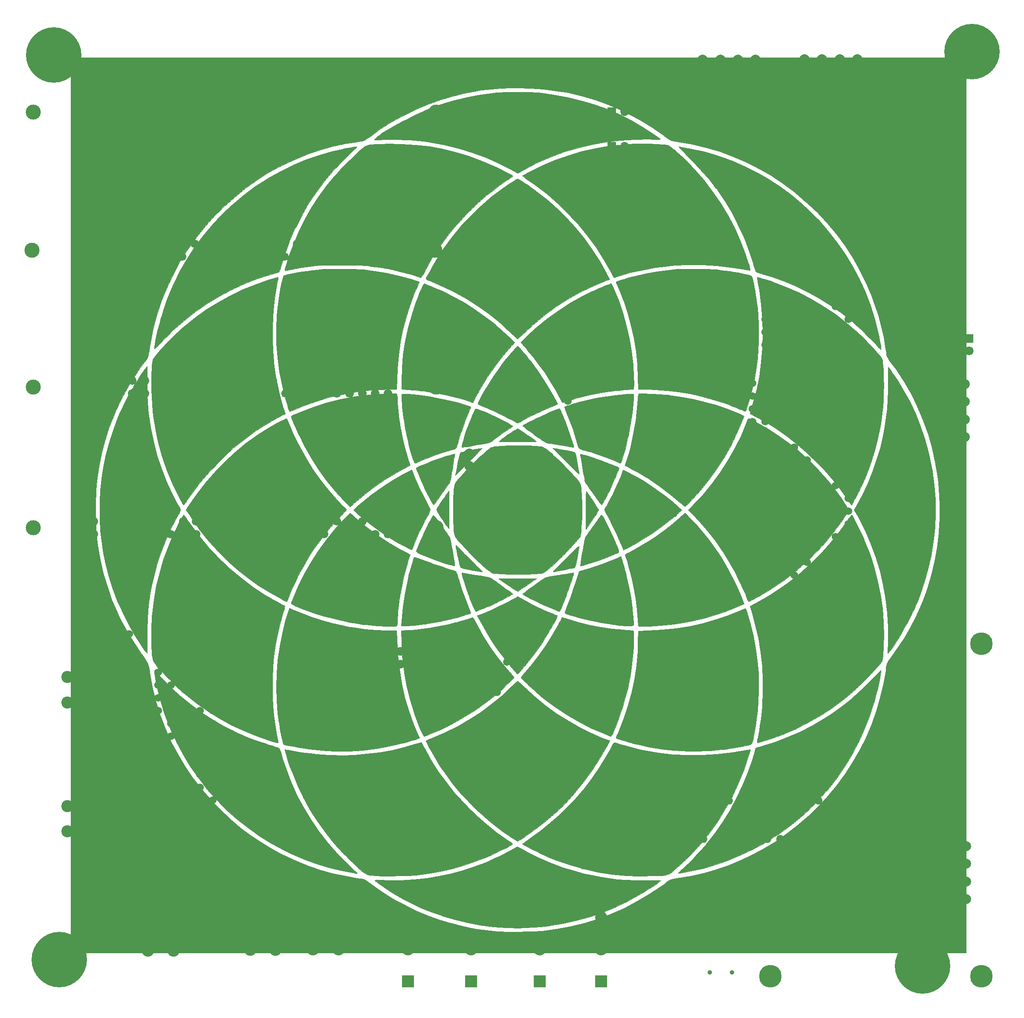
<source format=gbr>
G04 #@! TF.FileFunction,Soldermask,Bot*
%FSLAX46Y46*%
G04 Gerber Fmt 4.6, Leading zero omitted, Abs format (unit mm)*
G04 Created by KiCad (PCBNEW 4.0.4-stable) date 08/02/17 07:21:08*
%MOMM*%
%LPD*%
G01*
G04 APERTURE LIST*
%ADD10C,0.100000*%
%ADD11C,0.010000*%
%ADD12C,4.500000*%
%ADD13C,0.900000*%
%ADD14R,2.400000X2.400000*%
%ADD15C,2.400000*%
%ADD16R,2.000000X1.000000*%
%ADD17R,1.500000X1.000000*%
%ADD18C,1.800000*%
%ADD19R,1.600000X1.600000*%
%ADD20O,1.600000X1.600000*%
%ADD21C,3.000000*%
%ADD22C,1.524000*%
%ADD23R,1.800000X1.800000*%
%ADD24C,1.500000*%
%ADD25R,1.000000X0.500000*%
%ADD26C,1.600000*%
%ADD27C,11.000000*%
%ADD28C,0.700000*%
%ADD29R,2.000000X2.000000*%
%ADD30C,2.000000*%
%ADD31R,1.700000X1.700000*%
%ADD32O,1.700000X1.700000*%
%ADD33C,1.700000*%
G04 APERTURE END LIST*
D10*
D11*
G36*
X206171800Y-200774300D02*
X28371800Y-200774300D01*
X28371800Y-113380414D01*
X33331627Y-113380414D01*
X33337374Y-114265661D01*
X33349939Y-115105538D01*
X33369337Y-115870262D01*
X33395586Y-116530051D01*
X33428702Y-117055123D01*
X33434549Y-117123633D01*
X33762091Y-119907002D01*
X34243455Y-122664923D01*
X34874539Y-125382503D01*
X35651239Y-128044846D01*
X36569454Y-130637059D01*
X37625080Y-133144246D01*
X38156870Y-134267321D01*
X39065231Y-136022076D01*
X40060092Y-137756384D01*
X41160954Y-139502363D01*
X42387316Y-141292133D01*
X42616273Y-141612221D01*
X42948787Y-142088237D01*
X43244329Y-142537988D01*
X43483827Y-142930838D01*
X43648210Y-143236152D01*
X43696827Y-143347888D01*
X43775105Y-143607383D01*
X43866538Y-143990338D01*
X43961619Y-144452401D01*
X44050838Y-144949221D01*
X44082840Y-145148300D01*
X44604340Y-147972621D01*
X45284362Y-150740057D01*
X46120807Y-153446314D01*
X47111574Y-156087099D01*
X48254563Y-158658121D01*
X49547676Y-161155087D01*
X50988812Y-163573705D01*
X52575871Y-165909682D01*
X54306753Y-168158726D01*
X56179359Y-170316544D01*
X56632544Y-170802300D01*
X58456426Y-172655513D01*
X60282235Y-174355576D01*
X62130195Y-175917681D01*
X64020532Y-177357019D01*
X65973470Y-178688782D01*
X68009236Y-179928160D01*
X70148054Y-181090347D01*
X70705133Y-181372562D01*
X73117919Y-182500740D01*
X75540702Y-183476419D01*
X77996955Y-184306960D01*
X80510152Y-184999726D01*
X83103767Y-185562076D01*
X85183133Y-185912741D01*
X85708397Y-185991063D01*
X86114103Y-186058375D01*
X86435307Y-186129825D01*
X86707069Y-186220561D01*
X86964445Y-186345730D01*
X87242493Y-186520480D01*
X87576270Y-186759960D01*
X88000836Y-187079317D01*
X88157986Y-187198128D01*
X90182183Y-188632076D01*
X92333754Y-189976422D01*
X94590032Y-191220066D01*
X96928355Y-192351911D01*
X99326057Y-193360858D01*
X101760476Y-194235808D01*
X103782529Y-194849478D01*
X105095898Y-195198682D01*
X106361258Y-195500510D01*
X107611494Y-195760456D01*
X108879487Y-195984011D01*
X110198121Y-196176667D01*
X111600279Y-196343917D01*
X113118845Y-196491252D01*
X114096800Y-196572166D01*
X114437413Y-196588984D01*
X114920944Y-196599060D01*
X115521130Y-196602895D01*
X116211711Y-196600990D01*
X116966425Y-196593845D01*
X117759010Y-196581963D01*
X118563206Y-196565842D01*
X119352751Y-196545986D01*
X120101383Y-196522893D01*
X120782843Y-196497067D01*
X121370867Y-196469007D01*
X121839195Y-196439214D01*
X122055466Y-196420344D01*
X124948346Y-196045896D01*
X127767475Y-195519406D01*
X130516296Y-194839546D01*
X133198250Y-194004988D01*
X135816779Y-193014407D01*
X138375325Y-191866475D01*
X140877329Y-190559864D01*
X143326232Y-189093248D01*
X145725477Y-187465299D01*
X146227800Y-187099516D01*
X146607850Y-186821942D01*
X146952472Y-186574883D01*
X147232988Y-186378552D01*
X147420723Y-186253163D01*
X147470718Y-186223450D01*
X147620006Y-186176390D01*
X147900414Y-186114456D01*
X148275175Y-186044868D01*
X148707523Y-185974848D01*
X148825384Y-185957382D01*
X151547059Y-185491230D01*
X154175453Y-184894588D01*
X156732987Y-184160604D01*
X159242085Y-183282425D01*
X161725169Y-182253200D01*
X163208179Y-181562098D01*
X165688159Y-180265046D01*
X168095599Y-178815435D01*
X170428986Y-177214429D01*
X172686801Y-175463187D01*
X174867530Y-173562872D01*
X176969657Y-171514644D01*
X178579505Y-169786300D01*
X180395889Y-167625855D01*
X182077855Y-165365580D01*
X183621853Y-163013102D01*
X185024336Y-160576046D01*
X186281754Y-158062038D01*
X187390559Y-155478704D01*
X188347204Y-152833670D01*
X189148139Y-150134561D01*
X189789816Y-147389004D01*
X190256247Y-144691970D01*
X190325545Y-144231654D01*
X190394167Y-143816389D01*
X190455727Y-143482099D01*
X190503839Y-143264712D01*
X190518426Y-143217103D01*
X190595946Y-143076048D01*
X190755647Y-142829180D01*
X190977645Y-142505799D01*
X191242055Y-142135209D01*
X191386610Y-141937766D01*
X192760499Y-139999675D01*
X193994677Y-138089434D01*
X195107560Y-136174317D01*
X196117566Y-134221600D01*
X197043110Y-132198557D01*
X197536909Y-131008966D01*
X198473359Y-128450463D01*
X199266533Y-125806126D01*
X199914803Y-123082910D01*
X200416542Y-120287766D01*
X200770124Y-117427649D01*
X200806236Y-117038966D01*
X200890157Y-115820218D01*
X200938438Y-114476840D01*
X200952077Y-113049528D01*
X200932074Y-111578974D01*
X200879424Y-110105873D01*
X200795127Y-108670918D01*
X200680180Y-107314803D01*
X200537883Y-106095097D01*
X200066103Y-103244683D01*
X199434994Y-100449938D01*
X198645801Y-97713909D01*
X197699770Y-95039642D01*
X196598145Y-92430183D01*
X195342174Y-89888579D01*
X193933101Y-87417875D01*
X192372172Y-85021119D01*
X191328803Y-83573766D01*
X191014063Y-83149583D01*
X190781358Y-82814795D01*
X190614204Y-82528302D01*
X190496120Y-82249007D01*
X190410623Y-81935811D01*
X190341231Y-81547617D01*
X190271460Y-81043325D01*
X190250987Y-80886300D01*
X190074625Y-79725729D01*
X189835721Y-78453715D01*
X189544000Y-77111954D01*
X189209188Y-75742141D01*
X188841009Y-74385970D01*
X188449188Y-73085137D01*
X188383965Y-72881875D01*
X187438637Y-70236664D01*
X186337353Y-67654334D01*
X185083144Y-65139484D01*
X183679043Y-62696713D01*
X182128081Y-60330621D01*
X180433290Y-58045807D01*
X178597701Y-55846869D01*
X176624346Y-53738407D01*
X174516257Y-51725021D01*
X174324119Y-51552299D01*
X172101178Y-49672489D01*
X169806644Y-47945820D01*
X167441382Y-46372708D01*
X165006259Y-44953566D01*
X162502139Y-43688810D01*
X159929889Y-42578853D01*
X157290374Y-41624111D01*
X154584460Y-40824997D01*
X151813011Y-40181925D01*
X149826133Y-39823512D01*
X149289669Y-39734789D01*
X148779729Y-39644817D01*
X148332119Y-39560337D01*
X147982642Y-39488091D01*
X147776260Y-39437550D01*
X147494780Y-39320782D01*
X147110333Y-39103515D01*
X146615199Y-38781049D01*
X146082927Y-38407349D01*
X143879968Y-36891400D01*
X141696958Y-35530994D01*
X139515516Y-34316738D01*
X137317263Y-33239237D01*
X135083818Y-32289096D01*
X132796800Y-31456921D01*
X131942320Y-31179851D01*
X129566821Y-30499462D01*
X127181715Y-29949755D01*
X124766047Y-29527907D01*
X122298860Y-29231096D01*
X119759199Y-29056498D01*
X117126109Y-29001290D01*
X115874800Y-29015269D01*
X113821969Y-29090087D01*
X111888627Y-29229740D01*
X110035722Y-29439584D01*
X108224200Y-29724973D01*
X106415008Y-30091262D01*
X104569093Y-30543805D01*
X104402466Y-30588239D01*
X101777394Y-31365336D01*
X99253336Y-32263182D01*
X96813150Y-33290091D01*
X94439692Y-34454376D01*
X92115819Y-35764351D01*
X89824388Y-37228329D01*
X87903742Y-38589364D01*
X87472727Y-38897722D01*
X87081151Y-39157565D01*
X86757617Y-39350982D01*
X86530730Y-39460058D01*
X86495466Y-39471268D01*
X86275733Y-39518341D01*
X85936335Y-39577797D01*
X85525704Y-39641622D01*
X85140800Y-39695445D01*
X82855979Y-40068625D01*
X80517201Y-40589976D01*
X78142287Y-41254301D01*
X75749062Y-42056405D01*
X73355346Y-42991091D01*
X72345058Y-43425958D01*
X69967646Y-44567639D01*
X67633604Y-45866595D01*
X65353198Y-47314033D01*
X63136691Y-48901164D01*
X60994346Y-50619195D01*
X58936430Y-52459335D01*
X56973205Y-54412794D01*
X55114936Y-56470779D01*
X53371887Y-58624500D01*
X51754321Y-60865165D01*
X51443226Y-61328300D01*
X49954345Y-63724829D01*
X48616175Y-66197855D01*
X47429750Y-68744684D01*
X46396106Y-71362623D01*
X45516278Y-74048978D01*
X44791301Y-76801054D01*
X44222210Y-79616159D01*
X44079400Y-80489611D01*
X43953521Y-81238195D01*
X43827938Y-81839342D01*
X43696015Y-82314807D01*
X43551118Y-82686344D01*
X43386614Y-82975707D01*
X43278498Y-83115739D01*
X42992133Y-83470362D01*
X42636899Y-83946189D01*
X42229513Y-84518313D01*
X41786695Y-85161827D01*
X41325163Y-85851824D01*
X40861637Y-86563397D01*
X40412835Y-87271639D01*
X39995476Y-87951643D01*
X39716929Y-88421633D01*
X39380131Y-89020991D01*
X38998822Y-89734306D01*
X38592334Y-90522552D01*
X38179999Y-91346707D01*
X37781150Y-92167746D01*
X37415118Y-92946645D01*
X37101237Y-93644380D01*
X36927698Y-94051966D01*
X35980928Y-96539489D01*
X35180096Y-99063193D01*
X34521403Y-101639118D01*
X34001053Y-104283301D01*
X33615247Y-107011779D01*
X33439331Y-108783966D01*
X33404538Y-109316006D01*
X33376460Y-109981370D01*
X33355112Y-110750275D01*
X33340512Y-111592939D01*
X33332678Y-112479579D01*
X33331627Y-113380414D01*
X28371800Y-113380414D01*
X28371800Y-22974300D01*
X206171800Y-22974300D01*
X206171800Y-200774300D01*
X206171800Y-200774300D01*
G37*
X206171800Y-200774300D02*
X28371800Y-200774300D01*
X28371800Y-113380414D01*
X33331627Y-113380414D01*
X33337374Y-114265661D01*
X33349939Y-115105538D01*
X33369337Y-115870262D01*
X33395586Y-116530051D01*
X33428702Y-117055123D01*
X33434549Y-117123633D01*
X33762091Y-119907002D01*
X34243455Y-122664923D01*
X34874539Y-125382503D01*
X35651239Y-128044846D01*
X36569454Y-130637059D01*
X37625080Y-133144246D01*
X38156870Y-134267321D01*
X39065231Y-136022076D01*
X40060092Y-137756384D01*
X41160954Y-139502363D01*
X42387316Y-141292133D01*
X42616273Y-141612221D01*
X42948787Y-142088237D01*
X43244329Y-142537988D01*
X43483827Y-142930838D01*
X43648210Y-143236152D01*
X43696827Y-143347888D01*
X43775105Y-143607383D01*
X43866538Y-143990338D01*
X43961619Y-144452401D01*
X44050838Y-144949221D01*
X44082840Y-145148300D01*
X44604340Y-147972621D01*
X45284362Y-150740057D01*
X46120807Y-153446314D01*
X47111574Y-156087099D01*
X48254563Y-158658121D01*
X49547676Y-161155087D01*
X50988812Y-163573705D01*
X52575871Y-165909682D01*
X54306753Y-168158726D01*
X56179359Y-170316544D01*
X56632544Y-170802300D01*
X58456426Y-172655513D01*
X60282235Y-174355576D01*
X62130195Y-175917681D01*
X64020532Y-177357019D01*
X65973470Y-178688782D01*
X68009236Y-179928160D01*
X70148054Y-181090347D01*
X70705133Y-181372562D01*
X73117919Y-182500740D01*
X75540702Y-183476419D01*
X77996955Y-184306960D01*
X80510152Y-184999726D01*
X83103767Y-185562076D01*
X85183133Y-185912741D01*
X85708397Y-185991063D01*
X86114103Y-186058375D01*
X86435307Y-186129825D01*
X86707069Y-186220561D01*
X86964445Y-186345730D01*
X87242493Y-186520480D01*
X87576270Y-186759960D01*
X88000836Y-187079317D01*
X88157986Y-187198128D01*
X90182183Y-188632076D01*
X92333754Y-189976422D01*
X94590032Y-191220066D01*
X96928355Y-192351911D01*
X99326057Y-193360858D01*
X101760476Y-194235808D01*
X103782529Y-194849478D01*
X105095898Y-195198682D01*
X106361258Y-195500510D01*
X107611494Y-195760456D01*
X108879487Y-195984011D01*
X110198121Y-196176667D01*
X111600279Y-196343917D01*
X113118845Y-196491252D01*
X114096800Y-196572166D01*
X114437413Y-196588984D01*
X114920944Y-196599060D01*
X115521130Y-196602895D01*
X116211711Y-196600990D01*
X116966425Y-196593845D01*
X117759010Y-196581963D01*
X118563206Y-196565842D01*
X119352751Y-196545986D01*
X120101383Y-196522893D01*
X120782843Y-196497067D01*
X121370867Y-196469007D01*
X121839195Y-196439214D01*
X122055466Y-196420344D01*
X124948346Y-196045896D01*
X127767475Y-195519406D01*
X130516296Y-194839546D01*
X133198250Y-194004988D01*
X135816779Y-193014407D01*
X138375325Y-191866475D01*
X140877329Y-190559864D01*
X143326232Y-189093248D01*
X145725477Y-187465299D01*
X146227800Y-187099516D01*
X146607850Y-186821942D01*
X146952472Y-186574883D01*
X147232988Y-186378552D01*
X147420723Y-186253163D01*
X147470718Y-186223450D01*
X147620006Y-186176390D01*
X147900414Y-186114456D01*
X148275175Y-186044868D01*
X148707523Y-185974848D01*
X148825384Y-185957382D01*
X151547059Y-185491230D01*
X154175453Y-184894588D01*
X156732987Y-184160604D01*
X159242085Y-183282425D01*
X161725169Y-182253200D01*
X163208179Y-181562098D01*
X165688159Y-180265046D01*
X168095599Y-178815435D01*
X170428986Y-177214429D01*
X172686801Y-175463187D01*
X174867530Y-173562872D01*
X176969657Y-171514644D01*
X178579505Y-169786300D01*
X180395889Y-167625855D01*
X182077855Y-165365580D01*
X183621853Y-163013102D01*
X185024336Y-160576046D01*
X186281754Y-158062038D01*
X187390559Y-155478704D01*
X188347204Y-152833670D01*
X189148139Y-150134561D01*
X189789816Y-147389004D01*
X190256247Y-144691970D01*
X190325545Y-144231654D01*
X190394167Y-143816389D01*
X190455727Y-143482099D01*
X190503839Y-143264712D01*
X190518426Y-143217103D01*
X190595946Y-143076048D01*
X190755647Y-142829180D01*
X190977645Y-142505799D01*
X191242055Y-142135209D01*
X191386610Y-141937766D01*
X192760499Y-139999675D01*
X193994677Y-138089434D01*
X195107560Y-136174317D01*
X196117566Y-134221600D01*
X197043110Y-132198557D01*
X197536909Y-131008966D01*
X198473359Y-128450463D01*
X199266533Y-125806126D01*
X199914803Y-123082910D01*
X200416542Y-120287766D01*
X200770124Y-117427649D01*
X200806236Y-117038966D01*
X200890157Y-115820218D01*
X200938438Y-114476840D01*
X200952077Y-113049528D01*
X200932074Y-111578974D01*
X200879424Y-110105873D01*
X200795127Y-108670918D01*
X200680180Y-107314803D01*
X200537883Y-106095097D01*
X200066103Y-103244683D01*
X199434994Y-100449938D01*
X198645801Y-97713909D01*
X197699770Y-95039642D01*
X196598145Y-92430183D01*
X195342174Y-89888579D01*
X193933101Y-87417875D01*
X192372172Y-85021119D01*
X191328803Y-83573766D01*
X191014063Y-83149583D01*
X190781358Y-82814795D01*
X190614204Y-82528302D01*
X190496120Y-82249007D01*
X190410623Y-81935811D01*
X190341231Y-81547617D01*
X190271460Y-81043325D01*
X190250987Y-80886300D01*
X190074625Y-79725729D01*
X189835721Y-78453715D01*
X189544000Y-77111954D01*
X189209188Y-75742141D01*
X188841009Y-74385970D01*
X188449188Y-73085137D01*
X188383965Y-72881875D01*
X187438637Y-70236664D01*
X186337353Y-67654334D01*
X185083144Y-65139484D01*
X183679043Y-62696713D01*
X182128081Y-60330621D01*
X180433290Y-58045807D01*
X178597701Y-55846869D01*
X176624346Y-53738407D01*
X174516257Y-51725021D01*
X174324119Y-51552299D01*
X172101178Y-49672489D01*
X169806644Y-47945820D01*
X167441382Y-46372708D01*
X165006259Y-44953566D01*
X162502139Y-43688810D01*
X159929889Y-42578853D01*
X157290374Y-41624111D01*
X154584460Y-40824997D01*
X151813011Y-40181925D01*
X149826133Y-39823512D01*
X149289669Y-39734789D01*
X148779729Y-39644817D01*
X148332119Y-39560337D01*
X147982642Y-39488091D01*
X147776260Y-39437550D01*
X147494780Y-39320782D01*
X147110333Y-39103515D01*
X146615199Y-38781049D01*
X146082927Y-38407349D01*
X143879968Y-36891400D01*
X141696958Y-35530994D01*
X139515516Y-34316738D01*
X137317263Y-33239237D01*
X135083818Y-32289096D01*
X132796800Y-31456921D01*
X131942320Y-31179851D01*
X129566821Y-30499462D01*
X127181715Y-29949755D01*
X124766047Y-29527907D01*
X122298860Y-29231096D01*
X119759199Y-29056498D01*
X117126109Y-29001290D01*
X115874800Y-29015269D01*
X113821969Y-29090087D01*
X111888627Y-29229740D01*
X110035722Y-29439584D01*
X108224200Y-29724973D01*
X106415008Y-30091262D01*
X104569093Y-30543805D01*
X104402466Y-30588239D01*
X101777394Y-31365336D01*
X99253336Y-32263182D01*
X96813150Y-33290091D01*
X94439692Y-34454376D01*
X92115819Y-35764351D01*
X89824388Y-37228329D01*
X87903742Y-38589364D01*
X87472727Y-38897722D01*
X87081151Y-39157565D01*
X86757617Y-39350982D01*
X86530730Y-39460058D01*
X86495466Y-39471268D01*
X86275733Y-39518341D01*
X85936335Y-39577797D01*
X85525704Y-39641622D01*
X85140800Y-39695445D01*
X82855979Y-40068625D01*
X80517201Y-40589976D01*
X78142287Y-41254301D01*
X75749062Y-42056405D01*
X73355346Y-42991091D01*
X72345058Y-43425958D01*
X69967646Y-44567639D01*
X67633604Y-45866595D01*
X65353198Y-47314033D01*
X63136691Y-48901164D01*
X60994346Y-50619195D01*
X58936430Y-52459335D01*
X56973205Y-54412794D01*
X55114936Y-56470779D01*
X53371887Y-58624500D01*
X51754321Y-60865165D01*
X51443226Y-61328300D01*
X49954345Y-63724829D01*
X48616175Y-66197855D01*
X47429750Y-68744684D01*
X46396106Y-71362623D01*
X45516278Y-74048978D01*
X44791301Y-76801054D01*
X44222210Y-79616159D01*
X44079400Y-80489611D01*
X43953521Y-81238195D01*
X43827938Y-81839342D01*
X43696015Y-82314807D01*
X43551118Y-82686344D01*
X43386614Y-82975707D01*
X43278498Y-83115739D01*
X42992133Y-83470362D01*
X42636899Y-83946189D01*
X42229513Y-84518313D01*
X41786695Y-85161827D01*
X41325163Y-85851824D01*
X40861637Y-86563397D01*
X40412835Y-87271639D01*
X39995476Y-87951643D01*
X39716929Y-88421633D01*
X39380131Y-89020991D01*
X38998822Y-89734306D01*
X38592334Y-90522552D01*
X38179999Y-91346707D01*
X37781150Y-92167746D01*
X37415118Y-92946645D01*
X37101237Y-93644380D01*
X36927698Y-94051966D01*
X35980928Y-96539489D01*
X35180096Y-99063193D01*
X34521403Y-101639118D01*
X34001053Y-104283301D01*
X33615247Y-107011779D01*
X33439331Y-108783966D01*
X33404538Y-109316006D01*
X33376460Y-109981370D01*
X33355112Y-110750275D01*
X33340512Y-111592939D01*
X33332678Y-112479579D01*
X33331627Y-113380414D01*
X28371800Y-113380414D01*
X28371800Y-22974300D01*
X206171800Y-22974300D01*
X206171800Y-200774300D01*
G36*
X117219600Y-179731725D02*
X117441028Y-179841092D01*
X117758578Y-180007036D01*
X118146598Y-180216191D01*
X118511802Y-180417486D01*
X120981035Y-181695768D01*
X123525848Y-182823994D01*
X126149080Y-183803273D01*
X128853569Y-184634718D01*
X130162877Y-184977049D01*
X131920257Y-185383190D01*
X133613437Y-185713801D01*
X135278595Y-185972843D01*
X136951909Y-186164277D01*
X138669557Y-186292066D01*
X140467718Y-186360170D01*
X142382569Y-186372552D01*
X142862300Y-186367688D01*
X143517571Y-186360759D01*
X144115107Y-186357584D01*
X144634794Y-186358022D01*
X145056521Y-186361931D01*
X145360176Y-186369170D01*
X145525645Y-186379597D01*
X145550466Y-186386605D01*
X145480085Y-186488766D01*
X145280030Y-186665028D01*
X144966937Y-186904239D01*
X144557442Y-187195249D01*
X144068180Y-187526908D01*
X143515786Y-187888065D01*
X142916895Y-188267569D01*
X142288143Y-188654272D01*
X141646165Y-189037021D01*
X141274800Y-189252531D01*
X138806712Y-190590630D01*
X136343450Y-191765904D01*
X133869550Y-192783641D01*
X131369543Y-193649130D01*
X128827966Y-194367659D01*
X126229351Y-194944516D01*
X123558234Y-195384990D01*
X123198466Y-195433347D01*
X121766342Y-195592507D01*
X120233686Y-195711542D01*
X118657891Y-195788119D01*
X117096353Y-195819903D01*
X115606465Y-195804562D01*
X114816466Y-195774097D01*
X112277629Y-195576280D01*
X109721256Y-195240646D01*
X107182506Y-194773802D01*
X104696539Y-194182352D01*
X102298515Y-193472902D01*
X101947133Y-193356231D01*
X99993666Y-192646539D01*
X98038645Y-191836968D01*
X96114558Y-190943639D01*
X94253892Y-189982670D01*
X92489135Y-188970182D01*
X90852774Y-187922295D01*
X90485215Y-187669040D01*
X89926439Y-187276741D01*
X89494005Y-186969158D01*
X89174163Y-186735890D01*
X88953158Y-186566536D01*
X88817240Y-186450693D01*
X88752657Y-186377961D01*
X88742435Y-186350885D01*
X88822712Y-186334486D01*
X89051347Y-186323385D01*
X89407444Y-186317689D01*
X89870107Y-186317503D01*
X90418440Y-186322933D01*
X91031548Y-186334086D01*
X91215633Y-186338337D01*
X93918423Y-186341544D01*
X96528870Y-186215428D01*
X99068215Y-185956253D01*
X101557698Y-185560284D01*
X104018561Y-185023785D01*
X106472043Y-184343022D01*
X108939386Y-183514258D01*
X110371466Y-182969716D01*
X111016978Y-182702738D01*
X111761306Y-182375891D01*
X112568080Y-182006663D01*
X113400927Y-181612547D01*
X114223477Y-181211034D01*
X114999358Y-180819614D01*
X115692198Y-180455778D01*
X116265625Y-180137017D01*
X116283644Y-180126568D01*
X116605549Y-179944346D01*
X116876650Y-179799764D01*
X117061593Y-179711182D01*
X117119944Y-179692300D01*
X117219600Y-179731725D01*
X117219600Y-179731725D01*
G37*
X117219600Y-179731725D02*
X117441028Y-179841092D01*
X117758578Y-180007036D01*
X118146598Y-180216191D01*
X118511802Y-180417486D01*
X120981035Y-181695768D01*
X123525848Y-182823994D01*
X126149080Y-183803273D01*
X128853569Y-184634718D01*
X130162877Y-184977049D01*
X131920257Y-185383190D01*
X133613437Y-185713801D01*
X135278595Y-185972843D01*
X136951909Y-186164277D01*
X138669557Y-186292066D01*
X140467718Y-186360170D01*
X142382569Y-186372552D01*
X142862300Y-186367688D01*
X143517571Y-186360759D01*
X144115107Y-186357584D01*
X144634794Y-186358022D01*
X145056521Y-186361931D01*
X145360176Y-186369170D01*
X145525645Y-186379597D01*
X145550466Y-186386605D01*
X145480085Y-186488766D01*
X145280030Y-186665028D01*
X144966937Y-186904239D01*
X144557442Y-187195249D01*
X144068180Y-187526908D01*
X143515786Y-187888065D01*
X142916895Y-188267569D01*
X142288143Y-188654272D01*
X141646165Y-189037021D01*
X141274800Y-189252531D01*
X138806712Y-190590630D01*
X136343450Y-191765904D01*
X133869550Y-192783641D01*
X131369543Y-193649130D01*
X128827966Y-194367659D01*
X126229351Y-194944516D01*
X123558234Y-195384990D01*
X123198466Y-195433347D01*
X121766342Y-195592507D01*
X120233686Y-195711542D01*
X118657891Y-195788119D01*
X117096353Y-195819903D01*
X115606465Y-195804562D01*
X114816466Y-195774097D01*
X112277629Y-195576280D01*
X109721256Y-195240646D01*
X107182506Y-194773802D01*
X104696539Y-194182352D01*
X102298515Y-193472902D01*
X101947133Y-193356231D01*
X99993666Y-192646539D01*
X98038645Y-191836968D01*
X96114558Y-190943639D01*
X94253892Y-189982670D01*
X92489135Y-188970182D01*
X90852774Y-187922295D01*
X90485215Y-187669040D01*
X89926439Y-187276741D01*
X89494005Y-186969158D01*
X89174163Y-186735890D01*
X88953158Y-186566536D01*
X88817240Y-186450693D01*
X88752657Y-186377961D01*
X88742435Y-186350885D01*
X88822712Y-186334486D01*
X89051347Y-186323385D01*
X89407444Y-186317689D01*
X89870107Y-186317503D01*
X90418440Y-186322933D01*
X91031548Y-186334086D01*
X91215633Y-186338337D01*
X93918423Y-186341544D01*
X96528870Y-186215428D01*
X99068215Y-185956253D01*
X101557698Y-185560284D01*
X104018561Y-185023785D01*
X106472043Y-184343022D01*
X108939386Y-183514258D01*
X110371466Y-182969716D01*
X111016978Y-182702738D01*
X111761306Y-182375891D01*
X112568080Y-182006663D01*
X113400927Y-181612547D01*
X114223477Y-181211034D01*
X114999358Y-180819614D01*
X115692198Y-180455778D01*
X116265625Y-180137017D01*
X116283644Y-180126568D01*
X116605549Y-179944346D01*
X116876650Y-179799764D01*
X117061593Y-179711182D01*
X117119944Y-179692300D01*
X117219600Y-179731725D01*
G36*
X98056185Y-159042680D02*
X98169012Y-159247108D01*
X98332211Y-159548121D01*
X98531352Y-159919184D01*
X98646069Y-160134300D01*
X99985357Y-162502492D01*
X101422742Y-164752370D01*
X102973655Y-166904729D01*
X104653525Y-168980360D01*
X106477784Y-171000056D01*
X107445999Y-171992546D01*
X109261346Y-173728128D01*
X111132352Y-175361779D01*
X113033772Y-176872599D01*
X114940360Y-178239689D01*
X115215686Y-178424705D01*
X115564192Y-178660102D01*
X115855648Y-178863098D01*
X116064058Y-179015120D01*
X116163424Y-179097594D01*
X116168186Y-179105231D01*
X116097068Y-179180962D01*
X115891462Y-179317579D01*
X115570738Y-179505247D01*
X115154264Y-179734131D01*
X114661411Y-179994394D01*
X114111549Y-180276201D01*
X113524047Y-180569718D01*
X112918274Y-180865107D01*
X112313600Y-181152534D01*
X111729395Y-181422164D01*
X111185029Y-181664160D01*
X110837133Y-181812230D01*
X108596290Y-182684899D01*
X106362723Y-183432467D01*
X104105937Y-184062608D01*
X101795440Y-184582994D01*
X99400738Y-185001301D01*
X96891338Y-185325201D01*
X96867133Y-185327819D01*
X96377624Y-185369693D01*
X95749205Y-185406485D01*
X95012236Y-185437761D01*
X94197078Y-185463087D01*
X93334090Y-185482030D01*
X92453631Y-185494156D01*
X91586063Y-185499032D01*
X90761744Y-185496224D01*
X90011035Y-185485298D01*
X89364296Y-185465821D01*
X88908466Y-185441486D01*
X88301285Y-185394067D01*
X87825189Y-185337938D01*
X87442036Y-185258346D01*
X87113686Y-185140539D01*
X86801997Y-184969765D01*
X86468828Y-184731272D01*
X86076039Y-184410307D01*
X85936448Y-184291961D01*
X85490248Y-183898000D01*
X84957132Y-183404370D01*
X84361932Y-182835973D01*
X83729477Y-182217711D01*
X83084599Y-181574486D01*
X82452130Y-180931201D01*
X81856899Y-180312758D01*
X81323739Y-179744060D01*
X80877480Y-179250009D01*
X80674567Y-179014966D01*
X78935748Y-176844035D01*
X77354214Y-174635256D01*
X75919831Y-172370935D01*
X74622463Y-170033381D01*
X73451978Y-167604903D01*
X72398240Y-165067807D01*
X71879077Y-163660189D01*
X71704766Y-163154953D01*
X71530444Y-162627786D01*
X71363645Y-162103936D01*
X71211901Y-161608655D01*
X71082746Y-161167191D01*
X70983711Y-160804794D01*
X70922331Y-160546714D01*
X70906137Y-160418201D01*
X70909382Y-160409828D01*
X71000882Y-160411716D01*
X71231415Y-160440304D01*
X71573503Y-160491515D01*
X71999667Y-160561266D01*
X72413652Y-160633183D01*
X73687708Y-160850051D01*
X74871771Y-161028710D01*
X76014926Y-161174652D01*
X77166260Y-161293375D01*
X78374857Y-161390370D01*
X79689804Y-161471135D01*
X80080916Y-161491447D01*
X82419096Y-161541023D01*
X84829760Y-161462936D01*
X87279518Y-161261678D01*
X89734983Y-160941742D01*
X92162765Y-160507617D01*
X94529475Y-159963797D01*
X96801724Y-159314773D01*
X97189980Y-159189791D01*
X97527646Y-159082933D01*
X97799485Y-159004031D01*
X97969523Y-158963130D01*
X98008162Y-158961369D01*
X98056185Y-159042680D01*
X98056185Y-159042680D01*
G37*
X98056185Y-159042680D02*
X98169012Y-159247108D01*
X98332211Y-159548121D01*
X98531352Y-159919184D01*
X98646069Y-160134300D01*
X99985357Y-162502492D01*
X101422742Y-164752370D01*
X102973655Y-166904729D01*
X104653525Y-168980360D01*
X106477784Y-171000056D01*
X107445999Y-171992546D01*
X109261346Y-173728128D01*
X111132352Y-175361779D01*
X113033772Y-176872599D01*
X114940360Y-178239689D01*
X115215686Y-178424705D01*
X115564192Y-178660102D01*
X115855648Y-178863098D01*
X116064058Y-179015120D01*
X116163424Y-179097594D01*
X116168186Y-179105231D01*
X116097068Y-179180962D01*
X115891462Y-179317579D01*
X115570738Y-179505247D01*
X115154264Y-179734131D01*
X114661411Y-179994394D01*
X114111549Y-180276201D01*
X113524047Y-180569718D01*
X112918274Y-180865107D01*
X112313600Y-181152534D01*
X111729395Y-181422164D01*
X111185029Y-181664160D01*
X110837133Y-181812230D01*
X108596290Y-182684899D01*
X106362723Y-183432467D01*
X104105937Y-184062608D01*
X101795440Y-184582994D01*
X99400738Y-185001301D01*
X96891338Y-185325201D01*
X96867133Y-185327819D01*
X96377624Y-185369693D01*
X95749205Y-185406485D01*
X95012236Y-185437761D01*
X94197078Y-185463087D01*
X93334090Y-185482030D01*
X92453631Y-185494156D01*
X91586063Y-185499032D01*
X90761744Y-185496224D01*
X90011035Y-185485298D01*
X89364296Y-185465821D01*
X88908466Y-185441486D01*
X88301285Y-185394067D01*
X87825189Y-185337938D01*
X87442036Y-185258346D01*
X87113686Y-185140539D01*
X86801997Y-184969765D01*
X86468828Y-184731272D01*
X86076039Y-184410307D01*
X85936448Y-184291961D01*
X85490248Y-183898000D01*
X84957132Y-183404370D01*
X84361932Y-182835973D01*
X83729477Y-182217711D01*
X83084599Y-181574486D01*
X82452130Y-180931201D01*
X81856899Y-180312758D01*
X81323739Y-179744060D01*
X80877480Y-179250009D01*
X80674567Y-179014966D01*
X78935748Y-176844035D01*
X77354214Y-174635256D01*
X75919831Y-172370935D01*
X74622463Y-170033381D01*
X73451978Y-167604903D01*
X72398240Y-165067807D01*
X71879077Y-163660189D01*
X71704766Y-163154953D01*
X71530444Y-162627786D01*
X71363645Y-162103936D01*
X71211901Y-161608655D01*
X71082746Y-161167191D01*
X70983711Y-160804794D01*
X70922331Y-160546714D01*
X70906137Y-160418201D01*
X70909382Y-160409828D01*
X71000882Y-160411716D01*
X71231415Y-160440304D01*
X71573503Y-160491515D01*
X71999667Y-160561266D01*
X72413652Y-160633183D01*
X73687708Y-160850051D01*
X74871771Y-161028710D01*
X76014926Y-161174652D01*
X77166260Y-161293375D01*
X78374857Y-161390370D01*
X79689804Y-161471135D01*
X80080916Y-161491447D01*
X82419096Y-161541023D01*
X84829760Y-161462936D01*
X87279518Y-161261678D01*
X89734983Y-160941742D01*
X92162765Y-160507617D01*
X94529475Y-159963797D01*
X96801724Y-159314773D01*
X97189980Y-159189791D01*
X97527646Y-159082933D01*
X97799485Y-159004031D01*
X97969523Y-158963130D01*
X98008162Y-158961369D01*
X98056185Y-159042680D01*
G36*
X136343553Y-158998714D02*
X136558807Y-159054468D01*
X136868850Y-159144481D01*
X137213934Y-159251135D01*
X137990452Y-159485452D01*
X138879535Y-159733837D01*
X139826747Y-159982332D01*
X140777656Y-160216977D01*
X141677826Y-160423813D01*
X142290800Y-160553072D01*
X145139835Y-161039644D01*
X148006464Y-161359847D01*
X150893191Y-161513691D01*
X153802524Y-161501188D01*
X156736967Y-161322349D01*
X159699026Y-160977185D01*
X161783685Y-160637803D01*
X162326277Y-160539404D01*
X162724480Y-160468935D01*
X163000601Y-160424573D01*
X163176949Y-160404495D01*
X163275833Y-160406880D01*
X163319563Y-160429903D01*
X163330445Y-160471743D01*
X163330466Y-160511430D01*
X163304159Y-160660494D01*
X163230864Y-160942849D01*
X163119021Y-161331779D01*
X162977070Y-161800570D01*
X162813451Y-162322509D01*
X162636603Y-162870879D01*
X162454968Y-163418967D01*
X162276983Y-163940058D01*
X162111090Y-164407437D01*
X162031935Y-164621633D01*
X160944405Y-167276454D01*
X159709005Y-169853725D01*
X158329634Y-172346979D01*
X156810191Y-174749748D01*
X155154577Y-177055565D01*
X153366690Y-179257962D01*
X152857025Y-179839384D01*
X152375921Y-180365876D01*
X151840092Y-180928957D01*
X151266073Y-181513139D01*
X150670397Y-182102933D01*
X150069597Y-182682850D01*
X149480207Y-183237401D01*
X148918760Y-183751097D01*
X148401789Y-184208450D01*
X147945829Y-184593969D01*
X147567412Y-184892167D01*
X147283071Y-185087554D01*
X147213409Y-185126470D01*
X146939491Y-185226694D01*
X146557200Y-185314459D01*
X146151160Y-185373194D01*
X145811536Y-185399130D01*
X145330264Y-185422492D01*
X144735010Y-185442988D01*
X144053444Y-185460325D01*
X143313234Y-185474210D01*
X142542049Y-185484352D01*
X141767557Y-185490459D01*
X141017427Y-185492238D01*
X140319327Y-185489397D01*
X139700925Y-185481644D01*
X139189891Y-185468687D01*
X138819466Y-185450626D01*
X135961295Y-185167454D01*
X133143929Y-184721052D01*
X130362506Y-184110292D01*
X127612164Y-183334041D01*
X124888041Y-182391169D01*
X123748800Y-181944490D01*
X123332284Y-181767840D01*
X122802934Y-181531597D01*
X122198636Y-181253348D01*
X121557278Y-180950681D01*
X120916747Y-180641184D01*
X120531466Y-180450996D01*
X119803186Y-180085411D01*
X119218789Y-179785687D01*
X118768596Y-179546318D01*
X118442928Y-179361799D01*
X118232109Y-179226626D01*
X118126459Y-179135294D01*
X118116300Y-179082297D01*
X118119731Y-179079226D01*
X118198789Y-179023049D01*
X118394849Y-178885386D01*
X118685995Y-178681579D01*
X119050310Y-178426966D01*
X119465878Y-178136889D01*
X119515466Y-178102297D01*
X121518359Y-176643621D01*
X123392348Y-175148054D01*
X125177835Y-173581902D01*
X126796863Y-172029966D01*
X128626728Y-170113173D01*
X130312208Y-168155848D01*
X131873053Y-166131587D01*
X133329016Y-164013989D01*
X134699847Y-161776651D01*
X135401722Y-160527611D01*
X135652446Y-160069296D01*
X135875405Y-159663933D01*
X136058032Y-159334192D01*
X136187757Y-159102742D01*
X136252013Y-158992253D01*
X136256178Y-158986365D01*
X136343553Y-158998714D01*
X136343553Y-158998714D01*
G37*
X136343553Y-158998714D02*
X136558807Y-159054468D01*
X136868850Y-159144481D01*
X137213934Y-159251135D01*
X137990452Y-159485452D01*
X138879535Y-159733837D01*
X139826747Y-159982332D01*
X140777656Y-160216977D01*
X141677826Y-160423813D01*
X142290800Y-160553072D01*
X145139835Y-161039644D01*
X148006464Y-161359847D01*
X150893191Y-161513691D01*
X153802524Y-161501188D01*
X156736967Y-161322349D01*
X159699026Y-160977185D01*
X161783685Y-160637803D01*
X162326277Y-160539404D01*
X162724480Y-160468935D01*
X163000601Y-160424573D01*
X163176949Y-160404495D01*
X163275833Y-160406880D01*
X163319563Y-160429903D01*
X163330445Y-160471743D01*
X163330466Y-160511430D01*
X163304159Y-160660494D01*
X163230864Y-160942849D01*
X163119021Y-161331779D01*
X162977070Y-161800570D01*
X162813451Y-162322509D01*
X162636603Y-162870879D01*
X162454968Y-163418967D01*
X162276983Y-163940058D01*
X162111090Y-164407437D01*
X162031935Y-164621633D01*
X160944405Y-167276454D01*
X159709005Y-169853725D01*
X158329634Y-172346979D01*
X156810191Y-174749748D01*
X155154577Y-177055565D01*
X153366690Y-179257962D01*
X152857025Y-179839384D01*
X152375921Y-180365876D01*
X151840092Y-180928957D01*
X151266073Y-181513139D01*
X150670397Y-182102933D01*
X150069597Y-182682850D01*
X149480207Y-183237401D01*
X148918760Y-183751097D01*
X148401789Y-184208450D01*
X147945829Y-184593969D01*
X147567412Y-184892167D01*
X147283071Y-185087554D01*
X147213409Y-185126470D01*
X146939491Y-185226694D01*
X146557200Y-185314459D01*
X146151160Y-185373194D01*
X145811536Y-185399130D01*
X145330264Y-185422492D01*
X144735010Y-185442988D01*
X144053444Y-185460325D01*
X143313234Y-185474210D01*
X142542049Y-185484352D01*
X141767557Y-185490459D01*
X141017427Y-185492238D01*
X140319327Y-185489397D01*
X139700925Y-185481644D01*
X139189891Y-185468687D01*
X138819466Y-185450626D01*
X135961295Y-185167454D01*
X133143929Y-184721052D01*
X130362506Y-184110292D01*
X127612164Y-183334041D01*
X124888041Y-182391169D01*
X123748800Y-181944490D01*
X123332284Y-181767840D01*
X122802934Y-181531597D01*
X122198636Y-181253348D01*
X121557278Y-180950681D01*
X120916747Y-180641184D01*
X120531466Y-180450996D01*
X119803186Y-180085411D01*
X119218789Y-179785687D01*
X118768596Y-179546318D01*
X118442928Y-179361799D01*
X118232109Y-179226626D01*
X118126459Y-179135294D01*
X118116300Y-179082297D01*
X118119731Y-179079226D01*
X118198789Y-179023049D01*
X118394849Y-178885386D01*
X118685995Y-178681579D01*
X119050310Y-178426966D01*
X119465878Y-178136889D01*
X119515466Y-178102297D01*
X121518359Y-176643621D01*
X123392348Y-175148054D01*
X125177835Y-173581902D01*
X126796863Y-172029966D01*
X128626728Y-170113173D01*
X130312208Y-168155848D01*
X131873053Y-166131587D01*
X133329016Y-164013989D01*
X134699847Y-161776651D01*
X135401722Y-160527611D01*
X135652446Y-160069296D01*
X135875405Y-159663933D01*
X136058032Y-159334192D01*
X136187757Y-159102742D01*
X136252013Y-158992253D01*
X136256178Y-158986365D01*
X136343553Y-158998714D01*
G36*
X45099284Y-144784594D02*
X45272692Y-144950714D01*
X45522039Y-145204181D01*
X45828532Y-145525850D01*
X46173374Y-145896577D01*
X46210724Y-145937223D01*
X48080305Y-147859152D01*
X50071467Y-149687504D01*
X52166696Y-151409175D01*
X54348479Y-153011059D01*
X56599302Y-154480053D01*
X58901650Y-155803053D01*
X60460466Y-156599385D01*
X61408062Y-157050411D01*
X62298493Y-157453586D01*
X63165749Y-157822076D01*
X64043820Y-158169044D01*
X64966697Y-158507657D01*
X65968370Y-158851079D01*
X67082829Y-159212475D01*
X67737553Y-159417888D01*
X68442683Y-159642067D01*
X69012181Y-159833910D01*
X69438945Y-159990810D01*
X69715871Y-160110158D01*
X69834784Y-160187822D01*
X69927864Y-160368175D01*
X70017172Y-160621651D01*
X70033631Y-160682017D01*
X70239329Y-161431817D01*
X70500570Y-162295114D01*
X70803374Y-163231004D01*
X71133763Y-164198580D01*
X71477757Y-165156937D01*
X71821375Y-166065169D01*
X72150640Y-166882371D01*
X72161233Y-166907633D01*
X73309826Y-169427337D01*
X74613179Y-171890172D01*
X76062736Y-174283993D01*
X77649936Y-176596658D01*
X79366222Y-178816026D01*
X81203036Y-180929953D01*
X83151819Y-182926296D01*
X84041680Y-183763512D01*
X84418660Y-184112337D01*
X84748687Y-184424190D01*
X85012724Y-184680548D01*
X85191737Y-184862888D01*
X85266691Y-184952685D01*
X85267800Y-184956670D01*
X85244723Y-185002523D01*
X85148788Y-185010851D01*
X84939934Y-184982558D01*
X84844466Y-184966225D01*
X82161857Y-184437260D01*
X79602102Y-183807458D01*
X77147029Y-183069714D01*
X74778468Y-182216920D01*
X72478246Y-181241973D01*
X70228193Y-180137766D01*
X68010138Y-178897193D01*
X65836800Y-177533579D01*
X63513863Y-175901801D01*
X61316684Y-174158821D01*
X59241257Y-172300607D01*
X57283581Y-170323123D01*
X55439651Y-168222336D01*
X53705464Y-165994212D01*
X52140805Y-163732633D01*
X50754779Y-161466020D01*
X49482109Y-159089202D01*
X48335142Y-156627884D01*
X47326223Y-154107767D01*
X46813149Y-152641300D01*
X46604085Y-151985730D01*
X46392205Y-151275497D01*
X46181394Y-150527754D01*
X45975538Y-149759657D01*
X45778520Y-148988363D01*
X45594226Y-148231026D01*
X45426539Y-147504803D01*
X45279345Y-146826848D01*
X45156528Y-146214318D01*
X45061972Y-145684368D01*
X44999564Y-145254153D01*
X44973186Y-144940830D01*
X44986724Y-144761553D01*
X45020611Y-144724966D01*
X45099284Y-144784594D01*
X45099284Y-144784594D01*
G37*
X45099284Y-144784594D02*
X45272692Y-144950714D01*
X45522039Y-145204181D01*
X45828532Y-145525850D01*
X46173374Y-145896577D01*
X46210724Y-145937223D01*
X48080305Y-147859152D01*
X50071467Y-149687504D01*
X52166696Y-151409175D01*
X54348479Y-153011059D01*
X56599302Y-154480053D01*
X58901650Y-155803053D01*
X60460466Y-156599385D01*
X61408062Y-157050411D01*
X62298493Y-157453586D01*
X63165749Y-157822076D01*
X64043820Y-158169044D01*
X64966697Y-158507657D01*
X65968370Y-158851079D01*
X67082829Y-159212475D01*
X67737553Y-159417888D01*
X68442683Y-159642067D01*
X69012181Y-159833910D01*
X69438945Y-159990810D01*
X69715871Y-160110158D01*
X69834784Y-160187822D01*
X69927864Y-160368175D01*
X70017172Y-160621651D01*
X70033631Y-160682017D01*
X70239329Y-161431817D01*
X70500570Y-162295114D01*
X70803374Y-163231004D01*
X71133763Y-164198580D01*
X71477757Y-165156937D01*
X71821375Y-166065169D01*
X72150640Y-166882371D01*
X72161233Y-166907633D01*
X73309826Y-169427337D01*
X74613179Y-171890172D01*
X76062736Y-174283993D01*
X77649936Y-176596658D01*
X79366222Y-178816026D01*
X81203036Y-180929953D01*
X83151819Y-182926296D01*
X84041680Y-183763512D01*
X84418660Y-184112337D01*
X84748687Y-184424190D01*
X85012724Y-184680548D01*
X85191737Y-184862888D01*
X85266691Y-184952685D01*
X85267800Y-184956670D01*
X85244723Y-185002523D01*
X85148788Y-185010851D01*
X84939934Y-184982558D01*
X84844466Y-184966225D01*
X82161857Y-184437260D01*
X79602102Y-183807458D01*
X77147029Y-183069714D01*
X74778468Y-182216920D01*
X72478246Y-181241973D01*
X70228193Y-180137766D01*
X68010138Y-178897193D01*
X65836800Y-177533579D01*
X63513863Y-175901801D01*
X61316684Y-174158821D01*
X59241257Y-172300607D01*
X57283581Y-170323123D01*
X55439651Y-168222336D01*
X53705464Y-165994212D01*
X52140805Y-163732633D01*
X50754779Y-161466020D01*
X49482109Y-159089202D01*
X48335142Y-156627884D01*
X47326223Y-154107767D01*
X46813149Y-152641300D01*
X46604085Y-151985730D01*
X46392205Y-151275497D01*
X46181394Y-150527754D01*
X45975538Y-149759657D01*
X45778520Y-148988363D01*
X45594226Y-148231026D01*
X45426539Y-147504803D01*
X45279345Y-146826848D01*
X45156528Y-146214318D01*
X45061972Y-145684368D01*
X44999564Y-145254153D01*
X44973186Y-144940830D01*
X44986724Y-144761553D01*
X45020611Y-144724966D01*
X45099284Y-144784594D01*
G36*
X189238466Y-145089497D02*
X189211653Y-145480540D01*
X189134555Y-146011873D01*
X189012181Y-146663738D01*
X188849543Y-147416374D01*
X188651650Y-148250021D01*
X188423513Y-149144921D01*
X188170142Y-150081314D01*
X187896547Y-151039439D01*
X187607739Y-151999537D01*
X187308729Y-152941849D01*
X187055248Y-153699633D01*
X186100236Y-156223310D01*
X184988387Y-158693570D01*
X183725998Y-161102385D01*
X182319370Y-163441731D01*
X180774799Y-165703580D01*
X179098585Y-167879906D01*
X177297026Y-169962683D01*
X175376422Y-171943885D01*
X173343070Y-173815486D01*
X171203268Y-175569459D01*
X168963317Y-177197778D01*
X168229864Y-177688725D01*
X166020270Y-179050297D01*
X163726218Y-180295555D01*
X161365821Y-181417554D01*
X158957192Y-182409346D01*
X156518445Y-183263984D01*
X154067692Y-183974520D01*
X151623048Y-184534009D01*
X149408239Y-184907515D01*
X148990345Y-184965576D01*
X149789239Y-184204828D01*
X150121222Y-183890651D01*
X150438194Y-183594140D01*
X150704707Y-183348241D01*
X150885313Y-183185903D01*
X150888154Y-183183431D01*
X151070853Y-183010684D01*
X151346245Y-182732142D01*
X151694877Y-182368882D01*
X152097295Y-181941984D01*
X152534045Y-181472524D01*
X152985675Y-180981582D01*
X153432729Y-180490235D01*
X153855756Y-180019561D01*
X154235300Y-179590638D01*
X154551909Y-179224545D01*
X154657231Y-179099633D01*
X156316992Y-176988377D01*
X157868221Y-174765212D01*
X159301667Y-172447733D01*
X160608080Y-170053531D01*
X161778210Y-167600201D01*
X162802806Y-165105336D01*
X163672619Y-162586529D01*
X164094657Y-161150300D01*
X164203711Y-160765566D01*
X164301612Y-160441732D01*
X164377519Y-160213286D01*
X164420110Y-160115198D01*
X164518276Y-160071318D01*
X164749101Y-159992289D01*
X165081982Y-159887909D01*
X165486318Y-159767977D01*
X165660967Y-159717912D01*
X168200051Y-158916885D01*
X170721406Y-157963438D01*
X173198693Y-156869721D01*
X175605573Y-155647888D01*
X177915706Y-154310091D01*
X179273936Y-153437062D01*
X181280298Y-152012233D01*
X183268274Y-150437012D01*
X185216194Y-148730307D01*
X187102386Y-146911026D01*
X188755009Y-145164640D01*
X189238466Y-144630648D01*
X189238466Y-145089497D01*
X189238466Y-145089497D01*
G37*
X189238466Y-145089497D02*
X189211653Y-145480540D01*
X189134555Y-146011873D01*
X189012181Y-146663738D01*
X188849543Y-147416374D01*
X188651650Y-148250021D01*
X188423513Y-149144921D01*
X188170142Y-150081314D01*
X187896547Y-151039439D01*
X187607739Y-151999537D01*
X187308729Y-152941849D01*
X187055248Y-153699633D01*
X186100236Y-156223310D01*
X184988387Y-158693570D01*
X183725998Y-161102385D01*
X182319370Y-163441731D01*
X180774799Y-165703580D01*
X179098585Y-167879906D01*
X177297026Y-169962683D01*
X175376422Y-171943885D01*
X173343070Y-173815486D01*
X171203268Y-175569459D01*
X168963317Y-177197778D01*
X168229864Y-177688725D01*
X166020270Y-179050297D01*
X163726218Y-180295555D01*
X161365821Y-181417554D01*
X158957192Y-182409346D01*
X156518445Y-183263984D01*
X154067692Y-183974520D01*
X151623048Y-184534009D01*
X149408239Y-184907515D01*
X148990345Y-184965576D01*
X149789239Y-184204828D01*
X150121222Y-183890651D01*
X150438194Y-183594140D01*
X150704707Y-183348241D01*
X150885313Y-183185903D01*
X150888154Y-183183431D01*
X151070853Y-183010684D01*
X151346245Y-182732142D01*
X151694877Y-182368882D01*
X152097295Y-181941984D01*
X152534045Y-181472524D01*
X152985675Y-180981582D01*
X153432729Y-180490235D01*
X153855756Y-180019561D01*
X154235300Y-179590638D01*
X154551909Y-179224545D01*
X154657231Y-179099633D01*
X156316992Y-176988377D01*
X157868221Y-174765212D01*
X159301667Y-172447733D01*
X160608080Y-170053531D01*
X161778210Y-167600201D01*
X162802806Y-165105336D01*
X163672619Y-162586529D01*
X164094657Y-161150300D01*
X164203711Y-160765566D01*
X164301612Y-160441732D01*
X164377519Y-160213286D01*
X164420110Y-160115198D01*
X164518276Y-160071318D01*
X164749101Y-159992289D01*
X165081982Y-159887909D01*
X165486318Y-159767977D01*
X165660967Y-159717912D01*
X168200051Y-158916885D01*
X170721406Y-157963438D01*
X173198693Y-156869721D01*
X175605573Y-155647888D01*
X177915706Y-154310091D01*
X179273936Y-153437062D01*
X181280298Y-152012233D01*
X183268274Y-150437012D01*
X185216194Y-148730307D01*
X187102386Y-146911026D01*
X188755009Y-145164640D01*
X189238466Y-144630648D01*
X189238466Y-145089497D01*
G36*
X117220557Y-146813591D02*
X117397926Y-146971004D01*
X117655127Y-147210515D01*
X117972080Y-147513433D01*
X118318298Y-147850833D01*
X120352306Y-149733401D01*
X122504753Y-151500437D01*
X124763123Y-153143763D01*
X127114900Y-154655201D01*
X129547568Y-156026572D01*
X132048613Y-157249699D01*
X133930234Y-158052237D01*
X135391002Y-158637174D01*
X134810898Y-159745570D01*
X133412144Y-162238371D01*
X131877603Y-164633009D01*
X130211294Y-166924735D01*
X128417236Y-169108800D01*
X126499446Y-171180454D01*
X124461944Y-173134948D01*
X122308746Y-174967532D01*
X121208800Y-175822469D01*
X120774554Y-176144662D01*
X120293227Y-176492886D01*
X119784787Y-176853583D01*
X119269204Y-177213197D01*
X118766445Y-177558171D01*
X118296479Y-177874950D01*
X117879274Y-178149976D01*
X117534800Y-178369694D01*
X117283025Y-178520546D01*
X117143917Y-178588977D01*
X117129837Y-178591633D01*
X117036843Y-178546631D01*
X116825937Y-178421042D01*
X116519576Y-178228994D01*
X116140216Y-177984615D01*
X115710311Y-177702031D01*
X115613695Y-177637814D01*
X114361541Y-176783961D01*
X113216820Y-175958093D01*
X112144619Y-175131500D01*
X111110030Y-174275468D01*
X110078142Y-173361286D01*
X109014046Y-172360241D01*
X108080915Y-171442375D01*
X106969980Y-170307286D01*
X105972181Y-169233742D01*
X105060260Y-168188611D01*
X104206959Y-167138761D01*
X103385020Y-166051059D01*
X102567188Y-164892376D01*
X102010708Y-164064006D01*
X101685588Y-163561970D01*
X101338530Y-163009177D01*
X100979814Y-162423616D01*
X100619718Y-161823273D01*
X100268521Y-161226136D01*
X99936502Y-160650193D01*
X99633940Y-160113432D01*
X99371114Y-159633839D01*
X99158303Y-159229403D01*
X99005785Y-158918111D01*
X98923840Y-158717950D01*
X98916533Y-158649344D01*
X99003550Y-158606421D01*
X99219846Y-158511797D01*
X99537722Y-158377257D01*
X99929477Y-158214587D01*
X100174864Y-158113941D01*
X102745185Y-156989461D01*
X105187068Y-155765334D01*
X107515632Y-154431721D01*
X109745995Y-152978784D01*
X111893275Y-151396684D01*
X113972591Y-149675582D01*
X115967299Y-147836466D01*
X116324333Y-147493377D01*
X116640791Y-147195275D01*
X116896391Y-146960778D01*
X117070853Y-146808506D01*
X117143100Y-146756966D01*
X117220557Y-146813591D01*
X117220557Y-146813591D01*
G37*
X117220557Y-146813591D02*
X117397926Y-146971004D01*
X117655127Y-147210515D01*
X117972080Y-147513433D01*
X118318298Y-147850833D01*
X120352306Y-149733401D01*
X122504753Y-151500437D01*
X124763123Y-153143763D01*
X127114900Y-154655201D01*
X129547568Y-156026572D01*
X132048613Y-157249699D01*
X133930234Y-158052237D01*
X135391002Y-158637174D01*
X134810898Y-159745570D01*
X133412144Y-162238371D01*
X131877603Y-164633009D01*
X130211294Y-166924735D01*
X128417236Y-169108800D01*
X126499446Y-171180454D01*
X124461944Y-173134948D01*
X122308746Y-174967532D01*
X121208800Y-175822469D01*
X120774554Y-176144662D01*
X120293227Y-176492886D01*
X119784787Y-176853583D01*
X119269204Y-177213197D01*
X118766445Y-177558171D01*
X118296479Y-177874950D01*
X117879274Y-178149976D01*
X117534800Y-178369694D01*
X117283025Y-178520546D01*
X117143917Y-178588977D01*
X117129837Y-178591633D01*
X117036843Y-178546631D01*
X116825937Y-178421042D01*
X116519576Y-178228994D01*
X116140216Y-177984615D01*
X115710311Y-177702031D01*
X115613695Y-177637814D01*
X114361541Y-176783961D01*
X113216820Y-175958093D01*
X112144619Y-175131500D01*
X111110030Y-174275468D01*
X110078142Y-173361286D01*
X109014046Y-172360241D01*
X108080915Y-171442375D01*
X106969980Y-170307286D01*
X105972181Y-169233742D01*
X105060260Y-168188611D01*
X104206959Y-167138761D01*
X103385020Y-166051059D01*
X102567188Y-164892376D01*
X102010708Y-164064006D01*
X101685588Y-163561970D01*
X101338530Y-163009177D01*
X100979814Y-162423616D01*
X100619718Y-161823273D01*
X100268521Y-161226136D01*
X99936502Y-160650193D01*
X99633940Y-160113432D01*
X99371114Y-159633839D01*
X99158303Y-159229403D01*
X99005785Y-158918111D01*
X98923840Y-158717950D01*
X98916533Y-158649344D01*
X99003550Y-158606421D01*
X99219846Y-158511797D01*
X99537722Y-158377257D01*
X99929477Y-158214587D01*
X100174864Y-158113941D01*
X102745185Y-156989461D01*
X105187068Y-155765334D01*
X107515632Y-154431721D01*
X109745995Y-152978784D01*
X111893275Y-151396684D01*
X113972591Y-149675582D01*
X115967299Y-147836466D01*
X116324333Y-147493377D01*
X116640791Y-147195275D01*
X116896391Y-146960778D01*
X117070853Y-146808506D01*
X117143100Y-146756966D01*
X117220557Y-146813591D01*
G36*
X72298408Y-132504664D02*
X74191648Y-133306831D01*
X76200179Y-134050777D01*
X78275527Y-134721346D01*
X80369218Y-135303386D01*
X82432779Y-135781742D01*
X83362800Y-135963576D01*
X84747670Y-136191489D01*
X86228121Y-136388163D01*
X87752394Y-136548785D01*
X89268731Y-136668540D01*
X90725376Y-136742618D01*
X91994988Y-136766300D01*
X93115393Y-136766300D01*
X93172634Y-138692466D01*
X93336688Y-141627829D01*
X93653051Y-144492460D01*
X94123055Y-147292300D01*
X94748029Y-150033292D01*
X95529305Y-152721378D01*
X96468213Y-155362500D01*
X97410258Y-157617608D01*
X97628892Y-158106582D01*
X97396179Y-158195149D01*
X97155931Y-158278367D01*
X96788129Y-158395670D01*
X96328533Y-158536409D01*
X95812906Y-158689931D01*
X95277011Y-158845588D01*
X94756609Y-158992728D01*
X94296155Y-159118386D01*
X91720509Y-159723284D01*
X89075468Y-160187433D01*
X86389978Y-160507934D01*
X83692987Y-160681886D01*
X81013444Y-160706389D01*
X79171800Y-160633558D01*
X77536827Y-160501479D01*
X75793375Y-160297413D01*
X74091800Y-160044070D01*
X73455876Y-159935857D01*
X72830874Y-159822134D01*
X72239970Y-159707805D01*
X71706343Y-159597775D01*
X71253170Y-159496947D01*
X70903629Y-159410228D01*
X70680896Y-159342520D01*
X70611428Y-159307633D01*
X70548122Y-159170099D01*
X70465978Y-158885356D01*
X70368736Y-158474018D01*
X70260140Y-157956695D01*
X70143931Y-157354001D01*
X70023851Y-156686548D01*
X69903642Y-155974949D01*
X69787046Y-155239815D01*
X69677805Y-154501759D01*
X69579660Y-153781394D01*
X69517641Y-153282502D01*
X69289028Y-150675281D01*
X69212645Y-148019898D01*
X69286329Y-145337744D01*
X69507919Y-142650208D01*
X69875254Y-139978679D01*
X70386172Y-137344548D01*
X71038510Y-134769203D01*
X71560693Y-133065755D01*
X71817350Y-132286210D01*
X72298408Y-132504664D01*
X72298408Y-132504664D01*
G37*
X72298408Y-132504664D02*
X74191648Y-133306831D01*
X76200179Y-134050777D01*
X78275527Y-134721346D01*
X80369218Y-135303386D01*
X82432779Y-135781742D01*
X83362800Y-135963576D01*
X84747670Y-136191489D01*
X86228121Y-136388163D01*
X87752394Y-136548785D01*
X89268731Y-136668540D01*
X90725376Y-136742618D01*
X91994988Y-136766300D01*
X93115393Y-136766300D01*
X93172634Y-138692466D01*
X93336688Y-141627829D01*
X93653051Y-144492460D01*
X94123055Y-147292300D01*
X94748029Y-150033292D01*
X95529305Y-152721378D01*
X96468213Y-155362500D01*
X97410258Y-157617608D01*
X97628892Y-158106582D01*
X97396179Y-158195149D01*
X97155931Y-158278367D01*
X96788129Y-158395670D01*
X96328533Y-158536409D01*
X95812906Y-158689931D01*
X95277011Y-158845588D01*
X94756609Y-158992728D01*
X94296155Y-159118386D01*
X91720509Y-159723284D01*
X89075468Y-160187433D01*
X86389978Y-160507934D01*
X83692987Y-160681886D01*
X81013444Y-160706389D01*
X79171800Y-160633558D01*
X77536827Y-160501479D01*
X75793375Y-160297413D01*
X74091800Y-160044070D01*
X73455876Y-159935857D01*
X72830874Y-159822134D01*
X72239970Y-159707805D01*
X71706343Y-159597775D01*
X71253170Y-159496947D01*
X70903629Y-159410228D01*
X70680896Y-159342520D01*
X70611428Y-159307633D01*
X70548122Y-159170099D01*
X70465978Y-158885356D01*
X70368736Y-158474018D01*
X70260140Y-157956695D01*
X70143931Y-157354001D01*
X70023851Y-156686548D01*
X69903642Y-155974949D01*
X69787046Y-155239815D01*
X69677805Y-154501759D01*
X69579660Y-153781394D01*
X69517641Y-153282502D01*
X69289028Y-150675281D01*
X69212645Y-148019898D01*
X69286329Y-145337744D01*
X69507919Y-142650208D01*
X69875254Y-139978679D01*
X70386172Y-137344548D01*
X71038510Y-134769203D01*
X71560693Y-133065755D01*
X71817350Y-132286210D01*
X72298408Y-132504664D01*
G36*
X162441495Y-132441722D02*
X162533464Y-132661389D01*
X162655277Y-133000731D01*
X162799790Y-133437843D01*
X162959855Y-133950824D01*
X163128328Y-134517770D01*
X163298062Y-135116779D01*
X163367101Y-135369300D01*
X163964189Y-137815474D01*
X164423260Y-140238043D01*
X164748147Y-142668801D01*
X164942684Y-145139546D01*
X165010702Y-147682074D01*
X164999957Y-148915966D01*
X164929908Y-150853673D01*
X164793600Y-152692239D01*
X164584546Y-154490958D01*
X164296258Y-156309121D01*
X164050819Y-157590932D01*
X163934195Y-158156509D01*
X163841885Y-158578839D01*
X163766212Y-158880963D01*
X163699501Y-159085918D01*
X163634075Y-159216744D01*
X163562258Y-159296478D01*
X163476375Y-159348159D01*
X163463310Y-159354231D01*
X163223378Y-159436916D01*
X162838410Y-159536594D01*
X162331377Y-159649082D01*
X161725247Y-159770191D01*
X161042988Y-159895735D01*
X160307569Y-160021527D01*
X159541959Y-160143382D01*
X158769127Y-160257111D01*
X158012041Y-160358530D01*
X157827133Y-160381566D01*
X156714071Y-160499743D01*
X155516561Y-160594304D01*
X154278059Y-160663647D01*
X153042019Y-160706165D01*
X151851894Y-160720255D01*
X150751140Y-160704311D01*
X149995466Y-160670780D01*
X148105715Y-160532029D01*
X146341845Y-160350131D01*
X144664531Y-160119100D01*
X143034450Y-159832951D01*
X141412276Y-159485698D01*
X140128637Y-159168954D01*
X139723294Y-159059438D01*
X139259128Y-158927448D01*
X138764178Y-158781703D01*
X138266478Y-158630921D01*
X137794065Y-158483820D01*
X137374977Y-158349119D01*
X137037249Y-158235537D01*
X136808918Y-158151791D01*
X136719952Y-158108968D01*
X136723891Y-158009070D01*
X136787993Y-157791273D01*
X136900590Y-157491020D01*
X137003507Y-157247385D01*
X138078609Y-154604165D01*
X138988387Y-151924826D01*
X139733103Y-149208188D01*
X140313020Y-146453072D01*
X140728401Y-143658299D01*
X140979507Y-140822691D01*
X141052604Y-139052300D01*
X141105466Y-136808633D01*
X143094957Y-136750386D01*
X145926744Y-136597915D01*
X148671406Y-136307033D01*
X151343742Y-135874552D01*
X153958548Y-135297285D01*
X156530622Y-134572047D01*
X159074761Y-133695649D01*
X161151456Y-132861558D01*
X161564002Y-132687180D01*
X161921933Y-132539464D01*
X162196206Y-132430120D01*
X162357777Y-132370856D01*
X162386517Y-132363633D01*
X162441495Y-132441722D01*
X162441495Y-132441722D01*
G37*
X162441495Y-132441722D02*
X162533464Y-132661389D01*
X162655277Y-133000731D01*
X162799790Y-133437843D01*
X162959855Y-133950824D01*
X163128328Y-134517770D01*
X163298062Y-135116779D01*
X163367101Y-135369300D01*
X163964189Y-137815474D01*
X164423260Y-140238043D01*
X164748147Y-142668801D01*
X164942684Y-145139546D01*
X165010702Y-147682074D01*
X164999957Y-148915966D01*
X164929908Y-150853673D01*
X164793600Y-152692239D01*
X164584546Y-154490958D01*
X164296258Y-156309121D01*
X164050819Y-157590932D01*
X163934195Y-158156509D01*
X163841885Y-158578839D01*
X163766212Y-158880963D01*
X163699501Y-159085918D01*
X163634075Y-159216744D01*
X163562258Y-159296478D01*
X163476375Y-159348159D01*
X163463310Y-159354231D01*
X163223378Y-159436916D01*
X162838410Y-159536594D01*
X162331377Y-159649082D01*
X161725247Y-159770191D01*
X161042988Y-159895735D01*
X160307569Y-160021527D01*
X159541959Y-160143382D01*
X158769127Y-160257111D01*
X158012041Y-160358530D01*
X157827133Y-160381566D01*
X156714071Y-160499743D01*
X155516561Y-160594304D01*
X154278059Y-160663647D01*
X153042019Y-160706165D01*
X151851894Y-160720255D01*
X150751140Y-160704311D01*
X149995466Y-160670780D01*
X148105715Y-160532029D01*
X146341845Y-160350131D01*
X144664531Y-160119100D01*
X143034450Y-159832951D01*
X141412276Y-159485698D01*
X140128637Y-159168954D01*
X139723294Y-159059438D01*
X139259128Y-158927448D01*
X138764178Y-158781703D01*
X138266478Y-158630921D01*
X137794065Y-158483820D01*
X137374977Y-158349119D01*
X137037249Y-158235537D01*
X136808918Y-158151791D01*
X136719952Y-158108968D01*
X136723891Y-158009070D01*
X136787993Y-157791273D01*
X136900590Y-157491020D01*
X137003507Y-157247385D01*
X138078609Y-154604165D01*
X138988387Y-151924826D01*
X139733103Y-149208188D01*
X140313020Y-146453072D01*
X140728401Y-143658299D01*
X140979507Y-140822691D01*
X141052604Y-139052300D01*
X141105466Y-136808633D01*
X143094957Y-136750386D01*
X145926744Y-136597915D01*
X148671406Y-136307033D01*
X151343742Y-135874552D01*
X153958548Y-135297285D01*
X156530622Y-134572047D01*
X159074761Y-133695649D01*
X161151456Y-132861558D01*
X161564002Y-132687180D01*
X161921933Y-132539464D01*
X162196206Y-132430120D01*
X162357777Y-132370856D01*
X162386517Y-132363633D01*
X162441495Y-132441722D01*
G36*
X50873021Y-113802884D02*
X50995030Y-113971519D01*
X51101711Y-114134404D01*
X51237298Y-114340225D01*
X51448224Y-114649826D01*
X51711130Y-115029389D01*
X52002659Y-115445097D01*
X52179598Y-115694988D01*
X53953145Y-118050053D01*
X55843596Y-120291334D01*
X57844571Y-122412738D01*
X59949694Y-124408173D01*
X62152586Y-126271547D01*
X64446869Y-127996769D01*
X66498664Y-129371965D01*
X66787586Y-129550259D01*
X67168731Y-129778294D01*
X67618735Y-130042776D01*
X68114232Y-130330412D01*
X68631857Y-130627908D01*
X69148243Y-130921970D01*
X69640025Y-131199305D01*
X70083837Y-131446617D01*
X70456314Y-131650615D01*
X70734089Y-131798003D01*
X70893798Y-131875488D01*
X70909202Y-131881323D01*
X70912557Y-131966650D01*
X70870296Y-132185049D01*
X70789192Y-132508565D01*
X70676019Y-132909247D01*
X70596231Y-133172836D01*
X69967501Y-135359003D01*
X69453024Y-137503401D01*
X69047934Y-139639037D01*
X68747371Y-141798916D01*
X68546469Y-144016046D01*
X68440367Y-146323431D01*
X68419890Y-147943744D01*
X68452464Y-149877553D01*
X68549720Y-151784923D01*
X68708838Y-153638060D01*
X68926998Y-155409171D01*
X69201379Y-157070463D01*
X69479698Y-158388184D01*
X69543788Y-158668590D01*
X69588521Y-158880768D01*
X69603215Y-158970133D01*
X69578472Y-159013015D01*
X69490148Y-159023393D01*
X69320516Y-158997176D01*
X69051847Y-158930272D01*
X68666414Y-158818589D01*
X68146490Y-158658036D01*
X67863140Y-158568504D01*
X65242823Y-157666394D01*
X62745536Y-156660228D01*
X60353803Y-155540460D01*
X58050151Y-154297542D01*
X55817102Y-152921928D01*
X53637182Y-151404069D01*
X51492914Y-149734419D01*
X51104800Y-149413197D01*
X50628974Y-149001013D01*
X50065521Y-148488624D01*
X49440323Y-147901481D01*
X48779261Y-147265037D01*
X48108216Y-146604742D01*
X47453069Y-145946049D01*
X46839702Y-145314410D01*
X46293997Y-144735275D01*
X45863916Y-144259300D01*
X45454145Y-143781921D01*
X45146161Y-143387424D01*
X44922593Y-143038371D01*
X44766071Y-142697329D01*
X44659228Y-142326863D01*
X44584691Y-141889537D01*
X44528236Y-141380633D01*
X44486322Y-140812256D01*
X44454979Y-140107429D01*
X44434035Y-139298694D01*
X44423317Y-138418595D01*
X44422654Y-137499673D01*
X44431874Y-136574470D01*
X44450804Y-135675530D01*
X44479273Y-134835395D01*
X44517109Y-134086606D01*
X44564140Y-133461707D01*
X44570429Y-133396223D01*
X44911334Y-130632896D01*
X45380186Y-127967901D01*
X45981542Y-125383601D01*
X46719960Y-122862359D01*
X47599995Y-120386540D01*
X48479576Y-118266633D01*
X48691794Y-117798950D01*
X48936206Y-117279900D01*
X49202077Y-116730356D01*
X49478675Y-116171194D01*
X49755263Y-115623287D01*
X50021109Y-115107511D01*
X50265479Y-114644739D01*
X50477638Y-114255846D01*
X50646852Y-113961707D01*
X50762387Y-113783196D01*
X50808466Y-113737653D01*
X50873021Y-113802884D01*
X50873021Y-113802884D01*
G37*
X50873021Y-113802884D02*
X50995030Y-113971519D01*
X51101711Y-114134404D01*
X51237298Y-114340225D01*
X51448224Y-114649826D01*
X51711130Y-115029389D01*
X52002659Y-115445097D01*
X52179598Y-115694988D01*
X53953145Y-118050053D01*
X55843596Y-120291334D01*
X57844571Y-122412738D01*
X59949694Y-124408173D01*
X62152586Y-126271547D01*
X64446869Y-127996769D01*
X66498664Y-129371965D01*
X66787586Y-129550259D01*
X67168731Y-129778294D01*
X67618735Y-130042776D01*
X68114232Y-130330412D01*
X68631857Y-130627908D01*
X69148243Y-130921970D01*
X69640025Y-131199305D01*
X70083837Y-131446617D01*
X70456314Y-131650615D01*
X70734089Y-131798003D01*
X70893798Y-131875488D01*
X70909202Y-131881323D01*
X70912557Y-131966650D01*
X70870296Y-132185049D01*
X70789192Y-132508565D01*
X70676019Y-132909247D01*
X70596231Y-133172836D01*
X69967501Y-135359003D01*
X69453024Y-137503401D01*
X69047934Y-139639037D01*
X68747371Y-141798916D01*
X68546469Y-144016046D01*
X68440367Y-146323431D01*
X68419890Y-147943744D01*
X68452464Y-149877553D01*
X68549720Y-151784923D01*
X68708838Y-153638060D01*
X68926998Y-155409171D01*
X69201379Y-157070463D01*
X69479698Y-158388184D01*
X69543788Y-158668590D01*
X69588521Y-158880768D01*
X69603215Y-158970133D01*
X69578472Y-159013015D01*
X69490148Y-159023393D01*
X69320516Y-158997176D01*
X69051847Y-158930272D01*
X68666414Y-158818589D01*
X68146490Y-158658036D01*
X67863140Y-158568504D01*
X65242823Y-157666394D01*
X62745536Y-156660228D01*
X60353803Y-155540460D01*
X58050151Y-154297542D01*
X55817102Y-152921928D01*
X53637182Y-151404069D01*
X51492914Y-149734419D01*
X51104800Y-149413197D01*
X50628974Y-149001013D01*
X50065521Y-148488624D01*
X49440323Y-147901481D01*
X48779261Y-147265037D01*
X48108216Y-146604742D01*
X47453069Y-145946049D01*
X46839702Y-145314410D01*
X46293997Y-144735275D01*
X45863916Y-144259300D01*
X45454145Y-143781921D01*
X45146161Y-143387424D01*
X44922593Y-143038371D01*
X44766071Y-142697329D01*
X44659228Y-142326863D01*
X44584691Y-141889537D01*
X44528236Y-141380633D01*
X44486322Y-140812256D01*
X44454979Y-140107429D01*
X44434035Y-139298694D01*
X44423317Y-138418595D01*
X44422654Y-137499673D01*
X44431874Y-136574470D01*
X44450804Y-135675530D01*
X44479273Y-134835395D01*
X44517109Y-134086606D01*
X44564140Y-133461707D01*
X44570429Y-133396223D01*
X44911334Y-130632896D01*
X45380186Y-127967901D01*
X45981542Y-125383601D01*
X46719960Y-122862359D01*
X47599995Y-120386540D01*
X48479576Y-118266633D01*
X48691794Y-117798950D01*
X48936206Y-117279900D01*
X49202077Y-116730356D01*
X49478675Y-116171194D01*
X49755263Y-115623287D01*
X50021109Y-115107511D01*
X50265479Y-114644739D01*
X50477638Y-114255846D01*
X50646852Y-113961707D01*
X50762387Y-113783196D01*
X50808466Y-113737653D01*
X50873021Y-113802884D01*
G36*
X183502386Y-113825175D02*
X183560767Y-113879393D01*
X183578024Y-113900371D01*
X183676521Y-114052892D01*
X183835003Y-114335184D01*
X184041719Y-114723631D01*
X184284920Y-115194616D01*
X184552855Y-115724522D01*
X184833775Y-116289732D01*
X185115928Y-116866631D01*
X185387565Y-117431600D01*
X185636936Y-117961025D01*
X185852290Y-118431287D01*
X186003142Y-118774633D01*
X187035837Y-121406627D01*
X187911378Y-124090440D01*
X188627980Y-126816367D01*
X189183858Y-129574704D01*
X189577227Y-132355746D01*
X189806303Y-135149786D01*
X189869298Y-137947122D01*
X189828795Y-139572921D01*
X189786818Y-140456144D01*
X189741947Y-141184207D01*
X189692611Y-141771277D01*
X189637241Y-142231521D01*
X189574266Y-142579108D01*
X189502117Y-142828204D01*
X189456691Y-142930778D01*
X189305708Y-143161182D01*
X189046834Y-143491561D01*
X188695446Y-143905798D01*
X188266925Y-144387774D01*
X187776649Y-144921369D01*
X187239998Y-145490466D01*
X186672350Y-146078944D01*
X186089085Y-146670686D01*
X185505581Y-147249572D01*
X184937218Y-147799484D01*
X184399375Y-148304303D01*
X183907430Y-148747910D01*
X183901915Y-148752754D01*
X181726752Y-150553026D01*
X179453951Y-152221323D01*
X177092899Y-153752387D01*
X174652983Y-155140959D01*
X172143587Y-156381781D01*
X169574099Y-157469597D01*
X166953904Y-158399147D01*
X166336133Y-158592737D01*
X165779317Y-158761681D01*
X165363583Y-158883397D01*
X165068521Y-158961592D01*
X164873721Y-158999969D01*
X164758771Y-159002233D01*
X164703262Y-158972090D01*
X164686784Y-158913245D01*
X164686384Y-158892193D01*
X164705737Y-158729136D01*
X164754578Y-158465909D01*
X164806379Y-158229300D01*
X164956728Y-157521063D01*
X165109793Y-156680473D01*
X165260244Y-155744317D01*
X165402752Y-154749382D01*
X165531987Y-153732458D01*
X165642618Y-152730332D01*
X165714149Y-151963966D01*
X165749034Y-151429368D01*
X165776594Y-150757071D01*
X165796833Y-149978552D01*
X165809757Y-149125286D01*
X165815369Y-148228751D01*
X165813675Y-147320421D01*
X165804678Y-146431774D01*
X165788383Y-145594284D01*
X165764795Y-144839429D01*
X165733919Y-144198685D01*
X165712991Y-143895718D01*
X165406521Y-141045794D01*
X164946662Y-138262906D01*
X164331888Y-135539177D01*
X163594813Y-132973597D01*
X163263566Y-131932562D01*
X163445183Y-131820995D01*
X163587742Y-131740474D01*
X163845507Y-131601380D01*
X164183100Y-131422588D01*
X164565141Y-131222971D01*
X164602811Y-131203429D01*
X166067338Y-130398996D01*
X167594401Y-129474345D01*
X169152110Y-128449826D01*
X170708580Y-127345784D01*
X171077466Y-127071946D01*
X173200752Y-125382492D01*
X175258138Y-123546648D01*
X177235644Y-121579203D01*
X179119291Y-119494943D01*
X180895102Y-117308656D01*
X182549098Y-115035129D01*
X182788685Y-114683255D01*
X183047680Y-114301558D01*
X183230543Y-114042759D01*
X183355278Y-113889001D01*
X183439891Y-113822425D01*
X183502386Y-113825175D01*
X183502386Y-113825175D01*
G37*
X183502386Y-113825175D02*
X183560767Y-113879393D01*
X183578024Y-113900371D01*
X183676521Y-114052892D01*
X183835003Y-114335184D01*
X184041719Y-114723631D01*
X184284920Y-115194616D01*
X184552855Y-115724522D01*
X184833775Y-116289732D01*
X185115928Y-116866631D01*
X185387565Y-117431600D01*
X185636936Y-117961025D01*
X185852290Y-118431287D01*
X186003142Y-118774633D01*
X187035837Y-121406627D01*
X187911378Y-124090440D01*
X188627980Y-126816367D01*
X189183858Y-129574704D01*
X189577227Y-132355746D01*
X189806303Y-135149786D01*
X189869298Y-137947122D01*
X189828795Y-139572921D01*
X189786818Y-140456144D01*
X189741947Y-141184207D01*
X189692611Y-141771277D01*
X189637241Y-142231521D01*
X189574266Y-142579108D01*
X189502117Y-142828204D01*
X189456691Y-142930778D01*
X189305708Y-143161182D01*
X189046834Y-143491561D01*
X188695446Y-143905798D01*
X188266925Y-144387774D01*
X187776649Y-144921369D01*
X187239998Y-145490466D01*
X186672350Y-146078944D01*
X186089085Y-146670686D01*
X185505581Y-147249572D01*
X184937218Y-147799484D01*
X184399375Y-148304303D01*
X183907430Y-148747910D01*
X183901915Y-148752754D01*
X181726752Y-150553026D01*
X179453951Y-152221323D01*
X177092899Y-153752387D01*
X174652983Y-155140959D01*
X172143587Y-156381781D01*
X169574099Y-157469597D01*
X166953904Y-158399147D01*
X166336133Y-158592737D01*
X165779317Y-158761681D01*
X165363583Y-158883397D01*
X165068521Y-158961592D01*
X164873721Y-158999969D01*
X164758771Y-159002233D01*
X164703262Y-158972090D01*
X164686784Y-158913245D01*
X164686384Y-158892193D01*
X164705737Y-158729136D01*
X164754578Y-158465909D01*
X164806379Y-158229300D01*
X164956728Y-157521063D01*
X165109793Y-156680473D01*
X165260244Y-155744317D01*
X165402752Y-154749382D01*
X165531987Y-153732458D01*
X165642618Y-152730332D01*
X165714149Y-151963966D01*
X165749034Y-151429368D01*
X165776594Y-150757071D01*
X165796833Y-149978552D01*
X165809757Y-149125286D01*
X165815369Y-148228751D01*
X165813675Y-147320421D01*
X165804678Y-146431774D01*
X165788383Y-145594284D01*
X165764795Y-144839429D01*
X165733919Y-144198685D01*
X165712991Y-143895718D01*
X165406521Y-141045794D01*
X164946662Y-138262906D01*
X164331888Y-135539177D01*
X163594813Y-132973597D01*
X163263566Y-131932562D01*
X163445183Y-131820995D01*
X163587742Y-131740474D01*
X163845507Y-131601380D01*
X164183100Y-131422588D01*
X164565141Y-131222971D01*
X164602811Y-131203429D01*
X166067338Y-130398996D01*
X167594401Y-129474345D01*
X169152110Y-128449826D01*
X170708580Y-127345784D01*
X171077466Y-127071946D01*
X173200752Y-125382492D01*
X175258138Y-123546648D01*
X177235644Y-121579203D01*
X179119291Y-119494943D01*
X180895102Y-117308656D01*
X182549098Y-115035129D01*
X182788685Y-114683255D01*
X183047680Y-114301558D01*
X183230543Y-114042759D01*
X183355278Y-113889001D01*
X183439891Y-113822425D01*
X183502386Y-113825175D01*
G36*
X108251825Y-134225811D02*
X108383387Y-134411909D01*
X108560952Y-134701854D01*
X108769600Y-135071868D01*
X108890795Y-135298221D01*
X110222600Y-137679154D01*
X111653106Y-139940221D01*
X113202839Y-142111241D01*
X114892327Y-144222034D01*
X115593758Y-145035603D01*
X116499928Y-146065907D01*
X115213165Y-147321603D01*
X113208867Y-149160918D01*
X111082286Y-150888887D01*
X108844676Y-152498290D01*
X106507290Y-153981904D01*
X104081383Y-155332509D01*
X101578208Y-156542883D01*
X99454252Y-157434139D01*
X99102862Y-157569327D01*
X98809946Y-157677645D01*
X98611217Y-157746153D01*
X98544928Y-157763633D01*
X98479536Y-157692387D01*
X98368756Y-157504186D01*
X98234789Y-157237334D01*
X98213717Y-157192133D01*
X97702182Y-156018905D01*
X97190779Y-154723692D01*
X96695783Y-153353072D01*
X96233474Y-151953622D01*
X95820130Y-150571919D01*
X95552854Y-149578479D01*
X95075046Y-147551848D01*
X94698988Y-145609917D01*
X94418327Y-143707043D01*
X94226714Y-141797588D01*
X94117797Y-139835913D01*
X94097929Y-139123438D01*
X94048380Y-136781577D01*
X94505256Y-136735028D01*
X94790681Y-136710264D01*
X95182554Y-136681934D01*
X95618175Y-136654397D01*
X95861044Y-136640778D01*
X97004249Y-136555208D01*
X98262813Y-136416916D01*
X99593678Y-136233007D01*
X100953790Y-136010584D01*
X102300093Y-135756751D01*
X103589531Y-135478612D01*
X104779049Y-135183271D01*
X104910466Y-135147712D01*
X105169027Y-135074865D01*
X105529361Y-134970367D01*
X105958964Y-134843961D01*
X106425329Y-134705391D01*
X106895953Y-134564399D01*
X107338330Y-134430730D01*
X107719955Y-134314125D01*
X108008324Y-134224328D01*
X108170931Y-134171083D01*
X108181184Y-134167336D01*
X108251825Y-134225811D01*
X108251825Y-134225811D01*
G37*
X108251825Y-134225811D02*
X108383387Y-134411909D01*
X108560952Y-134701854D01*
X108769600Y-135071868D01*
X108890795Y-135298221D01*
X110222600Y-137679154D01*
X111653106Y-139940221D01*
X113202839Y-142111241D01*
X114892327Y-144222034D01*
X115593758Y-145035603D01*
X116499928Y-146065907D01*
X115213165Y-147321603D01*
X113208867Y-149160918D01*
X111082286Y-150888887D01*
X108844676Y-152498290D01*
X106507290Y-153981904D01*
X104081383Y-155332509D01*
X101578208Y-156542883D01*
X99454252Y-157434139D01*
X99102862Y-157569327D01*
X98809946Y-157677645D01*
X98611217Y-157746153D01*
X98544928Y-157763633D01*
X98479536Y-157692387D01*
X98368756Y-157504186D01*
X98234789Y-157237334D01*
X98213717Y-157192133D01*
X97702182Y-156018905D01*
X97190779Y-154723692D01*
X96695783Y-153353072D01*
X96233474Y-151953622D01*
X95820130Y-150571919D01*
X95552854Y-149578479D01*
X95075046Y-147551848D01*
X94698988Y-145609917D01*
X94418327Y-143707043D01*
X94226714Y-141797588D01*
X94117797Y-139835913D01*
X94097929Y-139123438D01*
X94048380Y-136781577D01*
X94505256Y-136735028D01*
X94790681Y-136710264D01*
X95182554Y-136681934D01*
X95618175Y-136654397D01*
X95861044Y-136640778D01*
X97004249Y-136555208D01*
X98262813Y-136416916D01*
X99593678Y-136233007D01*
X100953790Y-136010584D01*
X102300093Y-135756751D01*
X103589531Y-135478612D01*
X104779049Y-135183271D01*
X104910466Y-135147712D01*
X105169027Y-135074865D01*
X105529361Y-134970367D01*
X105958964Y-134843961D01*
X106425329Y-134705391D01*
X106895953Y-134564399D01*
X107338330Y-134430730D01*
X107719955Y-134314125D01*
X108008324Y-134224328D01*
X108170931Y-134171083D01*
X108181184Y-134167336D01*
X108251825Y-134225811D01*
G36*
X126040382Y-134169496D02*
X126251987Y-134226724D01*
X126558699Y-134318440D01*
X126895174Y-134424723D01*
X129077164Y-135068561D01*
X131335306Y-135618977D01*
X133626193Y-136067764D01*
X135906418Y-136406718D01*
X138132575Y-136627633D01*
X138764701Y-136668608D01*
X139309271Y-136704013D01*
X139702135Y-136740911D01*
X139960917Y-136781760D01*
X140103243Y-136829014D01*
X140139238Y-136860103D01*
X140173567Y-137003752D01*
X140196663Y-137292063D01*
X140208798Y-137700752D01*
X140210243Y-138205540D01*
X140201269Y-138782145D01*
X140182148Y-139406285D01*
X140153152Y-140053680D01*
X140114552Y-140700047D01*
X140092937Y-140999633D01*
X139955247Y-142574291D01*
X139789165Y-144032381D01*
X139586564Y-145418746D01*
X139339318Y-146778230D01*
X139039300Y-148155675D01*
X138678385Y-149595925D01*
X138265133Y-151086005D01*
X138054684Y-151790112D01*
X137821407Y-152525205D01*
X137571979Y-153273930D01*
X137313077Y-154018931D01*
X137051378Y-154742856D01*
X136793560Y-155428349D01*
X136546299Y-156058057D01*
X136316272Y-156614624D01*
X136110156Y-157080698D01*
X135934629Y-157438923D01*
X135796366Y-157671946D01*
X135702046Y-157762412D01*
X135696184Y-157762971D01*
X135588769Y-157732289D01*
X135354041Y-157648071D01*
X135021229Y-157521341D01*
X134619565Y-157363124D01*
X134374466Y-157264478D01*
X131731341Y-156104332D01*
X129188709Y-154808081D01*
X126745169Y-153374863D01*
X124399318Y-151803817D01*
X122149757Y-150094081D01*
X120659177Y-148838502D01*
X120248195Y-148472775D01*
X119817561Y-148080733D01*
X119385454Y-147679862D01*
X118970051Y-147287646D01*
X118589529Y-146921573D01*
X118262066Y-146599130D01*
X118005838Y-146337801D01*
X117839024Y-146155074D01*
X117779800Y-146068601D01*
X117833679Y-145978485D01*
X117978458Y-145796103D01*
X118188846Y-145552368D01*
X118329271Y-145396920D01*
X119843269Y-143648441D01*
X121309717Y-141758437D01*
X122711171Y-139752019D01*
X124030187Y-137654296D01*
X125249319Y-135490381D01*
X125369908Y-135262097D01*
X125572737Y-134876488D01*
X125746342Y-134547919D01*
X125876185Y-134303796D01*
X125947723Y-134171524D01*
X125956699Y-134156148D01*
X126040382Y-134169496D01*
X126040382Y-134169496D01*
G37*
X126040382Y-134169496D02*
X126251987Y-134226724D01*
X126558699Y-134318440D01*
X126895174Y-134424723D01*
X129077164Y-135068561D01*
X131335306Y-135618977D01*
X133626193Y-136067764D01*
X135906418Y-136406718D01*
X138132575Y-136627633D01*
X138764701Y-136668608D01*
X139309271Y-136704013D01*
X139702135Y-136740911D01*
X139960917Y-136781760D01*
X140103243Y-136829014D01*
X140139238Y-136860103D01*
X140173567Y-137003752D01*
X140196663Y-137292063D01*
X140208798Y-137700752D01*
X140210243Y-138205540D01*
X140201269Y-138782145D01*
X140182148Y-139406285D01*
X140153152Y-140053680D01*
X140114552Y-140700047D01*
X140092937Y-140999633D01*
X139955247Y-142574291D01*
X139789165Y-144032381D01*
X139586564Y-145418746D01*
X139339318Y-146778230D01*
X139039300Y-148155675D01*
X138678385Y-149595925D01*
X138265133Y-151086005D01*
X138054684Y-151790112D01*
X137821407Y-152525205D01*
X137571979Y-153273930D01*
X137313077Y-154018931D01*
X137051378Y-154742856D01*
X136793560Y-155428349D01*
X136546299Y-156058057D01*
X136316272Y-156614624D01*
X136110156Y-157080698D01*
X135934629Y-157438923D01*
X135796366Y-157671946D01*
X135702046Y-157762412D01*
X135696184Y-157762971D01*
X135588769Y-157732289D01*
X135354041Y-157648071D01*
X135021229Y-157521341D01*
X134619565Y-157363124D01*
X134374466Y-157264478D01*
X131731341Y-156104332D01*
X129188709Y-154808081D01*
X126745169Y-153374863D01*
X124399318Y-151803817D01*
X122149757Y-150094081D01*
X120659177Y-148838502D01*
X120248195Y-148472775D01*
X119817561Y-148080733D01*
X119385454Y-147679862D01*
X118970051Y-147287646D01*
X118589529Y-146921573D01*
X118262066Y-146599130D01*
X118005838Y-146337801D01*
X117839024Y-146155074D01*
X117779800Y-146068601D01*
X117833679Y-145978485D01*
X117978458Y-145796103D01*
X118188846Y-145552368D01*
X118329271Y-145396920D01*
X119843269Y-143648441D01*
X121309717Y-141758437D01*
X122711171Y-139752019D01*
X124030187Y-137654296D01*
X125249319Y-135490381D01*
X125369908Y-135262097D01*
X125572737Y-134876488D01*
X125746342Y-134547919D01*
X125876185Y-134303796D01*
X125947723Y-134171524D01*
X125956699Y-134156148D01*
X126040382Y-134169496D01*
G36*
X118033800Y-130512414D02*
X119148349Y-131122423D01*
X120368989Y-131745196D01*
X121637416Y-132352901D01*
X122895326Y-132917703D01*
X124084415Y-133411770D01*
X124214466Y-133462932D01*
X124541202Y-133594516D01*
X124808645Y-133709403D01*
X124976570Y-133789993D01*
X125009401Y-133810771D01*
X124994881Y-133903536D01*
X124906645Y-134121699D01*
X124755749Y-134444071D01*
X124553248Y-134849465D01*
X124310200Y-135316692D01*
X124037661Y-135824566D01*
X123746689Y-136351898D01*
X123448338Y-136877501D01*
X123153667Y-137380186D01*
X123100257Y-137469279D01*
X121849521Y-139429979D01*
X120465492Y-141382952D01*
X118980238Y-143284009D01*
X118242776Y-144162774D01*
X117911785Y-144546355D01*
X117619747Y-144881680D01*
X117383993Y-145149105D01*
X117221852Y-145328986D01*
X117150655Y-145401681D01*
X117149221Y-145402300D01*
X117082876Y-145344600D01*
X116930458Y-145190667D01*
X116720142Y-144969254D01*
X116630650Y-144873133D01*
X115483475Y-143566954D01*
X114330271Y-142124473D01*
X113192456Y-140576485D01*
X112091448Y-138953781D01*
X111048665Y-137287156D01*
X110085526Y-135607401D01*
X109747914Y-134977847D01*
X109141441Y-133824394D01*
X110264454Y-133376103D01*
X111756357Y-132749807D01*
X113265046Y-132053447D01*
X114822850Y-131271319D01*
X116462102Y-130387720D01*
X116763800Y-130219217D01*
X117144800Y-130005369D01*
X118033800Y-130512414D01*
X118033800Y-130512414D01*
G37*
X118033800Y-130512414D02*
X119148349Y-131122423D01*
X120368989Y-131745196D01*
X121637416Y-132352901D01*
X122895326Y-132917703D01*
X124084415Y-133411770D01*
X124214466Y-133462932D01*
X124541202Y-133594516D01*
X124808645Y-133709403D01*
X124976570Y-133789993D01*
X125009401Y-133810771D01*
X124994881Y-133903536D01*
X124906645Y-134121699D01*
X124755749Y-134444071D01*
X124553248Y-134849465D01*
X124310200Y-135316692D01*
X124037661Y-135824566D01*
X123746689Y-136351898D01*
X123448338Y-136877501D01*
X123153667Y-137380186D01*
X123100257Y-137469279D01*
X121849521Y-139429979D01*
X120465492Y-141382952D01*
X118980238Y-143284009D01*
X118242776Y-144162774D01*
X117911785Y-144546355D01*
X117619747Y-144881680D01*
X117383993Y-145149105D01*
X117221852Y-145328986D01*
X117150655Y-145401681D01*
X117149221Y-145402300D01*
X117082876Y-145344600D01*
X116930458Y-145190667D01*
X116720142Y-144969254D01*
X116630650Y-144873133D01*
X115483475Y-143566954D01*
X114330271Y-142124473D01*
X113192456Y-140576485D01*
X112091448Y-138953781D01*
X111048665Y-137287156D01*
X110085526Y-135607401D01*
X109747914Y-134977847D01*
X109141441Y-133824394D01*
X110264454Y-133376103D01*
X111756357Y-132749807D01*
X113265046Y-132053447D01*
X114822850Y-131271319D01*
X116462102Y-130387720D01*
X116763800Y-130219217D01*
X117144800Y-130005369D01*
X118033800Y-130512414D01*
G36*
X43556775Y-86770633D02*
X43542079Y-88396715D01*
X43566133Y-89898366D01*
X43630556Y-91316368D01*
X43736972Y-92691503D01*
X43826729Y-93557926D01*
X44233071Y-96400197D01*
X44801515Y-99194210D01*
X45531388Y-101937867D01*
X46422015Y-104629066D01*
X47472724Y-107265707D01*
X48682838Y-109845690D01*
X49619754Y-111608508D01*
X49876611Y-112092049D01*
X50052245Y-112474093D01*
X50140130Y-112739694D01*
X50149241Y-112821087D01*
X50105383Y-112994577D01*
X49991947Y-113272387D01*
X49826940Y-113613918D01*
X49661533Y-113920564D01*
X48412958Y-116290047D01*
X47291444Y-118759141D01*
X46304669Y-121307370D01*
X45460307Y-123914260D01*
X44766033Y-126559337D01*
X44541123Y-127579966D01*
X44199658Y-129363464D01*
X43933450Y-131095880D01*
X43738964Y-132817511D01*
X43612661Y-134568658D01*
X43551007Y-136389619D01*
X43550463Y-138320693D01*
X43558456Y-138777133D01*
X43570323Y-139405011D01*
X43579117Y-139974320D01*
X43584672Y-140464108D01*
X43586822Y-140853426D01*
X43585401Y-141121323D01*
X43580243Y-141246850D01*
X43578068Y-141253633D01*
X43509060Y-141196236D01*
X43364035Y-141048267D01*
X43233440Y-140906740D01*
X43010345Y-140632104D01*
X42720548Y-140232614D01*
X42379235Y-139731636D01*
X42001591Y-139152533D01*
X41602800Y-138518670D01*
X41198048Y-137853411D01*
X40802520Y-137180119D01*
X40735053Y-137062633D01*
X40405972Y-136472244D01*
X40039099Y-135787879D01*
X39648400Y-135037786D01*
X39247843Y-134250216D01*
X38851396Y-133453419D01*
X38473027Y-132675644D01*
X38126704Y-131945142D01*
X37826395Y-131290162D01*
X37586066Y-130738955D01*
X37480917Y-130481127D01*
X36660320Y-128241645D01*
X35959069Y-125993722D01*
X35369807Y-123707113D01*
X34885179Y-121351575D01*
X34497830Y-118896863D01*
X34324842Y-117504633D01*
X34271214Y-116905202D01*
X34228064Y-116166846D01*
X34195392Y-115319649D01*
X34173199Y-114393695D01*
X34161485Y-113419068D01*
X34160250Y-112425853D01*
X34169493Y-111444132D01*
X34189215Y-110503989D01*
X34219415Y-109635510D01*
X34260094Y-108868777D01*
X34311252Y-108233875D01*
X34324842Y-108106633D01*
X34606321Y-105931074D01*
X34947506Y-103879030D01*
X35357769Y-101912335D01*
X35846481Y-99992825D01*
X36423017Y-98082335D01*
X37096746Y-96142699D01*
X37563377Y-94918927D01*
X37839938Y-94250291D01*
X38184009Y-93473146D01*
X38577366Y-92625007D01*
X39001784Y-91743389D01*
X39439037Y-90865807D01*
X39870901Y-90029778D01*
X40279152Y-89272817D01*
X40477086Y-88921106D01*
X40747285Y-88461449D01*
X41066307Y-87938153D01*
X41417832Y-87376191D01*
X41785539Y-86800538D01*
X42153107Y-86236165D01*
X42504214Y-85708044D01*
X42822540Y-85241150D01*
X43091765Y-84860455D01*
X43295566Y-84590932D01*
X43348870Y-84526966D01*
X43606814Y-84230633D01*
X43556775Y-86770633D01*
X43556775Y-86770633D01*
G37*
X43556775Y-86770633D02*
X43542079Y-88396715D01*
X43566133Y-89898366D01*
X43630556Y-91316368D01*
X43736972Y-92691503D01*
X43826729Y-93557926D01*
X44233071Y-96400197D01*
X44801515Y-99194210D01*
X45531388Y-101937867D01*
X46422015Y-104629066D01*
X47472724Y-107265707D01*
X48682838Y-109845690D01*
X49619754Y-111608508D01*
X49876611Y-112092049D01*
X50052245Y-112474093D01*
X50140130Y-112739694D01*
X50149241Y-112821087D01*
X50105383Y-112994577D01*
X49991947Y-113272387D01*
X49826940Y-113613918D01*
X49661533Y-113920564D01*
X48412958Y-116290047D01*
X47291444Y-118759141D01*
X46304669Y-121307370D01*
X45460307Y-123914260D01*
X44766033Y-126559337D01*
X44541123Y-127579966D01*
X44199658Y-129363464D01*
X43933450Y-131095880D01*
X43738964Y-132817511D01*
X43612661Y-134568658D01*
X43551007Y-136389619D01*
X43550463Y-138320693D01*
X43558456Y-138777133D01*
X43570323Y-139405011D01*
X43579117Y-139974320D01*
X43584672Y-140464108D01*
X43586822Y-140853426D01*
X43585401Y-141121323D01*
X43580243Y-141246850D01*
X43578068Y-141253633D01*
X43509060Y-141196236D01*
X43364035Y-141048267D01*
X43233440Y-140906740D01*
X43010345Y-140632104D01*
X42720548Y-140232614D01*
X42379235Y-139731636D01*
X42001591Y-139152533D01*
X41602800Y-138518670D01*
X41198048Y-137853411D01*
X40802520Y-137180119D01*
X40735053Y-137062633D01*
X40405972Y-136472244D01*
X40039099Y-135787879D01*
X39648400Y-135037786D01*
X39247843Y-134250216D01*
X38851396Y-133453419D01*
X38473027Y-132675644D01*
X38126704Y-131945142D01*
X37826395Y-131290162D01*
X37586066Y-130738955D01*
X37480917Y-130481127D01*
X36660320Y-128241645D01*
X35959069Y-125993722D01*
X35369807Y-123707113D01*
X34885179Y-121351575D01*
X34497830Y-118896863D01*
X34324842Y-117504633D01*
X34271214Y-116905202D01*
X34228064Y-116166846D01*
X34195392Y-115319649D01*
X34173199Y-114393695D01*
X34161485Y-113419068D01*
X34160250Y-112425853D01*
X34169493Y-111444132D01*
X34189215Y-110503989D01*
X34219415Y-109635510D01*
X34260094Y-108868777D01*
X34311252Y-108233875D01*
X34324842Y-108106633D01*
X34606321Y-105931074D01*
X34947506Y-103879030D01*
X35357769Y-101912335D01*
X35846481Y-99992825D01*
X36423017Y-98082335D01*
X37096746Y-96142699D01*
X37563377Y-94918927D01*
X37839938Y-94250291D01*
X38184009Y-93473146D01*
X38577366Y-92625007D01*
X39001784Y-91743389D01*
X39439037Y-90865807D01*
X39870901Y-90029778D01*
X40279152Y-89272817D01*
X40477086Y-88921106D01*
X40747285Y-88461449D01*
X41066307Y-87938153D01*
X41417832Y-87376191D01*
X41785539Y-86800538D01*
X42153107Y-86236165D01*
X42504214Y-85708044D01*
X42822540Y-85241150D01*
X43091765Y-84860455D01*
X43295566Y-84590932D01*
X43348870Y-84526966D01*
X43606814Y-84230633D01*
X43556775Y-86770633D01*
G36*
X190907947Y-84595354D02*
X191119735Y-84882390D01*
X191386957Y-85257359D01*
X191690879Y-85693444D01*
X192012766Y-86163822D01*
X192333885Y-86641676D01*
X192568709Y-86997649D01*
X193878388Y-89140696D01*
X195087653Y-91401400D01*
X196185523Y-93753630D01*
X197161018Y-96171255D01*
X198003159Y-98628143D01*
X198700966Y-101098164D01*
X198971376Y-102235657D01*
X199514962Y-105053534D01*
X199890146Y-107879755D01*
X200097332Y-110709344D01*
X200136928Y-113537327D01*
X200009340Y-116358731D01*
X199714972Y-119168579D01*
X199254232Y-121961897D01*
X198627525Y-124733712D01*
X197835257Y-127479049D01*
X196877834Y-130192932D01*
X196640261Y-130797300D01*
X196321488Y-131549147D01*
X195925511Y-132412283D01*
X195468260Y-133356573D01*
X194965662Y-134351886D01*
X194433648Y-135368087D01*
X193888146Y-136375043D01*
X193345085Y-137342620D01*
X192820395Y-138240687D01*
X192330004Y-139039109D01*
X192075093Y-139433300D01*
X191697519Y-139991297D01*
X191363751Y-140459434D01*
X191081222Y-140829142D01*
X190857367Y-141091853D01*
X190699620Y-141239000D01*
X190615414Y-141262015D01*
X190612183Y-141152330D01*
X190624237Y-141105466D01*
X190638783Y-140980929D01*
X190656216Y-140713189D01*
X190675309Y-140328329D01*
X190694836Y-139852430D01*
X190713574Y-139311573D01*
X190722694Y-139009966D01*
X190722847Y-136118249D01*
X190557120Y-133254409D01*
X190226536Y-130422635D01*
X189732116Y-127627116D01*
X189074879Y-124872043D01*
X188255849Y-122161605D01*
X187276046Y-119499992D01*
X186136490Y-116891392D01*
X184838204Y-114339997D01*
X184608068Y-113923492D01*
X183978897Y-112797684D01*
X184353259Y-112145492D01*
X185544589Y-109930339D01*
X186632813Y-107622113D01*
X187606437Y-105250832D01*
X188453970Y-102846517D01*
X189163918Y-100439185D01*
X189699976Y-98179126D01*
X190055868Y-96319997D01*
X190334171Y-94522732D01*
X190538897Y-92744039D01*
X190674057Y-90940622D01*
X190743663Y-89069187D01*
X190751725Y-87086441D01*
X190748993Y-86857182D01*
X190742338Y-86230389D01*
X190739704Y-85665360D01*
X190740913Y-85182286D01*
X190745789Y-84801359D01*
X190754154Y-84542773D01*
X190765832Y-84426717D01*
X190770325Y-84423073D01*
X190907947Y-84595354D01*
X190907947Y-84595354D01*
G37*
X190907947Y-84595354D02*
X191119735Y-84882390D01*
X191386957Y-85257359D01*
X191690879Y-85693444D01*
X192012766Y-86163822D01*
X192333885Y-86641676D01*
X192568709Y-86997649D01*
X193878388Y-89140696D01*
X195087653Y-91401400D01*
X196185523Y-93753630D01*
X197161018Y-96171255D01*
X198003159Y-98628143D01*
X198700966Y-101098164D01*
X198971376Y-102235657D01*
X199514962Y-105053534D01*
X199890146Y-107879755D01*
X200097332Y-110709344D01*
X200136928Y-113537327D01*
X200009340Y-116358731D01*
X199714972Y-119168579D01*
X199254232Y-121961897D01*
X198627525Y-124733712D01*
X197835257Y-127479049D01*
X196877834Y-130192932D01*
X196640261Y-130797300D01*
X196321488Y-131549147D01*
X195925511Y-132412283D01*
X195468260Y-133356573D01*
X194965662Y-134351886D01*
X194433648Y-135368087D01*
X193888146Y-136375043D01*
X193345085Y-137342620D01*
X192820395Y-138240687D01*
X192330004Y-139039109D01*
X192075093Y-139433300D01*
X191697519Y-139991297D01*
X191363751Y-140459434D01*
X191081222Y-140829142D01*
X190857367Y-141091853D01*
X190699620Y-141239000D01*
X190615414Y-141262015D01*
X190612183Y-141152330D01*
X190624237Y-141105466D01*
X190638783Y-140980929D01*
X190656216Y-140713189D01*
X190675309Y-140328329D01*
X190694836Y-139852430D01*
X190713574Y-139311573D01*
X190722694Y-139009966D01*
X190722847Y-136118249D01*
X190557120Y-133254409D01*
X190226536Y-130422635D01*
X189732116Y-127627116D01*
X189074879Y-124872043D01*
X188255849Y-122161605D01*
X187276046Y-119499992D01*
X186136490Y-116891392D01*
X184838204Y-114339997D01*
X184608068Y-113923492D01*
X183978897Y-112797684D01*
X184353259Y-112145492D01*
X185544589Y-109930339D01*
X186632813Y-107622113D01*
X187606437Y-105250832D01*
X188453970Y-102846517D01*
X189163918Y-100439185D01*
X189699976Y-98179126D01*
X190055868Y-96319997D01*
X190334171Y-94522732D01*
X190538897Y-92744039D01*
X190674057Y-90940622D01*
X190743663Y-89069187D01*
X190751725Y-87086441D01*
X190748993Y-86857182D01*
X190742338Y-86230389D01*
X190739704Y-85665360D01*
X190740913Y-85182286D01*
X190745789Y-84801359D01*
X190754154Y-84542773D01*
X190765832Y-84426717D01*
X190770325Y-84423073D01*
X190907947Y-84595354D01*
G36*
X84872930Y-114314725D02*
X87033477Y-116114694D01*
X89258067Y-117771774D01*
X91536693Y-119279147D01*
X93859347Y-120629994D01*
X95068669Y-121262011D01*
X95374169Y-121424997D01*
X95611728Y-121569598D01*
X95747419Y-121674262D01*
X95766466Y-121705256D01*
X95740838Y-121821346D01*
X95671991Y-122057357D01*
X95571978Y-122373155D01*
X95506095Y-122572144D01*
X95179052Y-123614211D01*
X94853578Y-124781162D01*
X94540019Y-126028776D01*
X94248719Y-127312831D01*
X93990024Y-128589106D01*
X93774279Y-129813378D01*
X93700748Y-130289300D01*
X93614963Y-130908739D01*
X93530135Y-131589622D01*
X93449550Y-132298797D01*
X93376497Y-133003114D01*
X93314262Y-133669422D01*
X93266132Y-134264571D01*
X93235395Y-134755411D01*
X93225310Y-135083857D01*
X93225298Y-135390409D01*
X93211234Y-135611282D01*
X93159377Y-135760127D01*
X93045985Y-135850598D01*
X92847318Y-135896346D01*
X92539633Y-135911023D01*
X92099190Y-135908281D01*
X91798425Y-135904372D01*
X91303332Y-135897293D01*
X90832707Y-135888095D01*
X90428810Y-135877777D01*
X90133901Y-135867339D01*
X90051466Y-135863083D01*
X89317833Y-135812370D01*
X88524389Y-135747927D01*
X87729492Y-135675078D01*
X86991501Y-135599148D01*
X86410800Y-135530872D01*
X85157358Y-135347297D01*
X83828251Y-135109559D01*
X82449294Y-134824707D01*
X81046305Y-134499791D01*
X79645100Y-134141858D01*
X78271495Y-133757958D01*
X76951308Y-133355141D01*
X75710355Y-132940454D01*
X74574453Y-132520948D01*
X73569418Y-132103671D01*
X73148083Y-131909598D01*
X72805775Y-131743492D01*
X72514747Y-131597939D01*
X72313050Y-131492210D01*
X72246428Y-131452958D01*
X72211256Y-131385509D01*
X72223215Y-131247779D01*
X72288315Y-131016039D01*
X72412568Y-130666559D01*
X72510873Y-130408910D01*
X73547751Y-127956495D01*
X74742494Y-125540179D01*
X76084842Y-123175872D01*
X77564532Y-120879482D01*
X79171306Y-118666915D01*
X80894902Y-116554080D01*
X82725060Y-114556886D01*
X82755644Y-114525452D01*
X83843061Y-113408938D01*
X84872930Y-114314725D01*
X84872930Y-114314725D01*
G37*
X84872930Y-114314725D02*
X87033477Y-116114694D01*
X89258067Y-117771774D01*
X91536693Y-119279147D01*
X93859347Y-120629994D01*
X95068669Y-121262011D01*
X95374169Y-121424997D01*
X95611728Y-121569598D01*
X95747419Y-121674262D01*
X95766466Y-121705256D01*
X95740838Y-121821346D01*
X95671991Y-122057357D01*
X95571978Y-122373155D01*
X95506095Y-122572144D01*
X95179052Y-123614211D01*
X94853578Y-124781162D01*
X94540019Y-126028776D01*
X94248719Y-127312831D01*
X93990024Y-128589106D01*
X93774279Y-129813378D01*
X93700748Y-130289300D01*
X93614963Y-130908739D01*
X93530135Y-131589622D01*
X93449550Y-132298797D01*
X93376497Y-133003114D01*
X93314262Y-133669422D01*
X93266132Y-134264571D01*
X93235395Y-134755411D01*
X93225310Y-135083857D01*
X93225298Y-135390409D01*
X93211234Y-135611282D01*
X93159377Y-135760127D01*
X93045985Y-135850598D01*
X92847318Y-135896346D01*
X92539633Y-135911023D01*
X92099190Y-135908281D01*
X91798425Y-135904372D01*
X91303332Y-135897293D01*
X90832707Y-135888095D01*
X90428810Y-135877777D01*
X90133901Y-135867339D01*
X90051466Y-135863083D01*
X89317833Y-135812370D01*
X88524389Y-135747927D01*
X87729492Y-135675078D01*
X86991501Y-135599148D01*
X86410800Y-135530872D01*
X85157358Y-135347297D01*
X83828251Y-135109559D01*
X82449294Y-134824707D01*
X81046305Y-134499791D01*
X79645100Y-134141858D01*
X78271495Y-133757958D01*
X76951308Y-133355141D01*
X75710355Y-132940454D01*
X74574453Y-132520948D01*
X73569418Y-132103671D01*
X73148083Y-131909598D01*
X72805775Y-131743492D01*
X72514747Y-131597939D01*
X72313050Y-131492210D01*
X72246428Y-131452958D01*
X72211256Y-131385509D01*
X72223215Y-131247779D01*
X72288315Y-131016039D01*
X72412568Y-130666559D01*
X72510873Y-130408910D01*
X73547751Y-127956495D01*
X74742494Y-125540179D01*
X76084842Y-123175872D01*
X77564532Y-120879482D01*
X79171306Y-118666915D01*
X80894902Y-116554080D01*
X82725060Y-114556886D01*
X82755644Y-114525452D01*
X83843061Y-113408938D01*
X84872930Y-114314725D01*
G36*
X151293405Y-114295852D02*
X152676919Y-115794478D01*
X153933116Y-117245237D01*
X155085246Y-118677738D01*
X156156561Y-120121592D01*
X157170310Y-121606410D01*
X157768731Y-122542300D01*
X158832250Y-124338398D01*
X159844323Y-126229835D01*
X160776604Y-128160126D01*
X161600745Y-130072790D01*
X161797575Y-130569918D01*
X162136614Y-131443204D01*
X161569374Y-131698990D01*
X159849734Y-132426397D01*
X158018847Y-133112096D01*
X156133302Y-133736854D01*
X154249687Y-134281439D01*
X153150915Y-134560048D01*
X151243789Y-134978865D01*
X149358347Y-135313940D01*
X147452185Y-135570768D01*
X145482896Y-135754845D01*
X143408076Y-135871669D01*
X142886179Y-135890423D01*
X142289459Y-135908010D01*
X141841346Y-135916556D01*
X141521318Y-135915329D01*
X141308851Y-135903597D01*
X141183424Y-135880625D01*
X141124514Y-135845681D01*
X141114635Y-135827148D01*
X141095009Y-135698509D01*
X141070637Y-135439762D01*
X141044786Y-135089943D01*
X141023216Y-134734300D01*
X140851969Y-132585904D01*
X140574674Y-130380842D01*
X140201317Y-128185775D01*
X139741886Y-126067361D01*
X139697619Y-125886633D01*
X139578155Y-125421129D01*
X139434191Y-124887681D01*
X139274973Y-124317858D01*
X139109747Y-123743231D01*
X138947761Y-123195370D01*
X138798261Y-122705846D01*
X138670494Y-122306231D01*
X138573706Y-122028093D01*
X138549682Y-121967248D01*
X138477467Y-121774208D01*
X138452011Y-121663293D01*
X138454673Y-121655588D01*
X138535779Y-121609371D01*
X138733809Y-121501979D01*
X139015864Y-121351148D01*
X139242800Y-121230739D01*
X140190927Y-120723656D01*
X141023198Y-120265348D01*
X141777475Y-119833559D01*
X142491614Y-119406033D01*
X143203477Y-118960511D01*
X143950921Y-118474738D01*
X144111133Y-118368725D01*
X145334826Y-117524829D01*
X146584005Y-116603639D01*
X147810840Y-115642412D01*
X148967501Y-114678405D01*
X149816268Y-113924635D01*
X150417296Y-113373072D01*
X151293405Y-114295852D01*
X151293405Y-114295852D01*
G37*
X151293405Y-114295852D02*
X152676919Y-115794478D01*
X153933116Y-117245237D01*
X155085246Y-118677738D01*
X156156561Y-120121592D01*
X157170310Y-121606410D01*
X157768731Y-122542300D01*
X158832250Y-124338398D01*
X159844323Y-126229835D01*
X160776604Y-128160126D01*
X161600745Y-130072790D01*
X161797575Y-130569918D01*
X162136614Y-131443204D01*
X161569374Y-131698990D01*
X159849734Y-132426397D01*
X158018847Y-133112096D01*
X156133302Y-133736854D01*
X154249687Y-134281439D01*
X153150915Y-134560048D01*
X151243789Y-134978865D01*
X149358347Y-135313940D01*
X147452185Y-135570768D01*
X145482896Y-135754845D01*
X143408076Y-135871669D01*
X142886179Y-135890423D01*
X142289459Y-135908010D01*
X141841346Y-135916556D01*
X141521318Y-135915329D01*
X141308851Y-135903597D01*
X141183424Y-135880625D01*
X141124514Y-135845681D01*
X141114635Y-135827148D01*
X141095009Y-135698509D01*
X141070637Y-135439762D01*
X141044786Y-135089943D01*
X141023216Y-134734300D01*
X140851969Y-132585904D01*
X140574674Y-130380842D01*
X140201317Y-128185775D01*
X139741886Y-126067361D01*
X139697619Y-125886633D01*
X139578155Y-125421129D01*
X139434191Y-124887681D01*
X139274973Y-124317858D01*
X139109747Y-123743231D01*
X138947761Y-123195370D01*
X138798261Y-122705846D01*
X138670494Y-122306231D01*
X138573706Y-122028093D01*
X138549682Y-121967248D01*
X138477467Y-121774208D01*
X138452011Y-121663293D01*
X138454673Y-121655588D01*
X138535779Y-121609371D01*
X138733809Y-121501979D01*
X139015864Y-121351148D01*
X139242800Y-121230739D01*
X140190927Y-120723656D01*
X141023198Y-120265348D01*
X141777475Y-119833559D01*
X142491614Y-119406033D01*
X143203477Y-118960511D01*
X143950921Y-118474738D01*
X144111133Y-118368725D01*
X145334826Y-117524829D01*
X146584005Y-116603639D01*
X147810840Y-115642412D01*
X148967501Y-114678405D01*
X149816268Y-113924635D01*
X150417296Y-113373072D01*
X151293405Y-114295852D01*
G36*
X96713069Y-122177630D02*
X96947883Y-122242961D01*
X97298610Y-122360013D01*
X97745098Y-122521971D01*
X98267197Y-122722019D01*
X98406998Y-122777114D01*
X98969744Y-122991976D01*
X99659466Y-123242363D01*
X100440599Y-123516329D01*
X101277577Y-123801925D01*
X102134834Y-124087205D01*
X102976804Y-124360221D01*
X103767921Y-124609026D01*
X104472619Y-124821672D01*
X104627654Y-124866783D01*
X104821470Y-124962149D01*
X104909309Y-125038572D01*
X104964220Y-125156175D01*
X105054722Y-125407813D01*
X105171220Y-125764325D01*
X105304118Y-126196554D01*
X105416715Y-126580459D01*
X106045044Y-128587249D01*
X106776809Y-130605959D01*
X107316276Y-131937382D01*
X107496299Y-132373882D01*
X107644480Y-132755916D01*
X107751166Y-133056662D01*
X107806709Y-133249298D01*
X107808983Y-133306707D01*
X107698088Y-133359218D01*
X107448610Y-133447806D01*
X107085634Y-133565125D01*
X106634249Y-133703830D01*
X106119543Y-133856576D01*
X105566601Y-134016016D01*
X105000512Y-134174805D01*
X104446364Y-134325598D01*
X103929242Y-134461049D01*
X103513466Y-134564429D01*
X102039069Y-134892888D01*
X100509361Y-135186573D01*
X99022392Y-135426830D01*
X98856800Y-135450438D01*
X98375179Y-135512460D01*
X97805082Y-135576935D01*
X97182893Y-135640624D01*
X96544996Y-135700287D01*
X95927773Y-135752684D01*
X95367609Y-135794574D01*
X94900888Y-135822716D01*
X94563992Y-135833872D01*
X94550713Y-135833927D01*
X94054626Y-135834966D01*
X94110595Y-134882466D01*
X94358360Y-132087687D01*
X94772759Y-129287660D01*
X95351956Y-126494232D01*
X95509331Y-125849773D01*
X95652896Y-125294336D01*
X95809079Y-124717694D01*
X95970417Y-124144699D01*
X96129445Y-123600201D01*
X96278700Y-123109050D01*
X96410718Y-122696096D01*
X96518035Y-122386190D01*
X96593188Y-122204181D01*
X96614318Y-122170835D01*
X96713069Y-122177630D01*
X96713069Y-122177630D01*
G37*
X96713069Y-122177630D02*
X96947883Y-122242961D01*
X97298610Y-122360013D01*
X97745098Y-122521971D01*
X98267197Y-122722019D01*
X98406998Y-122777114D01*
X98969744Y-122991976D01*
X99659466Y-123242363D01*
X100440599Y-123516329D01*
X101277577Y-123801925D01*
X102134834Y-124087205D01*
X102976804Y-124360221D01*
X103767921Y-124609026D01*
X104472619Y-124821672D01*
X104627654Y-124866783D01*
X104821470Y-124962149D01*
X104909309Y-125038572D01*
X104964220Y-125156175D01*
X105054722Y-125407813D01*
X105171220Y-125764325D01*
X105304118Y-126196554D01*
X105416715Y-126580459D01*
X106045044Y-128587249D01*
X106776809Y-130605959D01*
X107316276Y-131937382D01*
X107496299Y-132373882D01*
X107644480Y-132755916D01*
X107751166Y-133056662D01*
X107806709Y-133249298D01*
X107808983Y-133306707D01*
X107698088Y-133359218D01*
X107448610Y-133447806D01*
X107085634Y-133565125D01*
X106634249Y-133703830D01*
X106119543Y-133856576D01*
X105566601Y-134016016D01*
X105000512Y-134174805D01*
X104446364Y-134325598D01*
X103929242Y-134461049D01*
X103513466Y-134564429D01*
X102039069Y-134892888D01*
X100509361Y-135186573D01*
X99022392Y-135426830D01*
X98856800Y-135450438D01*
X98375179Y-135512460D01*
X97805082Y-135576935D01*
X97182893Y-135640624D01*
X96544996Y-135700287D01*
X95927773Y-135752684D01*
X95367609Y-135794574D01*
X94900888Y-135822716D01*
X94563992Y-135833872D01*
X94550713Y-135833927D01*
X94054626Y-135834966D01*
X94110595Y-134882466D01*
X94358360Y-132087687D01*
X94772759Y-129287660D01*
X95351956Y-126494232D01*
X95509331Y-125849773D01*
X95652896Y-125294336D01*
X95809079Y-124717694D01*
X95970417Y-124144699D01*
X96129445Y-123600201D01*
X96278700Y-123109050D01*
X96410718Y-122696096D01*
X96518035Y-122386190D01*
X96593188Y-122204181D01*
X96614318Y-122170835D01*
X96713069Y-122177630D01*
G36*
X137678212Y-122148078D02*
X137754024Y-122377927D01*
X137859514Y-122716810D01*
X137986742Y-123137695D01*
X138127774Y-123613554D01*
X138274670Y-124117357D01*
X138419495Y-124622075D01*
X138554311Y-125100678D01*
X138671181Y-125526137D01*
X138762168Y-125871422D01*
X138770155Y-125902951D01*
X139266620Y-128082672D01*
X139657224Y-130253056D01*
X139935093Y-132372732D01*
X140040885Y-133548966D01*
X140077172Y-134034895D01*
X140112838Y-134504489D01*
X140144263Y-134910585D01*
X140167823Y-135206018D01*
X140171819Y-135254185D01*
X140188714Y-135527834D01*
X140172145Y-135678521D01*
X140109465Y-135751332D01*
X140023698Y-135782195D01*
X139789200Y-135813580D01*
X139418575Y-135824839D01*
X138943711Y-135816929D01*
X138396498Y-135790806D01*
X137808824Y-135747425D01*
X137337800Y-135701675D01*
X136311721Y-135574134D01*
X135188855Y-135405174D01*
X134002903Y-135201758D01*
X132787564Y-134970847D01*
X131576539Y-134719403D01*
X130403529Y-134454388D01*
X129302233Y-134182762D01*
X128306351Y-133911488D01*
X127543292Y-133678376D01*
X127167449Y-133553007D01*
X126846691Y-133440754D01*
X126618128Y-133354934D01*
X126523389Y-133312296D01*
X126503547Y-133242818D01*
X126532539Y-133080469D01*
X126614863Y-132811198D01*
X126755017Y-132420955D01*
X126957499Y-131895690D01*
X127058775Y-131640054D01*
X127360342Y-130857313D01*
X127695317Y-129941523D01*
X128053165Y-128923168D01*
X128423348Y-127832732D01*
X128795329Y-126700697D01*
X129133526Y-125637688D01*
X129343905Y-124965409D01*
X130483352Y-124640445D01*
X131664160Y-124284614D01*
X132910471Y-123874519D01*
X134171379Y-123428514D01*
X135395977Y-122964953D01*
X136533358Y-122502192D01*
X137115491Y-122249222D01*
X137374460Y-122139179D01*
X137563979Y-122069181D01*
X137640013Y-122054291D01*
X137678212Y-122148078D01*
X137678212Y-122148078D01*
G37*
X137678212Y-122148078D02*
X137754024Y-122377927D01*
X137859514Y-122716810D01*
X137986742Y-123137695D01*
X138127774Y-123613554D01*
X138274670Y-124117357D01*
X138419495Y-124622075D01*
X138554311Y-125100678D01*
X138671181Y-125526137D01*
X138762168Y-125871422D01*
X138770155Y-125902951D01*
X139266620Y-128082672D01*
X139657224Y-130253056D01*
X139935093Y-132372732D01*
X140040885Y-133548966D01*
X140077172Y-134034895D01*
X140112838Y-134504489D01*
X140144263Y-134910585D01*
X140167823Y-135206018D01*
X140171819Y-135254185D01*
X140188714Y-135527834D01*
X140172145Y-135678521D01*
X140109465Y-135751332D01*
X140023698Y-135782195D01*
X139789200Y-135813580D01*
X139418575Y-135824839D01*
X138943711Y-135816929D01*
X138396498Y-135790806D01*
X137808824Y-135747425D01*
X137337800Y-135701675D01*
X136311721Y-135574134D01*
X135188855Y-135405174D01*
X134002903Y-135201758D01*
X132787564Y-134970847D01*
X131576539Y-134719403D01*
X130403529Y-134454388D01*
X129302233Y-134182762D01*
X128306351Y-133911488D01*
X127543292Y-133678376D01*
X127167449Y-133553007D01*
X126846691Y-133440754D01*
X126618128Y-133354934D01*
X126523389Y-133312296D01*
X126503547Y-133242818D01*
X126532539Y-133080469D01*
X126614863Y-132811198D01*
X126755017Y-132420955D01*
X126957499Y-131895690D01*
X127058775Y-131640054D01*
X127360342Y-130857313D01*
X127695317Y-129941523D01*
X128053165Y-128923168D01*
X128423348Y-127832732D01*
X128795329Y-126700697D01*
X129133526Y-125637688D01*
X129343905Y-124965409D01*
X130483352Y-124640445D01*
X131664160Y-124284614D01*
X132910471Y-123874519D01*
X134171379Y-123428514D01*
X135395977Y-122964953D01*
X136533358Y-122502192D01*
X137115491Y-122249222D01*
X137374460Y-122139179D01*
X137563979Y-122069181D01*
X137640013Y-122054291D01*
X137678212Y-122148078D01*
G36*
X106331772Y-125285219D02*
X106561466Y-125336106D01*
X106742136Y-125375981D01*
X106983218Y-125423395D01*
X107301470Y-125481217D01*
X107713650Y-125552315D01*
X108236515Y-125639558D01*
X108886825Y-125745817D01*
X109681336Y-125873958D01*
X110025734Y-125929177D01*
X110530432Y-126012729D01*
X110979552Y-126092263D01*
X111345486Y-126162467D01*
X111600623Y-126218034D01*
X111717355Y-126253653D01*
X111719067Y-126254817D01*
X111808558Y-126319264D01*
X112018830Y-126469216D01*
X112332479Y-126692310D01*
X112732102Y-126976177D01*
X113200295Y-127308454D01*
X113719655Y-127676774D01*
X113990966Y-127869086D01*
X114524781Y-128249405D01*
X115011258Y-128599851D01*
X115433857Y-128908202D01*
X115776037Y-129162240D01*
X116021259Y-129349745D01*
X116152982Y-129458495D01*
X116171133Y-129479818D01*
X116097939Y-129549037D01*
X115890851Y-129681526D01*
X115568614Y-129867234D01*
X115149969Y-130096112D01*
X114653659Y-130358108D01*
X114098428Y-130643171D01*
X113503018Y-130941251D01*
X112886172Y-131242297D01*
X112869133Y-131250498D01*
X112448470Y-131448091D01*
X111964800Y-131667386D01*
X111442893Y-131897980D01*
X110907520Y-132129468D01*
X110383450Y-132351446D01*
X109895453Y-132553509D01*
X109468299Y-132725254D01*
X109126758Y-132856275D01*
X108895600Y-132936168D01*
X108808096Y-132956300D01*
X108753833Y-132882427D01*
X108646653Y-132677857D01*
X108498859Y-132368160D01*
X108322756Y-131978906D01*
X108178882Y-131648694D01*
X107946166Y-131094663D01*
X107696756Y-130481602D01*
X107456613Y-129874481D01*
X107251696Y-129338271D01*
X107202476Y-129205066D01*
X107050381Y-128776710D01*
X106883338Y-128285265D01*
X106709873Y-127758165D01*
X106538512Y-127222844D01*
X106377782Y-126706738D01*
X106236209Y-126237281D01*
X106122318Y-125841908D01*
X106044637Y-125548054D01*
X106011690Y-125383153D01*
X106011133Y-125371671D01*
X106035686Y-125287798D01*
X106131491Y-125259696D01*
X106331772Y-125285219D01*
X106331772Y-125285219D01*
G37*
X106331772Y-125285219D02*
X106561466Y-125336106D01*
X106742136Y-125375981D01*
X106983218Y-125423395D01*
X107301470Y-125481217D01*
X107713650Y-125552315D01*
X108236515Y-125639558D01*
X108886825Y-125745817D01*
X109681336Y-125873958D01*
X110025734Y-125929177D01*
X110530432Y-126012729D01*
X110979552Y-126092263D01*
X111345486Y-126162467D01*
X111600623Y-126218034D01*
X111717355Y-126253653D01*
X111719067Y-126254817D01*
X111808558Y-126319264D01*
X112018830Y-126469216D01*
X112332479Y-126692310D01*
X112732102Y-126976177D01*
X113200295Y-127308454D01*
X113719655Y-127676774D01*
X113990966Y-127869086D01*
X114524781Y-128249405D01*
X115011258Y-128599851D01*
X115433857Y-128908202D01*
X115776037Y-129162240D01*
X116021259Y-129349745D01*
X116152982Y-129458495D01*
X116171133Y-129479818D01*
X116097939Y-129549037D01*
X115890851Y-129681526D01*
X115568614Y-129867234D01*
X115149969Y-130096112D01*
X114653659Y-130358108D01*
X114098428Y-130643171D01*
X113503018Y-130941251D01*
X112886172Y-131242297D01*
X112869133Y-131250498D01*
X112448470Y-131448091D01*
X111964800Y-131667386D01*
X111442893Y-131897980D01*
X110907520Y-132129468D01*
X110383450Y-132351446D01*
X109895453Y-132553509D01*
X109468299Y-132725254D01*
X109126758Y-132856275D01*
X108895600Y-132936168D01*
X108808096Y-132956300D01*
X108753833Y-132882427D01*
X108646653Y-132677857D01*
X108498859Y-132368160D01*
X108322756Y-131978906D01*
X108178882Y-131648694D01*
X107946166Y-131094663D01*
X107696756Y-130481602D01*
X107456613Y-129874481D01*
X107251696Y-129338271D01*
X107202476Y-129205066D01*
X107050381Y-128776710D01*
X106883338Y-128285265D01*
X106709873Y-127758165D01*
X106538512Y-127222844D01*
X106377782Y-126706738D01*
X106236209Y-126237281D01*
X106122318Y-125841908D01*
X106044637Y-125548054D01*
X106011690Y-125383153D01*
X106011133Y-125371671D01*
X106035686Y-125287798D01*
X106131491Y-125259696D01*
X106331772Y-125285219D01*
G36*
X128243860Y-125273471D02*
X128245498Y-125379736D01*
X128194081Y-125624277D01*
X128096344Y-125986942D01*
X127959019Y-126447582D01*
X127788839Y-126986044D01*
X127592539Y-127582178D01*
X127376851Y-128215832D01*
X127148510Y-128866856D01*
X126914247Y-129515098D01*
X126680798Y-130140407D01*
X126454894Y-130722632D01*
X126274850Y-131166169D01*
X126026584Y-131758459D01*
X125832853Y-132210180D01*
X125685620Y-132538107D01*
X125576847Y-132759019D01*
X125498499Y-132889692D01*
X125442536Y-132946906D01*
X125418792Y-132953163D01*
X125322945Y-132921970D01*
X125098568Y-132837946D01*
X124774000Y-132712024D01*
X124377579Y-132555138D01*
X124129800Y-132455835D01*
X123342050Y-132129379D01*
X122513769Y-131769523D01*
X121690208Y-131396911D01*
X120916619Y-131032185D01*
X120238252Y-130695989D01*
X119996099Y-130570101D01*
X119382459Y-130243620D01*
X118906749Y-129986046D01*
X118555833Y-129789778D01*
X118316577Y-129647216D01*
X118175845Y-129550763D01*
X118120502Y-129492816D01*
X118118466Y-129483763D01*
X118184949Y-129415169D01*
X118371249Y-129264678D01*
X118657644Y-129046322D01*
X119024411Y-128774133D01*
X119451828Y-128462145D01*
X119920171Y-128124388D01*
X120409719Y-127774895D01*
X120900749Y-127427699D01*
X121373538Y-127096831D01*
X121808364Y-126796324D01*
X122185504Y-126540210D01*
X122485235Y-126342521D01*
X122687836Y-126217290D01*
X122761901Y-126180056D01*
X122906499Y-126145807D01*
X123184988Y-126091066D01*
X123573351Y-126019806D01*
X124047575Y-125935997D01*
X124583644Y-125843612D01*
X125157543Y-125746622D01*
X125745258Y-125648998D01*
X126322774Y-125554712D01*
X126866075Y-125467736D01*
X127351147Y-125392040D01*
X127753975Y-125331597D01*
X128050543Y-125290377D01*
X128216838Y-125272353D01*
X128243860Y-125273471D01*
X128243860Y-125273471D01*
G37*
X128243860Y-125273471D02*
X128245498Y-125379736D01*
X128194081Y-125624277D01*
X128096344Y-125986942D01*
X127959019Y-126447582D01*
X127788839Y-126986044D01*
X127592539Y-127582178D01*
X127376851Y-128215832D01*
X127148510Y-128866856D01*
X126914247Y-129515098D01*
X126680798Y-130140407D01*
X126454894Y-130722632D01*
X126274850Y-131166169D01*
X126026584Y-131758459D01*
X125832853Y-132210180D01*
X125685620Y-132538107D01*
X125576847Y-132759019D01*
X125498499Y-132889692D01*
X125442536Y-132946906D01*
X125418792Y-132953163D01*
X125322945Y-132921970D01*
X125098568Y-132837946D01*
X124774000Y-132712024D01*
X124377579Y-132555138D01*
X124129800Y-132455835D01*
X123342050Y-132129379D01*
X122513769Y-131769523D01*
X121690208Y-131396911D01*
X120916619Y-131032185D01*
X120238252Y-130695989D01*
X119996099Y-130570101D01*
X119382459Y-130243620D01*
X118906749Y-129986046D01*
X118555833Y-129789778D01*
X118316577Y-129647216D01*
X118175845Y-129550763D01*
X118120502Y-129492816D01*
X118118466Y-129483763D01*
X118184949Y-129415169D01*
X118371249Y-129264678D01*
X118657644Y-129046322D01*
X119024411Y-128774133D01*
X119451828Y-128462145D01*
X119920171Y-128124388D01*
X120409719Y-127774895D01*
X120900749Y-127427699D01*
X121373538Y-127096831D01*
X121808364Y-126796324D01*
X122185504Y-126540210D01*
X122485235Y-126342521D01*
X122687836Y-126217290D01*
X122761901Y-126180056D01*
X122906499Y-126145807D01*
X123184988Y-126091066D01*
X123573351Y-126019806D01*
X124047575Y-125935997D01*
X124583644Y-125843612D01*
X125157543Y-125746622D01*
X125745258Y-125648998D01*
X126322774Y-125554712D01*
X126866075Y-125467736D01*
X127351147Y-125392040D01*
X127753975Y-125331597D01*
X128050543Y-125290377D01*
X128216838Y-125272353D01*
X128243860Y-125273471D01*
G36*
X71296605Y-94655191D02*
X71356125Y-94762398D01*
X71457781Y-94989436D01*
X71584651Y-95297437D01*
X71660599Y-95491300D01*
X72638834Y-97823616D01*
X73768230Y-100138040D01*
X75034985Y-102413365D01*
X76425298Y-104628384D01*
X77925368Y-106761890D01*
X79521394Y-108792676D01*
X81199574Y-110699535D01*
X82290770Y-111825667D01*
X83222465Y-112750701D01*
X81980178Y-114069334D01*
X80929127Y-115203919D01*
X79987009Y-116263820D01*
X79129759Y-117279165D01*
X78333313Y-118280081D01*
X77573606Y-119296698D01*
X76826574Y-120359142D01*
X76162376Y-121353154D01*
X75387453Y-122592507D01*
X74603285Y-123949677D01*
X73834943Y-125376661D01*
X73107500Y-126825457D01*
X72446024Y-128248061D01*
X71937405Y-129442633D01*
X71763038Y-129873192D01*
X71606036Y-130260595D01*
X71479840Y-130571700D01*
X71397889Y-130773365D01*
X71379483Y-130818466D01*
X71296049Y-130964590D01*
X71236115Y-131008848D01*
X71143156Y-130970588D01*
X70927712Y-130864831D01*
X70616054Y-130704985D01*
X70234450Y-130504461D01*
X69942428Y-130348496D01*
X67697429Y-129076577D01*
X65591857Y-127745645D01*
X63600704Y-126337113D01*
X61698959Y-124832396D01*
X59861613Y-123212907D01*
X58284923Y-121684892D01*
X56773771Y-120097661D01*
X55390154Y-118512808D01*
X54098750Y-116886316D01*
X52864241Y-115174166D01*
X51915662Y-113747119D01*
X51304157Y-112796116D01*
X51880966Y-111890708D01*
X53456464Y-109574085D01*
X55170110Y-107350086D01*
X57013463Y-105226925D01*
X58978086Y-103212817D01*
X61055540Y-101315978D01*
X63237384Y-99544622D01*
X65515182Y-97906964D01*
X67627740Y-96561681D01*
X68233255Y-96204463D01*
X68832115Y-95861970D01*
X69405963Y-95543740D01*
X69936439Y-95259314D01*
X70405185Y-95018231D01*
X70793843Y-94830032D01*
X71084054Y-94704255D01*
X71257460Y-94650441D01*
X71296605Y-94655191D01*
X71296605Y-94655191D01*
G37*
X71296605Y-94655191D02*
X71356125Y-94762398D01*
X71457781Y-94989436D01*
X71584651Y-95297437D01*
X71660599Y-95491300D01*
X72638834Y-97823616D01*
X73768230Y-100138040D01*
X75034985Y-102413365D01*
X76425298Y-104628384D01*
X77925368Y-106761890D01*
X79521394Y-108792676D01*
X81199574Y-110699535D01*
X82290770Y-111825667D01*
X83222465Y-112750701D01*
X81980178Y-114069334D01*
X80929127Y-115203919D01*
X79987009Y-116263820D01*
X79129759Y-117279165D01*
X78333313Y-118280081D01*
X77573606Y-119296698D01*
X76826574Y-120359142D01*
X76162376Y-121353154D01*
X75387453Y-122592507D01*
X74603285Y-123949677D01*
X73834943Y-125376661D01*
X73107500Y-126825457D01*
X72446024Y-128248061D01*
X71937405Y-129442633D01*
X71763038Y-129873192D01*
X71606036Y-130260595D01*
X71479840Y-130571700D01*
X71397889Y-130773365D01*
X71379483Y-130818466D01*
X71296049Y-130964590D01*
X71236115Y-131008848D01*
X71143156Y-130970588D01*
X70927712Y-130864831D01*
X70616054Y-130704985D01*
X70234450Y-130504461D01*
X69942428Y-130348496D01*
X67697429Y-129076577D01*
X65591857Y-127745645D01*
X63600704Y-126337113D01*
X61698959Y-124832396D01*
X59861613Y-123212907D01*
X58284923Y-121684892D01*
X56773771Y-120097661D01*
X55390154Y-118512808D01*
X54098750Y-116886316D01*
X52864241Y-115174166D01*
X51915662Y-113747119D01*
X51304157Y-112796116D01*
X51880966Y-111890708D01*
X53456464Y-109574085D01*
X55170110Y-107350086D01*
X57013463Y-105226925D01*
X58978086Y-103212817D01*
X61055540Y-101315978D01*
X63237384Y-99544622D01*
X65515182Y-97906964D01*
X67627740Y-96561681D01*
X68233255Y-96204463D01*
X68832115Y-95861970D01*
X69405963Y-95543740D01*
X69936439Y-95259314D01*
X70405185Y-95018231D01*
X70793843Y-94830032D01*
X71084054Y-94704255D01*
X71257460Y-94650441D01*
X71296605Y-94655191D01*
G36*
X163130534Y-94642559D02*
X163371499Y-94755029D01*
X163712631Y-94927243D01*
X164130695Y-95146738D01*
X164602451Y-95401048D01*
X165104664Y-95677710D01*
X165614096Y-95964257D01*
X166107509Y-96248225D01*
X166378466Y-96407590D01*
X168723521Y-97891563D01*
X171002648Y-99517422D01*
X172817830Y-100955787D01*
X173285056Y-101360011D01*
X173840749Y-101867007D01*
X174461027Y-102452855D01*
X175122006Y-103093634D01*
X175799802Y-103765426D01*
X176470532Y-104444309D01*
X177110311Y-105106364D01*
X177695256Y-105727671D01*
X178201484Y-106284310D01*
X178602739Y-106749498D01*
X179148075Y-107419250D01*
X179692159Y-108109411D01*
X180224509Y-108804956D01*
X180734641Y-109490857D01*
X181212075Y-110152086D01*
X181646327Y-110773617D01*
X182026915Y-111340422D01*
X182343357Y-111837473D01*
X182585171Y-112249744D01*
X182741875Y-112562208D01*
X182802985Y-112759836D01*
X182803438Y-112771547D01*
X182749458Y-112991532D01*
X182590581Y-113331997D01*
X182332057Y-113784801D01*
X181979130Y-114341809D01*
X181537049Y-114994879D01*
X181011059Y-115735876D01*
X180406410Y-116556660D01*
X180106695Y-116954300D01*
X178322046Y-119166972D01*
X176414820Y-121263816D01*
X174389662Y-123240754D01*
X172251218Y-125093707D01*
X170004133Y-126818597D01*
X167653053Y-128411347D01*
X165743466Y-129563078D01*
X165308608Y-129808368D01*
X164848447Y-130061985D01*
X164388532Y-130310506D01*
X163954415Y-130540508D01*
X163571643Y-130738567D01*
X163265768Y-130891261D01*
X163062338Y-130985166D01*
X162991380Y-131008966D01*
X162943058Y-130934352D01*
X162844625Y-130727638D01*
X162707416Y-130414516D01*
X162542762Y-130020679D01*
X162403164Y-129675466D01*
X162075733Y-128891086D01*
X161681661Y-128006747D01*
X161241091Y-127063681D01*
X160774168Y-126103117D01*
X160301035Y-125166285D01*
X159841837Y-124294415D01*
X159416719Y-123528738D01*
X159311022Y-123346633D01*
X157947305Y-121148562D01*
X156504101Y-119072225D01*
X154956615Y-117085095D01*
X153280051Y-115154650D01*
X152161758Y-113968758D01*
X151026049Y-112799657D01*
X152038208Y-111765478D01*
X153936661Y-109711232D01*
X155714329Y-107554028D01*
X157363840Y-105305321D01*
X158877824Y-102976562D01*
X160248907Y-100579207D01*
X161469719Y-98124708D01*
X162532889Y-95624518D01*
X162689721Y-95216133D01*
X162810538Y-94925615D01*
X162921264Y-94709352D01*
X163001527Y-94606032D01*
X163012974Y-94602300D01*
X163130534Y-94642559D01*
X163130534Y-94642559D01*
G37*
X163130534Y-94642559D02*
X163371499Y-94755029D01*
X163712631Y-94927243D01*
X164130695Y-95146738D01*
X164602451Y-95401048D01*
X165104664Y-95677710D01*
X165614096Y-95964257D01*
X166107509Y-96248225D01*
X166378466Y-96407590D01*
X168723521Y-97891563D01*
X171002648Y-99517422D01*
X172817830Y-100955787D01*
X173285056Y-101360011D01*
X173840749Y-101867007D01*
X174461027Y-102452855D01*
X175122006Y-103093634D01*
X175799802Y-103765426D01*
X176470532Y-104444309D01*
X177110311Y-105106364D01*
X177695256Y-105727671D01*
X178201484Y-106284310D01*
X178602739Y-106749498D01*
X179148075Y-107419250D01*
X179692159Y-108109411D01*
X180224509Y-108804956D01*
X180734641Y-109490857D01*
X181212075Y-110152086D01*
X181646327Y-110773617D01*
X182026915Y-111340422D01*
X182343357Y-111837473D01*
X182585171Y-112249744D01*
X182741875Y-112562208D01*
X182802985Y-112759836D01*
X182803438Y-112771547D01*
X182749458Y-112991532D01*
X182590581Y-113331997D01*
X182332057Y-113784801D01*
X181979130Y-114341809D01*
X181537049Y-114994879D01*
X181011059Y-115735876D01*
X180406410Y-116556660D01*
X180106695Y-116954300D01*
X178322046Y-119166972D01*
X176414820Y-121263816D01*
X174389662Y-123240754D01*
X172251218Y-125093707D01*
X170004133Y-126818597D01*
X167653053Y-128411347D01*
X165743466Y-129563078D01*
X165308608Y-129808368D01*
X164848447Y-130061985D01*
X164388532Y-130310506D01*
X163954415Y-130540508D01*
X163571643Y-130738567D01*
X163265768Y-130891261D01*
X163062338Y-130985166D01*
X162991380Y-131008966D01*
X162943058Y-130934352D01*
X162844625Y-130727638D01*
X162707416Y-130414516D01*
X162542762Y-130020679D01*
X162403164Y-129675466D01*
X162075733Y-128891086D01*
X161681661Y-128006747D01*
X161241091Y-127063681D01*
X160774168Y-126103117D01*
X160301035Y-125166285D01*
X159841837Y-124294415D01*
X159416719Y-123528738D01*
X159311022Y-123346633D01*
X157947305Y-121148562D01*
X156504101Y-119072225D01*
X154956615Y-117085095D01*
X153280051Y-115154650D01*
X152161758Y-113968758D01*
X151026049Y-112799657D01*
X152038208Y-111765478D01*
X153936661Y-109711232D01*
X155714329Y-107554028D01*
X157363840Y-105305321D01*
X158877824Y-102976562D01*
X160248907Y-100579207D01*
X161469719Y-98124708D01*
X162532889Y-95624518D01*
X162689721Y-95216133D01*
X162810538Y-94925615D01*
X162921264Y-94709352D01*
X163001527Y-94606032D01*
X163012974Y-94602300D01*
X163130534Y-94642559D01*
G36*
X120684320Y-126591845D02*
X120542899Y-126698169D01*
X120295803Y-126872579D01*
X119966231Y-127099626D01*
X119577384Y-127363858D01*
X119152461Y-127649823D01*
X118714661Y-127942071D01*
X118287184Y-128225150D01*
X117893230Y-128483609D01*
X117555997Y-128701998D01*
X117298687Y-128864865D01*
X117144498Y-128956759D01*
X117111391Y-128971443D01*
X117030070Y-128924621D01*
X116827546Y-128795618D01*
X116522963Y-128596994D01*
X116135466Y-128341311D01*
X115684202Y-128041127D01*
X115239800Y-127743585D01*
X114748489Y-127411854D01*
X114305801Y-127109462D01*
X113930595Y-126849577D01*
X113641727Y-126645364D01*
X113458057Y-126509989D01*
X113398300Y-126457942D01*
X113475657Y-126444844D01*
X113705491Y-126432662D01*
X114070948Y-126421679D01*
X114555173Y-126412180D01*
X115141312Y-126404450D01*
X115812509Y-126398772D01*
X116551909Y-126395433D01*
X117149487Y-126394633D01*
X120921840Y-126394633D01*
X120684320Y-126591845D01*
X120684320Y-126591845D01*
G37*
X120684320Y-126591845D02*
X120542899Y-126698169D01*
X120295803Y-126872579D01*
X119966231Y-127099626D01*
X119577384Y-127363858D01*
X119152461Y-127649823D01*
X118714661Y-127942071D01*
X118287184Y-128225150D01*
X117893230Y-128483609D01*
X117555997Y-128701998D01*
X117298687Y-128864865D01*
X117144498Y-128956759D01*
X117111391Y-128971443D01*
X117030070Y-128924621D01*
X116827546Y-128795618D01*
X116522963Y-128596994D01*
X116135466Y-128341311D01*
X115684202Y-128041127D01*
X115239800Y-127743585D01*
X114748489Y-127411854D01*
X114305801Y-127109462D01*
X113930595Y-126849577D01*
X113641727Y-126645364D01*
X113458057Y-126509989D01*
X113398300Y-126457942D01*
X113475657Y-126444844D01*
X113705491Y-126432662D01*
X114070948Y-126421679D01*
X114555173Y-126412180D01*
X115141312Y-126404450D01*
X115812509Y-126398772D01*
X116551909Y-126395433D01*
X117149487Y-126394633D01*
X120921840Y-126394633D01*
X120684320Y-126591845D01*
G36*
X118108406Y-100002906D02*
X118874789Y-100019179D01*
X119607572Y-100042879D01*
X120279837Y-100073283D01*
X120864667Y-100109666D01*
X121335146Y-100151306D01*
X121664357Y-100197478D01*
X121674466Y-100199461D01*
X122040068Y-100298140D01*
X122403563Y-100455491D01*
X122791679Y-100687978D01*
X123231140Y-101012065D01*
X123748672Y-101444216D01*
X123875800Y-101555549D01*
X124377235Y-102008869D01*
X124921286Y-102520505D01*
X125493588Y-103075280D01*
X126079779Y-103658017D01*
X126665496Y-104253539D01*
X127236374Y-104846668D01*
X127778052Y-105422228D01*
X128276167Y-105965041D01*
X128716354Y-106459931D01*
X129084250Y-106891720D01*
X129365494Y-107245231D01*
X129545721Y-107505287D01*
X129594786Y-107598633D01*
X129630645Y-107757591D01*
X129671820Y-108066618D01*
X129716517Y-108506597D01*
X129762947Y-109058413D01*
X129809316Y-109702949D01*
X129844758Y-110265633D01*
X129891097Y-111103364D01*
X129923040Y-111841945D01*
X129940105Y-112517991D01*
X129941810Y-113168114D01*
X129927673Y-113828927D01*
X129897213Y-114537045D01*
X129849947Y-115329080D01*
X129785394Y-116241645D01*
X129762037Y-116551590D01*
X129720798Y-117075765D01*
X129685077Y-117460554D01*
X129648910Y-117735515D01*
X129606337Y-117930205D01*
X129551395Y-118074182D01*
X129478122Y-118197005D01*
X129411944Y-118287257D01*
X129009347Y-118792963D01*
X128533515Y-119351817D01*
X127998391Y-119950359D01*
X127417915Y-120575131D01*
X126806028Y-121212674D01*
X126176673Y-121849530D01*
X125543791Y-122472240D01*
X124921322Y-123067345D01*
X124323209Y-123621386D01*
X123763393Y-124120905D01*
X123255816Y-124552444D01*
X122814418Y-124902543D01*
X122453142Y-125157744D01*
X122185928Y-125304588D01*
X122119315Y-125327353D01*
X121813671Y-125382761D01*
X121361213Y-125432122D01*
X120784369Y-125475015D01*
X120105566Y-125511023D01*
X119347230Y-125539725D01*
X118531787Y-125560704D01*
X117681665Y-125573539D01*
X116819291Y-125577813D01*
X115967090Y-125573105D01*
X115147490Y-125558998D01*
X114382917Y-125535071D01*
X113695798Y-125500907D01*
X113504133Y-125488319D01*
X113060463Y-125452838D01*
X112652003Y-125412263D01*
X112322415Y-125371442D01*
X112115359Y-125335226D01*
X112107133Y-125333134D01*
X111903347Y-125234202D01*
X111598474Y-125024508D01*
X111206645Y-124717382D01*
X110741989Y-124326155D01*
X110218638Y-123864157D01*
X109650722Y-123344716D01*
X109052372Y-122781164D01*
X108437717Y-122186830D01*
X107820889Y-121575044D01*
X107216018Y-120959136D01*
X106637235Y-120352436D01*
X106098670Y-119768273D01*
X105614453Y-119219979D01*
X105562206Y-119159025D01*
X105243750Y-118784918D01*
X104998639Y-118482106D01*
X104815624Y-118219426D01*
X104683456Y-117965716D01*
X104590886Y-117689813D01*
X104526665Y-117360555D01*
X104479544Y-116946779D01*
X104438273Y-116417323D01*
X104406604Y-115957738D01*
X104367122Y-115240988D01*
X104340722Y-114452210D01*
X104326799Y-113614676D01*
X104324749Y-112751659D01*
X104333968Y-111886432D01*
X104353850Y-111042268D01*
X104383792Y-110242439D01*
X104423188Y-109510220D01*
X104471434Y-108868881D01*
X104527926Y-108341697D01*
X104592059Y-107951940D01*
X104617256Y-107848469D01*
X104718708Y-107597310D01*
X104903286Y-107286130D01*
X105177908Y-106906536D01*
X105549488Y-106450135D01*
X106024942Y-105908535D01*
X106611186Y-105273343D01*
X107315133Y-104536166D01*
X107523256Y-104321660D01*
X108015743Y-103823659D01*
X108546794Y-103300915D01*
X109096731Y-102771591D01*
X109645877Y-102253849D01*
X110174556Y-101765851D01*
X110663091Y-101325760D01*
X111091805Y-100951737D01*
X111441022Y-100661945D01*
X111691065Y-100474547D01*
X111691379Y-100474336D01*
X111847232Y-100388159D01*
X112047775Y-100315161D01*
X112310622Y-100253124D01*
X112653389Y-100199828D01*
X113093692Y-100153054D01*
X113649146Y-100110582D01*
X114337367Y-100070192D01*
X115175970Y-100029666D01*
X115245206Y-100026569D01*
X115876822Y-100005893D01*
X116582505Y-99995539D01*
X117335339Y-99994785D01*
X118108406Y-100002906D01*
X118108406Y-100002906D01*
G37*
X118108406Y-100002906D02*
X118874789Y-100019179D01*
X119607572Y-100042879D01*
X120279837Y-100073283D01*
X120864667Y-100109666D01*
X121335146Y-100151306D01*
X121664357Y-100197478D01*
X121674466Y-100199461D01*
X122040068Y-100298140D01*
X122403563Y-100455491D01*
X122791679Y-100687978D01*
X123231140Y-101012065D01*
X123748672Y-101444216D01*
X123875800Y-101555549D01*
X124377235Y-102008869D01*
X124921286Y-102520505D01*
X125493588Y-103075280D01*
X126079779Y-103658017D01*
X126665496Y-104253539D01*
X127236374Y-104846668D01*
X127778052Y-105422228D01*
X128276167Y-105965041D01*
X128716354Y-106459931D01*
X129084250Y-106891720D01*
X129365494Y-107245231D01*
X129545721Y-107505287D01*
X129594786Y-107598633D01*
X129630645Y-107757591D01*
X129671820Y-108066618D01*
X129716517Y-108506597D01*
X129762947Y-109058413D01*
X129809316Y-109702949D01*
X129844758Y-110265633D01*
X129891097Y-111103364D01*
X129923040Y-111841945D01*
X129940105Y-112517991D01*
X129941810Y-113168114D01*
X129927673Y-113828927D01*
X129897213Y-114537045D01*
X129849947Y-115329080D01*
X129785394Y-116241645D01*
X129762037Y-116551590D01*
X129720798Y-117075765D01*
X129685077Y-117460554D01*
X129648910Y-117735515D01*
X129606337Y-117930205D01*
X129551395Y-118074182D01*
X129478122Y-118197005D01*
X129411944Y-118287257D01*
X129009347Y-118792963D01*
X128533515Y-119351817D01*
X127998391Y-119950359D01*
X127417915Y-120575131D01*
X126806028Y-121212674D01*
X126176673Y-121849530D01*
X125543791Y-122472240D01*
X124921322Y-123067345D01*
X124323209Y-123621386D01*
X123763393Y-124120905D01*
X123255816Y-124552444D01*
X122814418Y-124902543D01*
X122453142Y-125157744D01*
X122185928Y-125304588D01*
X122119315Y-125327353D01*
X121813671Y-125382761D01*
X121361213Y-125432122D01*
X120784369Y-125475015D01*
X120105566Y-125511023D01*
X119347230Y-125539725D01*
X118531787Y-125560704D01*
X117681665Y-125573539D01*
X116819291Y-125577813D01*
X115967090Y-125573105D01*
X115147490Y-125558998D01*
X114382917Y-125535071D01*
X113695798Y-125500907D01*
X113504133Y-125488319D01*
X113060463Y-125452838D01*
X112652003Y-125412263D01*
X112322415Y-125371442D01*
X112115359Y-125335226D01*
X112107133Y-125333134D01*
X111903347Y-125234202D01*
X111598474Y-125024508D01*
X111206645Y-124717382D01*
X110741989Y-124326155D01*
X110218638Y-123864157D01*
X109650722Y-123344716D01*
X109052372Y-122781164D01*
X108437717Y-122186830D01*
X107820889Y-121575044D01*
X107216018Y-120959136D01*
X106637235Y-120352436D01*
X106098670Y-119768273D01*
X105614453Y-119219979D01*
X105562206Y-119159025D01*
X105243750Y-118784918D01*
X104998639Y-118482106D01*
X104815624Y-118219426D01*
X104683456Y-117965716D01*
X104590886Y-117689813D01*
X104526665Y-117360555D01*
X104479544Y-116946779D01*
X104438273Y-116417323D01*
X104406604Y-115957738D01*
X104367122Y-115240988D01*
X104340722Y-114452210D01*
X104326799Y-113614676D01*
X104324749Y-112751659D01*
X104333968Y-111886432D01*
X104353850Y-111042268D01*
X104383792Y-110242439D01*
X104423188Y-109510220D01*
X104471434Y-108868881D01*
X104527926Y-108341697D01*
X104592059Y-107951940D01*
X104617256Y-107848469D01*
X104718708Y-107597310D01*
X104903286Y-107286130D01*
X105177908Y-106906536D01*
X105549488Y-106450135D01*
X106024942Y-105908535D01*
X106611186Y-105273343D01*
X107315133Y-104536166D01*
X107523256Y-104321660D01*
X108015743Y-103823659D01*
X108546794Y-103300915D01*
X109096731Y-102771591D01*
X109645877Y-102253849D01*
X110174556Y-101765851D01*
X110663091Y-101325760D01*
X111091805Y-100951737D01*
X111441022Y-100661945D01*
X111691065Y-100474547D01*
X111691379Y-100474336D01*
X111847232Y-100388159D01*
X112047775Y-100315161D01*
X112310622Y-100253124D01*
X112653389Y-100199828D01*
X113093692Y-100153054D01*
X113649146Y-100110582D01*
X114337367Y-100070192D01*
X115175970Y-100029666D01*
X115245206Y-100026569D01*
X115876822Y-100005893D01*
X116582505Y-99995539D01*
X117335339Y-99994785D01*
X118108406Y-100002906D01*
G36*
X104914750Y-119831522D02*
X105084865Y-119992558D01*
X105350197Y-120249752D01*
X105698617Y-120591181D01*
X106117995Y-121004928D01*
X106596201Y-121479072D01*
X107121105Y-122001692D01*
X107535133Y-122415300D01*
X108085487Y-122967357D01*
X108595670Y-123482014D01*
X109053840Y-123947112D01*
X109448156Y-124350495D01*
X109766775Y-124680004D01*
X109997855Y-124923484D01*
X110129555Y-125068775D01*
X110156020Y-125105970D01*
X110062831Y-125102631D01*
X109836976Y-125071425D01*
X109511865Y-125017533D01*
X109120908Y-124946135D01*
X109101466Y-124942434D01*
X108265400Y-124781976D01*
X107580551Y-124647775D01*
X107031490Y-124536056D01*
X106602783Y-124443043D01*
X106279001Y-124364960D01*
X106044713Y-124298031D01*
X105884487Y-124238481D01*
X105782893Y-124182534D01*
X105724499Y-124126415D01*
X105716198Y-124114122D01*
X105677982Y-123998791D01*
X105615705Y-123749036D01*
X105534734Y-123391782D01*
X105440437Y-122953959D01*
X105338180Y-122462491D01*
X105233333Y-121944307D01*
X105131261Y-121426334D01*
X105037332Y-120935499D01*
X104956914Y-120498729D01*
X104895375Y-120142951D01*
X104858081Y-119895091D01*
X104850400Y-119782078D01*
X104851982Y-119778561D01*
X104914750Y-119831522D01*
X104914750Y-119831522D01*
G37*
X104914750Y-119831522D02*
X105084865Y-119992558D01*
X105350197Y-120249752D01*
X105698617Y-120591181D01*
X106117995Y-121004928D01*
X106596201Y-121479072D01*
X107121105Y-122001692D01*
X107535133Y-122415300D01*
X108085487Y-122967357D01*
X108595670Y-123482014D01*
X109053840Y-123947112D01*
X109448156Y-124350495D01*
X109766775Y-124680004D01*
X109997855Y-124923484D01*
X110129555Y-125068775D01*
X110156020Y-125105970D01*
X110062831Y-125102631D01*
X109836976Y-125071425D01*
X109511865Y-125017533D01*
X109120908Y-124946135D01*
X109101466Y-124942434D01*
X108265400Y-124781976D01*
X107580551Y-124647775D01*
X107031490Y-124536056D01*
X106602783Y-124443043D01*
X106279001Y-124364960D01*
X106044713Y-124298031D01*
X105884487Y-124238481D01*
X105782893Y-124182534D01*
X105724499Y-124126415D01*
X105716198Y-124114122D01*
X105677982Y-123998791D01*
X105615705Y-123749036D01*
X105534734Y-123391782D01*
X105440437Y-122953959D01*
X105338180Y-122462491D01*
X105233333Y-121944307D01*
X105131261Y-121426334D01*
X105037332Y-120935499D01*
X104956914Y-120498729D01*
X104895375Y-120142951D01*
X104858081Y-119895091D01*
X104850400Y-119782078D01*
X104851982Y-119778561D01*
X104914750Y-119831522D01*
G36*
X129361996Y-119986405D02*
X129353135Y-120110891D01*
X129315344Y-120371665D01*
X129254225Y-120739239D01*
X129175378Y-121184125D01*
X129084405Y-121676836D01*
X128986907Y-122187884D01*
X128888487Y-122687781D01*
X128794744Y-123147041D01*
X128711281Y-123536175D01*
X128643700Y-123825696D01*
X128607859Y-123956421D01*
X128507269Y-124156723D01*
X128380646Y-124272137D01*
X128373537Y-124274664D01*
X128250910Y-124303433D01*
X127992856Y-124357238D01*
X127627589Y-124430661D01*
X127183325Y-124518282D01*
X126688281Y-124614681D01*
X126170670Y-124714439D01*
X125658709Y-124812135D01*
X125180614Y-124902351D01*
X124764599Y-124979666D01*
X124438881Y-125038662D01*
X124231674Y-125073918D01*
X124172645Y-125081569D01*
X124212742Y-125024049D01*
X124361299Y-124859205D01*
X124606666Y-124599077D01*
X124937197Y-124255706D01*
X125341243Y-123841132D01*
X125807156Y-123367396D01*
X126323288Y-122846538D01*
X126712645Y-122455924D01*
X127389136Y-121781360D01*
X127954585Y-121223212D01*
X128415183Y-120775711D01*
X128777123Y-120433085D01*
X129046595Y-120189563D01*
X129229791Y-120039373D01*
X129332903Y-119976743D01*
X129361996Y-119986405D01*
X129361996Y-119986405D01*
G37*
X129361996Y-119986405D02*
X129353135Y-120110891D01*
X129315344Y-120371665D01*
X129254225Y-120739239D01*
X129175378Y-121184125D01*
X129084405Y-121676836D01*
X128986907Y-122187884D01*
X128888487Y-122687781D01*
X128794744Y-123147041D01*
X128711281Y-123536175D01*
X128643700Y-123825696D01*
X128607859Y-123956421D01*
X128507269Y-124156723D01*
X128380646Y-124272137D01*
X128373537Y-124274664D01*
X128250910Y-124303433D01*
X127992856Y-124357238D01*
X127627589Y-124430661D01*
X127183325Y-124518282D01*
X126688281Y-124614681D01*
X126170670Y-124714439D01*
X125658709Y-124812135D01*
X125180614Y-124902351D01*
X124764599Y-124979666D01*
X124438881Y-125038662D01*
X124231674Y-125073918D01*
X124172645Y-125081569D01*
X124212742Y-125024049D01*
X124361299Y-124859205D01*
X124606666Y-124599077D01*
X124937197Y-124255706D01*
X125341243Y-123841132D01*
X125807156Y-123367396D01*
X126323288Y-122846538D01*
X126712645Y-122455924D01*
X127389136Y-121781360D01*
X127954585Y-121223212D01*
X128415183Y-120775711D01*
X128777123Y-120433085D01*
X129046595Y-120189563D01*
X129229791Y-120039373D01*
X129332903Y-119976743D01*
X129361996Y-119986405D01*
G36*
X133907532Y-113875906D02*
X134055835Y-114096222D01*
X134253927Y-114434663D01*
X134492650Y-114872775D01*
X134762849Y-115392102D01*
X135055366Y-115974190D01*
X135361045Y-116600584D01*
X135670728Y-117252829D01*
X135975260Y-117912470D01*
X136265484Y-118561052D01*
X136532242Y-119180121D01*
X136731407Y-119663633D01*
X136938787Y-120179353D01*
X137086910Y-120561066D01*
X137176363Y-120833168D01*
X137207732Y-121020059D01*
X137181603Y-121146137D01*
X137098565Y-121235799D01*
X136959202Y-121313445D01*
X136773135Y-121399249D01*
X136342087Y-121591520D01*
X135791825Y-121823729D01*
X135162949Y-122079839D01*
X134496061Y-122343815D01*
X133831761Y-122599621D01*
X133210650Y-122831222D01*
X132673329Y-123022582D01*
X132596466Y-123048862D01*
X132046027Y-123231814D01*
X131499957Y-123406300D01*
X130981791Y-123565518D01*
X130515060Y-123702671D01*
X130123300Y-123810958D01*
X129830044Y-123883581D01*
X129658826Y-123913740D01*
X129624161Y-123907627D01*
X129628855Y-123769847D01*
X129660022Y-123490777D01*
X129713471Y-123095661D01*
X129785010Y-122609743D01*
X129870447Y-122058266D01*
X129965590Y-121466473D01*
X130066247Y-120859610D01*
X130168226Y-120262918D01*
X130267336Y-119701643D01*
X130359383Y-119201027D01*
X130440177Y-118786314D01*
X130505526Y-118482749D01*
X130551237Y-118315574D01*
X130553870Y-118308966D01*
X130629707Y-118175738D01*
X130786727Y-117934703D01*
X131010678Y-117605580D01*
X131287311Y-117208088D01*
X131602372Y-116761947D01*
X131941612Y-116286876D01*
X132290777Y-115802596D01*
X132635618Y-115328825D01*
X132961883Y-114885283D01*
X133255320Y-114491689D01*
X133501679Y-114167764D01*
X133686707Y-113933226D01*
X133796153Y-113807795D01*
X133818174Y-113792170D01*
X133907532Y-113875906D01*
X133907532Y-113875906D01*
G37*
X133907532Y-113875906D02*
X134055835Y-114096222D01*
X134253927Y-114434663D01*
X134492650Y-114872775D01*
X134762849Y-115392102D01*
X135055366Y-115974190D01*
X135361045Y-116600584D01*
X135670728Y-117252829D01*
X135975260Y-117912470D01*
X136265484Y-118561052D01*
X136532242Y-119180121D01*
X136731407Y-119663633D01*
X136938787Y-120179353D01*
X137086910Y-120561066D01*
X137176363Y-120833168D01*
X137207732Y-121020059D01*
X137181603Y-121146137D01*
X137098565Y-121235799D01*
X136959202Y-121313445D01*
X136773135Y-121399249D01*
X136342087Y-121591520D01*
X135791825Y-121823729D01*
X135162949Y-122079839D01*
X134496061Y-122343815D01*
X133831761Y-122599621D01*
X133210650Y-122831222D01*
X132673329Y-123022582D01*
X132596466Y-123048862D01*
X132046027Y-123231814D01*
X131499957Y-123406300D01*
X130981791Y-123565518D01*
X130515060Y-123702671D01*
X130123300Y-123810958D01*
X129830044Y-123883581D01*
X129658826Y-123913740D01*
X129624161Y-123907627D01*
X129628855Y-123769847D01*
X129660022Y-123490777D01*
X129713471Y-123095661D01*
X129785010Y-122609743D01*
X129870447Y-122058266D01*
X129965590Y-121466473D01*
X130066247Y-120859610D01*
X130168226Y-120262918D01*
X130267336Y-119701643D01*
X130359383Y-119201027D01*
X130440177Y-118786314D01*
X130505526Y-118482749D01*
X130551237Y-118315574D01*
X130553870Y-118308966D01*
X130629707Y-118175738D01*
X130786727Y-117934703D01*
X131010678Y-117605580D01*
X131287311Y-117208088D01*
X131602372Y-116761947D01*
X131941612Y-116286876D01*
X132290777Y-115802596D01*
X132635618Y-115328825D01*
X132961883Y-114885283D01*
X133255320Y-114491689D01*
X133501679Y-114167764D01*
X133686707Y-113933226D01*
X133796153Y-113807795D01*
X133818174Y-113792170D01*
X133907532Y-113875906D01*
G36*
X100503642Y-113892204D02*
X100631640Y-114026356D01*
X100813666Y-114248136D01*
X101059029Y-114569136D01*
X101377036Y-115000950D01*
X101776995Y-115555172D01*
X102003907Y-115872410D01*
X102388810Y-116413930D01*
X102746631Y-116921650D01*
X103064070Y-117376362D01*
X103327825Y-117758857D01*
X103524595Y-118049928D01*
X103641079Y-118230365D01*
X103662119Y-118267078D01*
X103701114Y-118396898D01*
X103763183Y-118668441D01*
X103843738Y-119056369D01*
X103938190Y-119535346D01*
X104041949Y-120080036D01*
X104150427Y-120665102D01*
X104259034Y-121265207D01*
X104363180Y-121855016D01*
X104458277Y-122409192D01*
X104539736Y-122902399D01*
X104602967Y-123309299D01*
X104643381Y-123604558D01*
X104656466Y-123756758D01*
X104645252Y-123837261D01*
X104592288Y-123877401D01*
X104468589Y-123875993D01*
X104245172Y-123831854D01*
X103893054Y-123743798D01*
X103809800Y-123722158D01*
X103110366Y-123523775D01*
X102290920Y-123263661D01*
X101384279Y-122953008D01*
X100423258Y-122603008D01*
X99576466Y-122278349D01*
X98746158Y-121944334D01*
X98078348Y-121657784D01*
X97572996Y-121418680D01*
X97230060Y-121227002D01*
X97049500Y-121082728D01*
X97020228Y-121007206D01*
X97098379Y-120747418D01*
X97239836Y-120366185D01*
X97434881Y-119884285D01*
X97673793Y-119322496D01*
X97946856Y-118701597D01*
X98244348Y-118042365D01*
X98556552Y-117365578D01*
X98873749Y-116692015D01*
X99186219Y-116042454D01*
X99484244Y-115437671D01*
X99758105Y-114898447D01*
X99998083Y-114445558D01*
X100194458Y-114099782D01*
X100337513Y-113881898D01*
X100372501Y-113840410D01*
X100420365Y-113834087D01*
X100503642Y-113892204D01*
X100503642Y-113892204D01*
G37*
X100503642Y-113892204D02*
X100631640Y-114026356D01*
X100813666Y-114248136D01*
X101059029Y-114569136D01*
X101377036Y-115000950D01*
X101776995Y-115555172D01*
X102003907Y-115872410D01*
X102388810Y-116413930D01*
X102746631Y-116921650D01*
X103064070Y-117376362D01*
X103327825Y-117758857D01*
X103524595Y-118049928D01*
X103641079Y-118230365D01*
X103662119Y-118267078D01*
X103701114Y-118396898D01*
X103763183Y-118668441D01*
X103843738Y-119056369D01*
X103938190Y-119535346D01*
X104041949Y-120080036D01*
X104150427Y-120665102D01*
X104259034Y-121265207D01*
X104363180Y-121855016D01*
X104458277Y-122409192D01*
X104539736Y-122902399D01*
X104602967Y-123309299D01*
X104643381Y-123604558D01*
X104656466Y-123756758D01*
X104645252Y-123837261D01*
X104592288Y-123877401D01*
X104468589Y-123875993D01*
X104245172Y-123831854D01*
X103893054Y-123743798D01*
X103809800Y-123722158D01*
X103110366Y-123523775D01*
X102290920Y-123263661D01*
X101384279Y-122953008D01*
X100423258Y-122603008D01*
X99576466Y-122278349D01*
X98746158Y-121944334D01*
X98078348Y-121657784D01*
X97572996Y-121418680D01*
X97230060Y-121227002D01*
X97049500Y-121082728D01*
X97020228Y-121007206D01*
X97098379Y-120747418D01*
X97239836Y-120366185D01*
X97434881Y-119884285D01*
X97673793Y-119322496D01*
X97946856Y-118701597D01*
X98244348Y-118042365D01*
X98556552Y-117365578D01*
X98873749Y-116692015D01*
X99186219Y-116042454D01*
X99484244Y-115437671D01*
X99758105Y-114898447D01*
X99998083Y-114445558D01*
X100194458Y-114099782D01*
X100337513Y-113881898D01*
X100372501Y-113840410D01*
X100420365Y-113834087D01*
X100503642Y-113892204D01*
G36*
X96224935Y-105119702D02*
X96756623Y-106404615D01*
X97247144Y-107548558D01*
X97706092Y-108572112D01*
X98143061Y-109495853D01*
X98567644Y-110340360D01*
X98989435Y-111126210D01*
X99196397Y-111493300D01*
X99468474Y-111985825D01*
X99650576Y-112359101D01*
X99750982Y-112631793D01*
X99778338Y-112805633D01*
X99742010Y-113012050D01*
X99627752Y-113306116D01*
X99427656Y-113705896D01*
X99222404Y-114075633D01*
X98512709Y-115372989D01*
X97845685Y-116709197D01*
X97200155Y-118128557D01*
X96606534Y-119547152D01*
X96443112Y-119947227D01*
X96299303Y-120290271D01*
X96188134Y-120545873D01*
X96122630Y-120683620D01*
X96113860Y-120697383D01*
X96025164Y-120680260D01*
X95813472Y-120594531D01*
X95504789Y-120452038D01*
X95125122Y-120264623D01*
X94834316Y-120114758D01*
X93182114Y-119201268D01*
X91519123Y-118190104D01*
X89878859Y-117104654D01*
X88294836Y-115968303D01*
X86800571Y-114804439D01*
X85429576Y-113636448D01*
X85032516Y-113275040D01*
X84513021Y-112794079D01*
X85123243Y-112239685D01*
X86462455Y-111081383D01*
X87924961Y-109922335D01*
X89473392Y-108788229D01*
X91070380Y-107704755D01*
X92678556Y-106697601D01*
X94260552Y-105792456D01*
X95268714Y-105265157D01*
X96111742Y-104842105D01*
X96224935Y-105119702D01*
X96224935Y-105119702D01*
G37*
X96224935Y-105119702D02*
X96756623Y-106404615D01*
X97247144Y-107548558D01*
X97706092Y-108572112D01*
X98143061Y-109495853D01*
X98567644Y-110340360D01*
X98989435Y-111126210D01*
X99196397Y-111493300D01*
X99468474Y-111985825D01*
X99650576Y-112359101D01*
X99750982Y-112631793D01*
X99778338Y-112805633D01*
X99742010Y-113012050D01*
X99627752Y-113306116D01*
X99427656Y-113705896D01*
X99222404Y-114075633D01*
X98512709Y-115372989D01*
X97845685Y-116709197D01*
X97200155Y-118128557D01*
X96606534Y-119547152D01*
X96443112Y-119947227D01*
X96299303Y-120290271D01*
X96188134Y-120545873D01*
X96122630Y-120683620D01*
X96113860Y-120697383D01*
X96025164Y-120680260D01*
X95813472Y-120594531D01*
X95504789Y-120452038D01*
X95125122Y-120264623D01*
X94834316Y-120114758D01*
X93182114Y-119201268D01*
X91519123Y-118190104D01*
X89878859Y-117104654D01*
X88294836Y-115968303D01*
X86800571Y-114804439D01*
X85429576Y-113636448D01*
X85032516Y-113275040D01*
X84513021Y-112794079D01*
X85123243Y-112239685D01*
X86462455Y-111081383D01*
X87924961Y-109922335D01*
X89473392Y-108788229D01*
X91070380Y-107704755D01*
X92678556Y-106697601D01*
X94260552Y-105792456D01*
X95268714Y-105265157D01*
X96111742Y-104842105D01*
X96224935Y-105119702D01*
G36*
X138223555Y-104889076D02*
X138431472Y-104985641D01*
X138740362Y-105140618D01*
X139127002Y-105341556D01*
X139568169Y-105576003D01*
X140040642Y-105831509D01*
X140521196Y-106095620D01*
X140986609Y-106355887D01*
X141413658Y-106599857D01*
X141772759Y-106811253D01*
X143209418Y-107715344D01*
X144671994Y-108712107D01*
X146118069Y-109770033D01*
X147505226Y-110857612D01*
X148791045Y-111943333D01*
X149318133Y-112416337D01*
X149741466Y-112804181D01*
X149318133Y-113189605D01*
X147609151Y-114664781D01*
X145778988Y-116094384D01*
X143875473Y-117443308D01*
X141946435Y-118676449D01*
X141401800Y-118999962D01*
X141007878Y-119227163D01*
X140565704Y-119477659D01*
X140099684Y-119738126D01*
X139634227Y-119995244D01*
X139193741Y-120235688D01*
X138802634Y-120446138D01*
X138485315Y-120613270D01*
X138266190Y-120723762D01*
X138169670Y-120764292D01*
X138169323Y-120764300D01*
X138127420Y-120691785D01*
X138044533Y-120501678D01*
X137938605Y-120235137D01*
X137938603Y-120235133D01*
X137583840Y-119351006D01*
X137165280Y-118377966D01*
X136702878Y-117358134D01*
X136216593Y-116333632D01*
X135726380Y-115346582D01*
X135252198Y-114439105D01*
X134847881Y-113711785D01*
X134657546Y-113374803D01*
X134503758Y-113088638D01*
X134403917Y-112886591D01*
X134374466Y-112805802D01*
X134414219Y-112703402D01*
X134522868Y-112485033D01*
X134684503Y-112181292D01*
X134883210Y-111822776D01*
X134914247Y-111767900D01*
X135451692Y-110783922D01*
X136003080Y-109708232D01*
X136546426Y-108587404D01*
X137059747Y-107468011D01*
X137521060Y-106396624D01*
X137899194Y-105444255D01*
X138006751Y-105166461D01*
X138092912Y-104958273D01*
X138139382Y-104863854D01*
X138139835Y-104863375D01*
X138223555Y-104889076D01*
X138223555Y-104889076D01*
G37*
X138223555Y-104889076D02*
X138431472Y-104985641D01*
X138740362Y-105140618D01*
X139127002Y-105341556D01*
X139568169Y-105576003D01*
X140040642Y-105831509D01*
X140521196Y-106095620D01*
X140986609Y-106355887D01*
X141413658Y-106599857D01*
X141772759Y-106811253D01*
X143209418Y-107715344D01*
X144671994Y-108712107D01*
X146118069Y-109770033D01*
X147505226Y-110857612D01*
X148791045Y-111943333D01*
X149318133Y-112416337D01*
X149741466Y-112804181D01*
X149318133Y-113189605D01*
X147609151Y-114664781D01*
X145778988Y-116094384D01*
X143875473Y-117443308D01*
X141946435Y-118676449D01*
X141401800Y-118999962D01*
X141007878Y-119227163D01*
X140565704Y-119477659D01*
X140099684Y-119738126D01*
X139634227Y-119995244D01*
X139193741Y-120235688D01*
X138802634Y-120446138D01*
X138485315Y-120613270D01*
X138266190Y-120723762D01*
X138169670Y-120764292D01*
X138169323Y-120764300D01*
X138127420Y-120691785D01*
X138044533Y-120501678D01*
X137938605Y-120235137D01*
X137938603Y-120235133D01*
X137583840Y-119351006D01*
X137165280Y-118377966D01*
X136702878Y-117358134D01*
X136216593Y-116333632D01*
X135726380Y-115346582D01*
X135252198Y-114439105D01*
X134847881Y-113711785D01*
X134657546Y-113374803D01*
X134503758Y-113088638D01*
X134403917Y-112886591D01*
X134374466Y-112805802D01*
X134414219Y-112703402D01*
X134522868Y-112485033D01*
X134684503Y-112181292D01*
X134883210Y-111822776D01*
X134914247Y-111767900D01*
X135451692Y-110783922D01*
X136003080Y-109708232D01*
X136546426Y-108587404D01*
X137059747Y-107468011D01*
X137521060Y-106396624D01*
X137899194Y-105444255D01*
X138006751Y-105166461D01*
X138092912Y-104958273D01*
X138139382Y-104863854D01*
X138139835Y-104863375D01*
X138223555Y-104889076D01*
G36*
X130825546Y-109148484D02*
X130974640Y-109337622D01*
X131182374Y-109624587D01*
X131433585Y-109986256D01*
X131713106Y-110399502D01*
X132005776Y-110841201D01*
X132296428Y-111288229D01*
X132569899Y-111717459D01*
X132811025Y-112105767D01*
X133004641Y-112430028D01*
X133135583Y-112667118D01*
X133188687Y-112793910D01*
X133189133Y-112799501D01*
X133140579Y-112943431D01*
X132999096Y-113214061D01*
X132770948Y-113600855D01*
X132462401Y-114093275D01*
X132079719Y-114680785D01*
X131991020Y-114814511D01*
X131615727Y-115377797D01*
X131323168Y-115814258D01*
X131102960Y-116138501D01*
X130944721Y-116365133D01*
X130838066Y-116508761D01*
X130772613Y-116583992D01*
X130737979Y-116605433D01*
X130725775Y-116594466D01*
X130718487Y-116493337D01*
X130712678Y-116246250D01*
X130708279Y-115873960D01*
X130705223Y-115397220D01*
X130703443Y-114836783D01*
X130702870Y-114213402D01*
X130703438Y-113547831D01*
X130705079Y-112860822D01*
X130707724Y-112173129D01*
X130711307Y-111505506D01*
X130715760Y-110878705D01*
X130721014Y-110313480D01*
X130727004Y-109830585D01*
X130733660Y-109450771D01*
X130740916Y-109194793D01*
X130748703Y-109083404D01*
X130750256Y-109080298D01*
X130825546Y-109148484D01*
X130825546Y-109148484D01*
G37*
X130825546Y-109148484D02*
X130974640Y-109337622D01*
X131182374Y-109624587D01*
X131433585Y-109986256D01*
X131713106Y-110399502D01*
X132005776Y-110841201D01*
X132296428Y-111288229D01*
X132569899Y-111717459D01*
X132811025Y-112105767D01*
X133004641Y-112430028D01*
X133135583Y-112667118D01*
X133188687Y-112793910D01*
X133189133Y-112799501D01*
X133140579Y-112943431D01*
X132999096Y-113214061D01*
X132770948Y-113600855D01*
X132462401Y-114093275D01*
X132079719Y-114680785D01*
X131991020Y-114814511D01*
X131615727Y-115377797D01*
X131323168Y-115814258D01*
X131102960Y-116138501D01*
X130944721Y-116365133D01*
X130838066Y-116508761D01*
X130772613Y-116583992D01*
X130737979Y-116605433D01*
X130725775Y-116594466D01*
X130718487Y-116493337D01*
X130712678Y-116246250D01*
X130708279Y-115873960D01*
X130705223Y-115397220D01*
X130703443Y-114836783D01*
X130702870Y-114213402D01*
X130703438Y-113547831D01*
X130705079Y-112860822D01*
X130707724Y-112173129D01*
X130711307Y-111505506D01*
X130715760Y-110878705D01*
X130721014Y-110313480D01*
X130727004Y-109830585D01*
X130733660Y-109450771D01*
X130740916Y-109194793D01*
X130748703Y-109083404D01*
X130750256Y-109080298D01*
X130825546Y-109148484D01*
G36*
X103536253Y-110862294D02*
X103542419Y-111569479D01*
X103545371Y-112376572D01*
X103545108Y-113214179D01*
X103541631Y-114012906D01*
X103536253Y-114600766D01*
X103513466Y-116480565D01*
X103187065Y-116103599D01*
X103016522Y-115889031D01*
X102785304Y-115573647D01*
X102513008Y-115186775D01*
X102219230Y-114757745D01*
X101923566Y-114315885D01*
X101645611Y-113890523D01*
X101404963Y-113510990D01*
X101221217Y-113206613D01*
X101113970Y-113006721D01*
X101106658Y-112989915D01*
X101064943Y-112875077D01*
X101054215Y-112768339D01*
X101086334Y-112640664D01*
X101173162Y-112463014D01*
X101326560Y-112206352D01*
X101558389Y-111841642D01*
X101605962Y-111767572D01*
X101915419Y-111295086D01*
X102273002Y-110763248D01*
X102628725Y-110245789D01*
X102865437Y-109909794D01*
X103513466Y-109003621D01*
X103536253Y-110862294D01*
X103536253Y-110862294D01*
G37*
X103536253Y-110862294D02*
X103542419Y-111569479D01*
X103545371Y-112376572D01*
X103545108Y-113214179D01*
X103541631Y-114012906D01*
X103536253Y-114600766D01*
X103513466Y-116480565D01*
X103187065Y-116103599D01*
X103016522Y-115889031D01*
X102785304Y-115573647D01*
X102513008Y-115186775D01*
X102219230Y-114757745D01*
X101923566Y-114315885D01*
X101645611Y-113890523D01*
X101404963Y-113510990D01*
X101221217Y-113206613D01*
X101113970Y-113006721D01*
X101106658Y-112989915D01*
X101064943Y-112875077D01*
X101054215Y-112768339D01*
X101086334Y-112640664D01*
X101173162Y-112463014D01*
X101326560Y-112206352D01*
X101558389Y-111841642D01*
X101605962Y-111767572D01*
X101915419Y-111295086D01*
X102273002Y-110763248D01*
X102628725Y-110245789D01*
X102865437Y-109909794D01*
X103513466Y-109003621D01*
X103536253Y-110862294D01*
G36*
X92614516Y-89694286D02*
X92908164Y-89713474D01*
X93088209Y-89773843D01*
X93182493Y-89898019D01*
X93218857Y-90108627D01*
X93225141Y-90428292D01*
X93225310Y-90543601D01*
X93240906Y-91030289D01*
X93283266Y-91652723D01*
X93348755Y-92380064D01*
X93433740Y-93181478D01*
X93534586Y-94026125D01*
X93647659Y-94883170D01*
X93769325Y-95721776D01*
X93895949Y-96511104D01*
X93992996Y-97057633D01*
X94207088Y-98124657D01*
X94457941Y-99240245D01*
X94733800Y-100358184D01*
X95022913Y-101432261D01*
X95313526Y-102416265D01*
X95509730Y-103021349D01*
X95621788Y-103362127D01*
X95709059Y-103647494D01*
X95759184Y-103836020D01*
X95766466Y-103882046D01*
X95695001Y-103954286D01*
X95497451Y-104087147D01*
X95199080Y-104265314D01*
X94825157Y-104473470D01*
X94549645Y-104619638D01*
X92597752Y-105701054D01*
X90645736Y-106908125D01*
X88733008Y-108213569D01*
X86898979Y-109590110D01*
X85183063Y-111010466D01*
X84706404Y-111432758D01*
X83848676Y-112205119D01*
X82882167Y-111214209D01*
X81014471Y-109192853D01*
X79293618Y-107105977D01*
X77707904Y-104936997D01*
X76245622Y-102669330D01*
X74895068Y-100286393D01*
X74174592Y-98877966D01*
X73923418Y-98359300D01*
X73657312Y-97793912D01*
X73385889Y-97203826D01*
X73118763Y-96611072D01*
X72865548Y-96037675D01*
X72635859Y-95505662D01*
X72439311Y-95037059D01*
X72285518Y-94653895D01*
X72184096Y-94378195D01*
X72144657Y-94231987D01*
X72144466Y-94226991D01*
X72222128Y-94155332D01*
X72448157Y-94029815D01*
X72812115Y-93855368D01*
X73303568Y-93636915D01*
X73912079Y-93379383D01*
X74134873Y-93287451D01*
X76727170Y-92312798D01*
X79385113Y-91486810D01*
X82092331Y-90812745D01*
X84832454Y-90293865D01*
X87589111Y-89933431D01*
X90345931Y-89734701D01*
X92179425Y-89693654D01*
X92614516Y-89694286D01*
X92614516Y-89694286D01*
G37*
X92614516Y-89694286D02*
X92908164Y-89713474D01*
X93088209Y-89773843D01*
X93182493Y-89898019D01*
X93218857Y-90108627D01*
X93225141Y-90428292D01*
X93225310Y-90543601D01*
X93240906Y-91030289D01*
X93283266Y-91652723D01*
X93348755Y-92380064D01*
X93433740Y-93181478D01*
X93534586Y-94026125D01*
X93647659Y-94883170D01*
X93769325Y-95721776D01*
X93895949Y-96511104D01*
X93992996Y-97057633D01*
X94207088Y-98124657D01*
X94457941Y-99240245D01*
X94733800Y-100358184D01*
X95022913Y-101432261D01*
X95313526Y-102416265D01*
X95509730Y-103021349D01*
X95621788Y-103362127D01*
X95709059Y-103647494D01*
X95759184Y-103836020D01*
X95766466Y-103882046D01*
X95695001Y-103954286D01*
X95497451Y-104087147D01*
X95199080Y-104265314D01*
X94825157Y-104473470D01*
X94549645Y-104619638D01*
X92597752Y-105701054D01*
X90645736Y-106908125D01*
X88733008Y-108213569D01*
X86898979Y-109590110D01*
X85183063Y-111010466D01*
X84706404Y-111432758D01*
X83848676Y-112205119D01*
X82882167Y-111214209D01*
X81014471Y-109192853D01*
X79293618Y-107105977D01*
X77707904Y-104936997D01*
X76245622Y-102669330D01*
X74895068Y-100286393D01*
X74174592Y-98877966D01*
X73923418Y-98359300D01*
X73657312Y-97793912D01*
X73385889Y-97203826D01*
X73118763Y-96611072D01*
X72865548Y-96037675D01*
X72635859Y-95505662D01*
X72439311Y-95037059D01*
X72285518Y-94653895D01*
X72184096Y-94378195D01*
X72144657Y-94231987D01*
X72144466Y-94226991D01*
X72222128Y-94155332D01*
X72448157Y-94029815D01*
X72812115Y-93855368D01*
X73303568Y-93636915D01*
X73912079Y-93379383D01*
X74134873Y-93287451D01*
X76727170Y-92312798D01*
X79385113Y-91486810D01*
X82092331Y-90812745D01*
X84832454Y-90293865D01*
X87589111Y-89933431D01*
X90345931Y-89734701D01*
X92179425Y-89693654D01*
X92614516Y-89694286D01*
G36*
X142018257Y-89700322D02*
X142510063Y-89714265D01*
X143075175Y-89734951D01*
X143689677Y-89761267D01*
X144329657Y-89792099D01*
X144971199Y-89826333D01*
X145590389Y-89862855D01*
X146163314Y-89900552D01*
X146666058Y-89938310D01*
X147074707Y-89975016D01*
X147201466Y-89988583D01*
X149573635Y-90319808D01*
X151951050Y-90771013D01*
X154304210Y-91334190D01*
X156603612Y-92001327D01*
X158819754Y-92764415D01*
X160923135Y-93615443D01*
X161482860Y-93866111D01*
X162132920Y-94163767D01*
X161875327Y-94827533D01*
X160785827Y-97416009D01*
X159558161Y-99926795D01*
X158198545Y-102350121D01*
X156713193Y-104676219D01*
X155108321Y-106895320D01*
X153390144Y-108997654D01*
X151672470Y-110863604D01*
X151301084Y-111241263D01*
X150968538Y-111573944D01*
X150693171Y-111843747D01*
X150493326Y-112032771D01*
X150387342Y-112123113D01*
X150376707Y-112128300D01*
X150294519Y-112074890D01*
X150111389Y-111928318D01*
X149851904Y-111709065D01*
X149540654Y-111437614D01*
X149435663Y-111344430D01*
X147403359Y-109630349D01*
X145288967Y-108040154D01*
X143072587Y-106560127D01*
X140734318Y-105176553D01*
X139581466Y-104552482D01*
X139192759Y-104347796D01*
X138861725Y-104173194D01*
X138615133Y-104042818D01*
X138479755Y-103970810D01*
X138462287Y-103961240D01*
X138479087Y-103881872D01*
X138540339Y-103682693D01*
X138633687Y-103403411D01*
X138655197Y-103341216D01*
X139117072Y-101895221D01*
X139546532Y-100317498D01*
X139936820Y-98643698D01*
X140281178Y-96909471D01*
X140572849Y-95150467D01*
X140805075Y-93402338D01*
X140971099Y-91700733D01*
X141031292Y-90805767D01*
X141060847Y-90349002D01*
X141092719Y-90035994D01*
X141131353Y-89841178D01*
X141181195Y-89738992D01*
X141221815Y-89710093D01*
X141350219Y-89697123D01*
X141623671Y-89694237D01*
X142018257Y-89700322D01*
X142018257Y-89700322D01*
G37*
X142018257Y-89700322D02*
X142510063Y-89714265D01*
X143075175Y-89734951D01*
X143689677Y-89761267D01*
X144329657Y-89792099D01*
X144971199Y-89826333D01*
X145590389Y-89862855D01*
X146163314Y-89900552D01*
X146666058Y-89938310D01*
X147074707Y-89975016D01*
X147201466Y-89988583D01*
X149573635Y-90319808D01*
X151951050Y-90771013D01*
X154304210Y-91334190D01*
X156603612Y-92001327D01*
X158819754Y-92764415D01*
X160923135Y-93615443D01*
X161482860Y-93866111D01*
X162132920Y-94163767D01*
X161875327Y-94827533D01*
X160785827Y-97416009D01*
X159558161Y-99926795D01*
X158198545Y-102350121D01*
X156713193Y-104676219D01*
X155108321Y-106895320D01*
X153390144Y-108997654D01*
X151672470Y-110863604D01*
X151301084Y-111241263D01*
X150968538Y-111573944D01*
X150693171Y-111843747D01*
X150493326Y-112032771D01*
X150387342Y-112123113D01*
X150376707Y-112128300D01*
X150294519Y-112074890D01*
X150111389Y-111928318D01*
X149851904Y-111709065D01*
X149540654Y-111437614D01*
X149435663Y-111344430D01*
X147403359Y-109630349D01*
X145288967Y-108040154D01*
X143072587Y-106560127D01*
X140734318Y-105176553D01*
X139581466Y-104552482D01*
X139192759Y-104347796D01*
X138861725Y-104173194D01*
X138615133Y-104042818D01*
X138479755Y-103970810D01*
X138462287Y-103961240D01*
X138479087Y-103881872D01*
X138540339Y-103682693D01*
X138633687Y-103403411D01*
X138655197Y-103341216D01*
X139117072Y-101895221D01*
X139546532Y-100317498D01*
X139936820Y-98643698D01*
X140281178Y-96909471D01*
X140572849Y-95150467D01*
X140805075Y-93402338D01*
X140971099Y-91700733D01*
X141031292Y-90805767D01*
X141060847Y-90349002D01*
X141092719Y-90035994D01*
X141131353Y-89841178D01*
X141181195Y-89738992D01*
X141221815Y-89710093D01*
X141350219Y-89697123D01*
X141623671Y-89694237D01*
X142018257Y-89700322D01*
G36*
X104656466Y-101723871D02*
X104642833Y-101832523D01*
X104605364Y-102075904D01*
X104549206Y-102421908D01*
X104479505Y-102838429D01*
X104450539Y-103008514D01*
X104361270Y-103539330D01*
X104257725Y-104169496D01*
X104150956Y-104830935D01*
X104052017Y-105455568D01*
X104022856Y-105642750D01*
X103941012Y-106135688D01*
X103855937Y-106587427D01*
X103774835Y-106963790D01*
X103704910Y-107230600D01*
X103666401Y-107334010D01*
X103592964Y-107450884D01*
X103436029Y-107684112D01*
X103210645Y-108012340D01*
X102931860Y-108414218D01*
X102614721Y-108868393D01*
X102274275Y-109353514D01*
X101925572Y-109848228D01*
X101583657Y-110331184D01*
X101263580Y-110781029D01*
X100980388Y-111176412D01*
X100749128Y-111495980D01*
X100584849Y-111718382D01*
X100505522Y-111819132D01*
X100436429Y-111785755D01*
X100310459Y-111633536D01*
X100151412Y-111392509D01*
X100102990Y-111311132D01*
X99869814Y-110892493D01*
X99586858Y-110356282D01*
X99272639Y-109739878D01*
X98945676Y-109080657D01*
X98624485Y-108415998D01*
X98327586Y-107783278D01*
X98073495Y-107219874D01*
X98053994Y-107175300D01*
X97909076Y-106837862D01*
X97742123Y-106440821D01*
X97565210Y-106013911D01*
X97390414Y-105586866D01*
X97229809Y-105189419D01*
X97095472Y-104851303D01*
X96999478Y-104602252D01*
X96953901Y-104472000D01*
X96951800Y-104461367D01*
X97025761Y-104415344D01*
X97229883Y-104316963D01*
X97537522Y-104177789D01*
X97922035Y-104009391D01*
X98356780Y-103823335D01*
X98815112Y-103631186D01*
X99270390Y-103444512D01*
X99576466Y-103321919D01*
X100148948Y-103101516D01*
X100759383Y-102877378D01*
X101387728Y-102655811D01*
X102013939Y-102443120D01*
X102617974Y-102245611D01*
X103179789Y-102069587D01*
X103679342Y-101921354D01*
X104096589Y-101807218D01*
X104411488Y-101733483D01*
X104603994Y-101706455D01*
X104656466Y-101723871D01*
X104656466Y-101723871D01*
G37*
X104656466Y-101723871D02*
X104642833Y-101832523D01*
X104605364Y-102075904D01*
X104549206Y-102421908D01*
X104479505Y-102838429D01*
X104450539Y-103008514D01*
X104361270Y-103539330D01*
X104257725Y-104169496D01*
X104150956Y-104830935D01*
X104052017Y-105455568D01*
X104022856Y-105642750D01*
X103941012Y-106135688D01*
X103855937Y-106587427D01*
X103774835Y-106963790D01*
X103704910Y-107230600D01*
X103666401Y-107334010D01*
X103592964Y-107450884D01*
X103436029Y-107684112D01*
X103210645Y-108012340D01*
X102931860Y-108414218D01*
X102614721Y-108868393D01*
X102274275Y-109353514D01*
X101925572Y-109848228D01*
X101583657Y-110331184D01*
X101263580Y-110781029D01*
X100980388Y-111176412D01*
X100749128Y-111495980D01*
X100584849Y-111718382D01*
X100505522Y-111819132D01*
X100436429Y-111785755D01*
X100310459Y-111633536D01*
X100151412Y-111392509D01*
X100102990Y-111311132D01*
X99869814Y-110892493D01*
X99586858Y-110356282D01*
X99272639Y-109739878D01*
X98945676Y-109080657D01*
X98624485Y-108415998D01*
X98327586Y-107783278D01*
X98073495Y-107219874D01*
X98053994Y-107175300D01*
X97909076Y-106837862D01*
X97742123Y-106440821D01*
X97565210Y-106013911D01*
X97390414Y-105586866D01*
X97229809Y-105189419D01*
X97095472Y-104851303D01*
X96999478Y-104602252D01*
X96953901Y-104472000D01*
X96951800Y-104461367D01*
X97025761Y-104415344D01*
X97229883Y-104316963D01*
X97537522Y-104177789D01*
X97922035Y-104009391D01*
X98356780Y-103823335D01*
X98815112Y-103631186D01*
X99270390Y-103444512D01*
X99576466Y-103321919D01*
X100148948Y-103101516D01*
X100759383Y-102877378D01*
X101387728Y-102655811D01*
X102013939Y-102443120D01*
X102617974Y-102245611D01*
X103179789Y-102069587D01*
X103679342Y-101921354D01*
X104096589Y-101807218D01*
X104411488Y-101733483D01*
X104603994Y-101706455D01*
X104656466Y-101723871D01*
G36*
X129952050Y-101758152D02*
X130309932Y-101844572D01*
X130757822Y-101967514D01*
X131272404Y-102120636D01*
X131830358Y-102297596D01*
X132300133Y-102454755D01*
X132706438Y-102597920D01*
X133189856Y-102774623D01*
X133727581Y-102975897D01*
X134296807Y-103192772D01*
X134874727Y-103416281D01*
X135438535Y-103637454D01*
X135965425Y-103847323D01*
X136432590Y-104036920D01*
X136817225Y-104197277D01*
X137096523Y-104319424D01*
X137247677Y-104394393D01*
X137265770Y-104407482D01*
X137255461Y-104505423D01*
X137184670Y-104736066D01*
X137062171Y-105077587D01*
X136896738Y-105508163D01*
X136697144Y-106005972D01*
X136472163Y-106549192D01*
X136230569Y-107116000D01*
X135981136Y-107684574D01*
X135732638Y-108233090D01*
X135694882Y-108314667D01*
X135497531Y-108730092D01*
X135267280Y-109199210D01*
X135017593Y-109696224D01*
X134761931Y-110195340D01*
X134513757Y-110670760D01*
X134286535Y-111096688D01*
X134093727Y-111447327D01*
X133948796Y-111696883D01*
X133866363Y-111818326D01*
X133803156Y-111769568D01*
X133654751Y-111598057D01*
X133433303Y-111319590D01*
X133150966Y-110949964D01*
X132819894Y-110504975D01*
X132452244Y-110000421D01*
X132237712Y-109701660D01*
X131850130Y-109157545D01*
X131490960Y-108650284D01*
X131173026Y-108198226D01*
X130909153Y-107819717D01*
X130712165Y-107533107D01*
X130594885Y-107356743D01*
X130570473Y-107316266D01*
X130534502Y-107194242D01*
X130476895Y-106934157D01*
X130401789Y-106559850D01*
X130313319Y-106095159D01*
X130215620Y-105563921D01*
X130112829Y-104989975D01*
X130009081Y-104397158D01*
X129908512Y-103809307D01*
X129815258Y-103250262D01*
X129733454Y-102743859D01*
X129667238Y-102313937D01*
X129620743Y-101984334D01*
X129598106Y-101778887D01*
X129599585Y-101720247D01*
X129707495Y-101714596D01*
X129952050Y-101758152D01*
X129952050Y-101758152D01*
G37*
X129952050Y-101758152D02*
X130309932Y-101844572D01*
X130757822Y-101967514D01*
X131272404Y-102120636D01*
X131830358Y-102297596D01*
X132300133Y-102454755D01*
X132706438Y-102597920D01*
X133189856Y-102774623D01*
X133727581Y-102975897D01*
X134296807Y-103192772D01*
X134874727Y-103416281D01*
X135438535Y-103637454D01*
X135965425Y-103847323D01*
X136432590Y-104036920D01*
X136817225Y-104197277D01*
X137096523Y-104319424D01*
X137247677Y-104394393D01*
X137265770Y-104407482D01*
X137255461Y-104505423D01*
X137184670Y-104736066D01*
X137062171Y-105077587D01*
X136896738Y-105508163D01*
X136697144Y-106005972D01*
X136472163Y-106549192D01*
X136230569Y-107116000D01*
X135981136Y-107684574D01*
X135732638Y-108233090D01*
X135694882Y-108314667D01*
X135497531Y-108730092D01*
X135267280Y-109199210D01*
X135017593Y-109696224D01*
X134761931Y-110195340D01*
X134513757Y-110670760D01*
X134286535Y-111096688D01*
X134093727Y-111447327D01*
X133948796Y-111696883D01*
X133866363Y-111818326D01*
X133803156Y-111769568D01*
X133654751Y-111598057D01*
X133433303Y-111319590D01*
X133150966Y-110949964D01*
X132819894Y-110504975D01*
X132452244Y-110000421D01*
X132237712Y-109701660D01*
X131850130Y-109157545D01*
X131490960Y-108650284D01*
X131173026Y-108198226D01*
X130909153Y-107819717D01*
X130712165Y-107533107D01*
X130594885Y-107356743D01*
X130570473Y-107316266D01*
X130534502Y-107194242D01*
X130476895Y-106934157D01*
X130401789Y-106559850D01*
X130313319Y-106095159D01*
X130215620Y-105563921D01*
X130112829Y-104989975D01*
X130009081Y-104397158D01*
X129908512Y-103809307D01*
X129815258Y-103250262D01*
X129733454Y-102743859D01*
X129667238Y-102313937D01*
X129620743Y-101984334D01*
X129598106Y-101778887D01*
X129599585Y-101720247D01*
X129707495Y-101714596D01*
X129952050Y-101758152D01*
G36*
X164815044Y-66606237D02*
X165050889Y-66655881D01*
X165398924Y-66745663D01*
X165835002Y-66868644D01*
X166334974Y-67017885D01*
X166874694Y-67186444D01*
X167430013Y-67367382D01*
X167757507Y-67477924D01*
X170431279Y-68481552D01*
X173023851Y-69633590D01*
X175533109Y-70932721D01*
X177956942Y-72377625D01*
X180293236Y-73966983D01*
X182539878Y-75699476D01*
X184694755Y-77573787D01*
X186112344Y-78934408D01*
X186660579Y-79491145D01*
X187201577Y-80057989D01*
X187720191Y-80617662D01*
X188201271Y-81152883D01*
X188629668Y-81646373D01*
X188990234Y-82080854D01*
X189267821Y-82439044D01*
X189447279Y-82703666D01*
X189493640Y-82791300D01*
X189581245Y-83084784D01*
X189656849Y-83539297D01*
X189719931Y-84146926D01*
X189769969Y-84899754D01*
X189806443Y-85789868D01*
X189828833Y-86809354D01*
X189836617Y-87950296D01*
X189836616Y-88004214D01*
X189819775Y-89538859D01*
X189767875Y-90953123D01*
X189677356Y-92293002D01*
X189544664Y-93604490D01*
X189366240Y-94933584D01*
X189237968Y-95745300D01*
X188697745Y-98509279D01*
X188003042Y-101215383D01*
X187149609Y-103877667D01*
X186133199Y-106510187D01*
X185642988Y-107640966D01*
X185468676Y-108018974D01*
X185251424Y-108472832D01*
X185004529Y-108976480D01*
X184741288Y-109503857D01*
X184474997Y-110028905D01*
X184218955Y-110525563D01*
X183986457Y-110967771D01*
X183790802Y-111329470D01*
X183645286Y-111584599D01*
X183576222Y-111691437D01*
X183426549Y-111889575D01*
X182699863Y-110798630D01*
X181268549Y-108773728D01*
X179706634Y-106794409D01*
X178029443Y-104874536D01*
X176252302Y-103027972D01*
X174390535Y-101268581D01*
X172459467Y-99610226D01*
X170474423Y-98066770D01*
X168450728Y-96652076D01*
X166403707Y-95380007D01*
X164515800Y-94349004D01*
X164165608Y-94168296D01*
X163841625Y-93997052D01*
X163595329Y-93862634D01*
X163526050Y-93822925D01*
X163255967Y-93663439D01*
X163382720Y-93307369D01*
X163503911Y-92942034D01*
X163654780Y-92448830D01*
X163825085Y-91864450D01*
X164004586Y-91225586D01*
X164183041Y-90568932D01*
X164350210Y-89931179D01*
X164495853Y-89349020D01*
X164545469Y-89141300D01*
X165113045Y-86356985D01*
X165519263Y-83529976D01*
X165763997Y-80669318D01*
X165847123Y-77784063D01*
X165768515Y-74883259D01*
X165528049Y-71975954D01*
X165125600Y-69071197D01*
X164844024Y-67522813D01*
X164776969Y-67158755D01*
X164730771Y-66859965D01*
X164710526Y-66662895D01*
X164715538Y-66603672D01*
X164815044Y-66606237D01*
X164815044Y-66606237D01*
G37*
X164815044Y-66606237D02*
X165050889Y-66655881D01*
X165398924Y-66745663D01*
X165835002Y-66868644D01*
X166334974Y-67017885D01*
X166874694Y-67186444D01*
X167430013Y-67367382D01*
X167757507Y-67477924D01*
X170431279Y-68481552D01*
X173023851Y-69633590D01*
X175533109Y-70932721D01*
X177956942Y-72377625D01*
X180293236Y-73966983D01*
X182539878Y-75699476D01*
X184694755Y-77573787D01*
X186112344Y-78934408D01*
X186660579Y-79491145D01*
X187201577Y-80057989D01*
X187720191Y-80617662D01*
X188201271Y-81152883D01*
X188629668Y-81646373D01*
X188990234Y-82080854D01*
X189267821Y-82439044D01*
X189447279Y-82703666D01*
X189493640Y-82791300D01*
X189581245Y-83084784D01*
X189656849Y-83539297D01*
X189719931Y-84146926D01*
X189769969Y-84899754D01*
X189806443Y-85789868D01*
X189828833Y-86809354D01*
X189836617Y-87950296D01*
X189836616Y-88004214D01*
X189819775Y-89538859D01*
X189767875Y-90953123D01*
X189677356Y-92293002D01*
X189544664Y-93604490D01*
X189366240Y-94933584D01*
X189237968Y-95745300D01*
X188697745Y-98509279D01*
X188003042Y-101215383D01*
X187149609Y-103877667D01*
X186133199Y-106510187D01*
X185642988Y-107640966D01*
X185468676Y-108018974D01*
X185251424Y-108472832D01*
X185004529Y-108976480D01*
X184741288Y-109503857D01*
X184474997Y-110028905D01*
X184218955Y-110525563D01*
X183986457Y-110967771D01*
X183790802Y-111329470D01*
X183645286Y-111584599D01*
X183576222Y-111691437D01*
X183426549Y-111889575D01*
X182699863Y-110798630D01*
X181268549Y-108773728D01*
X179706634Y-106794409D01*
X178029443Y-104874536D01*
X176252302Y-103027972D01*
X174390535Y-101268581D01*
X172459467Y-99610226D01*
X170474423Y-98066770D01*
X168450728Y-96652076D01*
X166403707Y-95380007D01*
X164515800Y-94349004D01*
X164165608Y-94168296D01*
X163841625Y-93997052D01*
X163595329Y-93862634D01*
X163526050Y-93822925D01*
X163255967Y-93663439D01*
X163382720Y-93307369D01*
X163503911Y-92942034D01*
X163654780Y-92448830D01*
X163825085Y-91864450D01*
X164004586Y-91225586D01*
X164183041Y-90568932D01*
X164350210Y-89931179D01*
X164495853Y-89349020D01*
X164545469Y-89141300D01*
X165113045Y-86356985D01*
X165519263Y-83529976D01*
X165763997Y-80669318D01*
X165847123Y-77784063D01*
X165768515Y-74883259D01*
X165528049Y-71975954D01*
X165125600Y-69071197D01*
X164844024Y-67522813D01*
X164776969Y-67158755D01*
X164730771Y-66859965D01*
X164710526Y-66662895D01*
X164715538Y-66603672D01*
X164815044Y-66606237D01*
G36*
X69560053Y-66589664D02*
X69556413Y-66680872D01*
X69522770Y-66910212D01*
X69463860Y-67250086D01*
X69384423Y-67672896D01*
X69307101Y-68063059D01*
X68953469Y-70090297D01*
X68687277Y-72229520D01*
X68509582Y-74447075D01*
X68421437Y-76709306D01*
X68423897Y-78982558D01*
X68518017Y-81233177D01*
X68704851Y-83427509D01*
X68800183Y-84238065D01*
X69086335Y-86146355D01*
X69461313Y-88096138D01*
X69911661Y-90026244D01*
X70423925Y-91875501D01*
X70616859Y-92497026D01*
X70743854Y-92899443D01*
X70849520Y-93244771D01*
X70924162Y-93500539D01*
X70958087Y-93634275D01*
X70959133Y-93643555D01*
X70888835Y-93717429D01*
X70705355Y-93834536D01*
X70472300Y-93957488D01*
X70057616Y-94169132D01*
X69536014Y-94450158D01*
X68943926Y-94779810D01*
X68317780Y-95137330D01*
X67694009Y-95501960D01*
X67109041Y-95852945D01*
X66683466Y-96116269D01*
X65082998Y-97160323D01*
X63592183Y-98210993D01*
X62175234Y-99297015D01*
X60796362Y-100447126D01*
X59419778Y-101690062D01*
X58009696Y-103054560D01*
X57875530Y-103188713D01*
X55866380Y-105306754D01*
X54020023Y-107469471D01*
X52335657Y-109677833D01*
X51473063Y-110919616D01*
X51244434Y-111252075D01*
X51045506Y-111525910D01*
X50896740Y-111714017D01*
X50818598Y-111789290D01*
X50816310Y-111789633D01*
X50721655Y-111726100D01*
X50610744Y-111587365D01*
X50528575Y-111446663D01*
X50384829Y-111184924D01*
X50195387Y-110831691D01*
X49976130Y-110416506D01*
X49802868Y-110084532D01*
X48562558Y-107514300D01*
X47482156Y-104888463D01*
X46561291Y-102205962D01*
X45799587Y-99465738D01*
X45354464Y-97480966D01*
X45071312Y-95989350D01*
X44845813Y-94579949D01*
X44673578Y-93207893D01*
X44550218Y-91828310D01*
X44471341Y-90396331D01*
X44432560Y-88867084D01*
X44426757Y-87998300D01*
X44432185Y-86801042D01*
X44451588Y-85765826D01*
X44485466Y-84885894D01*
X44534320Y-84154491D01*
X44598651Y-83564861D01*
X44678959Y-83110249D01*
X44775747Y-82783898D01*
X44820616Y-82685010D01*
X44971116Y-82452117D01*
X45227563Y-82118531D01*
X45574403Y-81701507D01*
X45996083Y-81218297D01*
X46477050Y-80686157D01*
X47001750Y-80122341D01*
X47554630Y-79544102D01*
X48120137Y-78968694D01*
X48588684Y-78504905D01*
X50695137Y-76562691D01*
X52885511Y-74767491D01*
X55161192Y-73118462D01*
X57523567Y-71614761D01*
X59974022Y-70255545D01*
X62513944Y-69039971D01*
X65144720Y-67967196D01*
X66979800Y-67320977D01*
X67723118Y-67079154D01*
X68354142Y-66881976D01*
X68863236Y-66732174D01*
X69240765Y-66632479D01*
X69477094Y-66585623D01*
X69560053Y-66589664D01*
X69560053Y-66589664D01*
G37*
X69560053Y-66589664D02*
X69556413Y-66680872D01*
X69522770Y-66910212D01*
X69463860Y-67250086D01*
X69384423Y-67672896D01*
X69307101Y-68063059D01*
X68953469Y-70090297D01*
X68687277Y-72229520D01*
X68509582Y-74447075D01*
X68421437Y-76709306D01*
X68423897Y-78982558D01*
X68518017Y-81233177D01*
X68704851Y-83427509D01*
X68800183Y-84238065D01*
X69086335Y-86146355D01*
X69461313Y-88096138D01*
X69911661Y-90026244D01*
X70423925Y-91875501D01*
X70616859Y-92497026D01*
X70743854Y-92899443D01*
X70849520Y-93244771D01*
X70924162Y-93500539D01*
X70958087Y-93634275D01*
X70959133Y-93643555D01*
X70888835Y-93717429D01*
X70705355Y-93834536D01*
X70472300Y-93957488D01*
X70057616Y-94169132D01*
X69536014Y-94450158D01*
X68943926Y-94779810D01*
X68317780Y-95137330D01*
X67694009Y-95501960D01*
X67109041Y-95852945D01*
X66683466Y-96116269D01*
X65082998Y-97160323D01*
X63592183Y-98210993D01*
X62175234Y-99297015D01*
X60796362Y-100447126D01*
X59419778Y-101690062D01*
X58009696Y-103054560D01*
X57875530Y-103188713D01*
X55866380Y-105306754D01*
X54020023Y-107469471D01*
X52335657Y-109677833D01*
X51473063Y-110919616D01*
X51244434Y-111252075D01*
X51045506Y-111525910D01*
X50896740Y-111714017D01*
X50818598Y-111789290D01*
X50816310Y-111789633D01*
X50721655Y-111726100D01*
X50610744Y-111587365D01*
X50528575Y-111446663D01*
X50384829Y-111184924D01*
X50195387Y-110831691D01*
X49976130Y-110416506D01*
X49802868Y-110084532D01*
X48562558Y-107514300D01*
X47482156Y-104888463D01*
X46561291Y-102205962D01*
X45799587Y-99465738D01*
X45354464Y-97480966D01*
X45071312Y-95989350D01*
X44845813Y-94579949D01*
X44673578Y-93207893D01*
X44550218Y-91828310D01*
X44471341Y-90396331D01*
X44432560Y-88867084D01*
X44426757Y-87998300D01*
X44432185Y-86801042D01*
X44451588Y-85765826D01*
X44485466Y-84885894D01*
X44534320Y-84154491D01*
X44598651Y-83564861D01*
X44678959Y-83110249D01*
X44775747Y-82783898D01*
X44820616Y-82685010D01*
X44971116Y-82452117D01*
X45227563Y-82118531D01*
X45574403Y-81701507D01*
X45996083Y-81218297D01*
X46477050Y-80686157D01*
X47001750Y-80122341D01*
X47554630Y-79544102D01*
X48120137Y-78968694D01*
X48588684Y-78504905D01*
X50695137Y-76562691D01*
X52885511Y-74767491D01*
X55161192Y-73118462D01*
X57523567Y-71614761D01*
X59974022Y-70255545D01*
X62513944Y-69039971D01*
X65144720Y-67967196D01*
X66979800Y-67320977D01*
X67723118Y-67079154D01*
X68354142Y-66881976D01*
X68863236Y-66732174D01*
X69240765Y-66632479D01*
X69477094Y-66585623D01*
X69560053Y-66589664D01*
G36*
X110031628Y-100605487D02*
X109883404Y-100776192D01*
X109637818Y-101041718D01*
X109306441Y-101389993D01*
X108900845Y-101808945D01*
X108432603Y-102286504D01*
X107913286Y-102810599D01*
X107485729Y-103238426D01*
X104810903Y-105905300D01*
X104865934Y-105524300D01*
X104923724Y-105162588D01*
X105003624Y-104715856D01*
X105099648Y-104212492D01*
X105205806Y-103680883D01*
X105316112Y-103149416D01*
X105424578Y-102646478D01*
X105525216Y-102200457D01*
X105612038Y-101839740D01*
X105679057Y-101592714D01*
X105716280Y-101492862D01*
X105772946Y-101432421D01*
X105874805Y-101374606D01*
X106041386Y-101314244D01*
X106292215Y-101246162D01*
X106646822Y-101165187D01*
X107124732Y-101066146D01*
X107745473Y-100943866D01*
X107906025Y-100912775D01*
X108479489Y-100803792D01*
X108999387Y-100708460D01*
X109442177Y-100630814D01*
X109784319Y-100574890D01*
X110002269Y-100544724D01*
X110070918Y-100541672D01*
X110031628Y-100605487D01*
X110031628Y-100605487D01*
G37*
X110031628Y-100605487D02*
X109883404Y-100776192D01*
X109637818Y-101041718D01*
X109306441Y-101389993D01*
X108900845Y-101808945D01*
X108432603Y-102286504D01*
X107913286Y-102810599D01*
X107485729Y-103238426D01*
X104810903Y-105905300D01*
X104865934Y-105524300D01*
X104923724Y-105162588D01*
X105003624Y-104715856D01*
X105099648Y-104212492D01*
X105205806Y-103680883D01*
X105316112Y-103149416D01*
X105424578Y-102646478D01*
X105525216Y-102200457D01*
X105612038Y-101839740D01*
X105679057Y-101592714D01*
X105716280Y-101492862D01*
X105772946Y-101432421D01*
X105874805Y-101374606D01*
X106041386Y-101314244D01*
X106292215Y-101246162D01*
X106646822Y-101165187D01*
X107124732Y-101066146D01*
X107745473Y-100943866D01*
X107906025Y-100912775D01*
X108479489Y-100803792D01*
X108999387Y-100708460D01*
X109442177Y-100630814D01*
X109784319Y-100574890D01*
X110002269Y-100544724D01*
X110070918Y-100541672D01*
X110031628Y-100605487D01*
G36*
X124553133Y-100566854D02*
X124812202Y-100605203D01*
X125188543Y-100669920D01*
X125647783Y-100754198D01*
X126155554Y-100851228D01*
X126677482Y-100954201D01*
X127179197Y-101056311D01*
X127626328Y-101150747D01*
X127984503Y-101230703D01*
X128219352Y-101289370D01*
X128256120Y-101300344D01*
X128452895Y-101376584D01*
X128564522Y-101444675D01*
X128568158Y-101449554D01*
X128597716Y-101553328D01*
X128651177Y-101794817D01*
X128723370Y-102146367D01*
X128809124Y-102580324D01*
X128903269Y-103069035D01*
X129000632Y-103584845D01*
X129096044Y-104100100D01*
X129184332Y-104587147D01*
X129260326Y-105018331D01*
X129318856Y-105365999D01*
X129354749Y-105602496D01*
X129362934Y-105699897D01*
X129299821Y-105658550D01*
X129129881Y-105508427D01*
X128865266Y-105261241D01*
X128518128Y-104928706D01*
X128100621Y-104522533D01*
X127624895Y-104054437D01*
X127103103Y-103536131D01*
X126712005Y-103144753D01*
X124087466Y-100510438D01*
X124553133Y-100566854D01*
X124553133Y-100566854D01*
G37*
X124553133Y-100566854D02*
X124812202Y-100605203D01*
X125188543Y-100669920D01*
X125647783Y-100754198D01*
X126155554Y-100851228D01*
X126677482Y-100954201D01*
X127179197Y-101056311D01*
X127626328Y-101150747D01*
X127984503Y-101230703D01*
X128219352Y-101289370D01*
X128256120Y-101300344D01*
X128452895Y-101376584D01*
X128564522Y-101444675D01*
X128568158Y-101449554D01*
X128597716Y-101553328D01*
X128651177Y-101794817D01*
X128723370Y-102146367D01*
X128809124Y-102580324D01*
X128903269Y-103069035D01*
X129000632Y-103584845D01*
X129096044Y-104100100D01*
X129184332Y-104587147D01*
X129260326Y-105018331D01*
X129318856Y-105365999D01*
X129354749Y-105602496D01*
X129362934Y-105699897D01*
X129299821Y-105658550D01*
X129129881Y-105508427D01*
X128865266Y-105261241D01*
X128518128Y-104928706D01*
X128100621Y-104522533D01*
X127624895Y-104054437D01*
X127103103Y-103536131D01*
X126712005Y-103144753D01*
X124087466Y-100510438D01*
X124553133Y-100566854D01*
G36*
X95000191Y-89784451D02*
X95450948Y-89799633D01*
X96340312Y-89855851D01*
X97359613Y-89960680D01*
X98478401Y-90108409D01*
X99666229Y-90293330D01*
X100892648Y-90509730D01*
X102127211Y-90751901D01*
X103339471Y-91014132D01*
X104498977Y-91290712D01*
X105575284Y-91575933D01*
X106537942Y-91864083D01*
X106646133Y-91899161D01*
X107042223Y-92031441D01*
X107384365Y-92150626D01*
X107637643Y-92244211D01*
X107767142Y-92299694D01*
X107770874Y-92301959D01*
X107812751Y-92375324D01*
X107790337Y-92522372D01*
X107696656Y-92772512D01*
X107615203Y-92958093D01*
X107320064Y-93638739D01*
X106997822Y-94427926D01*
X106669461Y-95271832D01*
X106355962Y-96116635D01*
X106099527Y-96845966D01*
X105908202Y-97416346D01*
X105736563Y-97948771D01*
X105570374Y-98489977D01*
X105395396Y-99086696D01*
X105197392Y-99785663D01*
X105126159Y-100041013D01*
X105058592Y-100262046D01*
X104979464Y-100429791D01*
X104862840Y-100560853D01*
X104682782Y-100671836D01*
X104413353Y-100779342D01*
X104028617Y-100899975D01*
X103586427Y-101026687D01*
X102346844Y-101397575D01*
X101068624Y-101818232D01*
X99802358Y-102270530D01*
X98598641Y-102736343D01*
X97508066Y-103197545D01*
X97430740Y-103232120D01*
X97135622Y-103358455D01*
X96893285Y-103450949D01*
X96751007Y-103491728D01*
X96742512Y-103492300D01*
X96637607Y-103421469D01*
X96545193Y-103259466D01*
X96325540Y-102633974D01*
X96088274Y-101874168D01*
X95841914Y-101013041D01*
X95594982Y-100083584D01*
X95356000Y-99118788D01*
X95133489Y-98151645D01*
X94935971Y-97215145D01*
X94801160Y-96507300D01*
X94694067Y-95874639D01*
X94588817Y-95184458D01*
X94487663Y-94458327D01*
X94392860Y-93717813D01*
X94306664Y-92984488D01*
X94231328Y-92279920D01*
X94169108Y-91625678D01*
X94122259Y-91043332D01*
X94093034Y-90554452D01*
X94083689Y-90180606D01*
X94096479Y-89943364D01*
X94109306Y-89888823D01*
X94146853Y-89836665D01*
X94229316Y-89801838D01*
X94382094Y-89782652D01*
X94630586Y-89777419D01*
X95000191Y-89784451D01*
X95000191Y-89784451D01*
G37*
X95000191Y-89784451D02*
X95450948Y-89799633D01*
X96340312Y-89855851D01*
X97359613Y-89960680D01*
X98478401Y-90108409D01*
X99666229Y-90293330D01*
X100892648Y-90509730D01*
X102127211Y-90751901D01*
X103339471Y-91014132D01*
X104498977Y-91290712D01*
X105575284Y-91575933D01*
X106537942Y-91864083D01*
X106646133Y-91899161D01*
X107042223Y-92031441D01*
X107384365Y-92150626D01*
X107637643Y-92244211D01*
X107767142Y-92299694D01*
X107770874Y-92301959D01*
X107812751Y-92375324D01*
X107790337Y-92522372D01*
X107696656Y-92772512D01*
X107615203Y-92958093D01*
X107320064Y-93638739D01*
X106997822Y-94427926D01*
X106669461Y-95271832D01*
X106355962Y-96116635D01*
X106099527Y-96845966D01*
X105908202Y-97416346D01*
X105736563Y-97948771D01*
X105570374Y-98489977D01*
X105395396Y-99086696D01*
X105197392Y-99785663D01*
X105126159Y-100041013D01*
X105058592Y-100262046D01*
X104979464Y-100429791D01*
X104862840Y-100560853D01*
X104682782Y-100671836D01*
X104413353Y-100779342D01*
X104028617Y-100899975D01*
X103586427Y-101026687D01*
X102346844Y-101397575D01*
X101068624Y-101818232D01*
X99802358Y-102270530D01*
X98598641Y-102736343D01*
X97508066Y-103197545D01*
X97430740Y-103232120D01*
X97135622Y-103358455D01*
X96893285Y-103450949D01*
X96751007Y-103491728D01*
X96742512Y-103492300D01*
X96637607Y-103421469D01*
X96545193Y-103259466D01*
X96325540Y-102633974D01*
X96088274Y-101874168D01*
X95841914Y-101013041D01*
X95594982Y-100083584D01*
X95356000Y-99118788D01*
X95133489Y-98151645D01*
X94935971Y-97215145D01*
X94801160Y-96507300D01*
X94694067Y-95874639D01*
X94588817Y-95184458D01*
X94487663Y-94458327D01*
X94392860Y-93717813D01*
X94306664Y-92984488D01*
X94231328Y-92279920D01*
X94169108Y-91625678D01*
X94122259Y-91043332D01*
X94093034Y-90554452D01*
X94083689Y-90180606D01*
X94096479Y-89943364D01*
X94109306Y-89888823D01*
X94146853Y-89836665D01*
X94229316Y-89801838D01*
X94382094Y-89782652D01*
X94630586Y-89777419D01*
X95000191Y-89784451D01*
G36*
X140131800Y-90643159D02*
X140099172Y-91639442D01*
X140001357Y-92791156D01*
X139838453Y-94097488D01*
X139610560Y-95557629D01*
X139363637Y-96930633D01*
X139201164Y-97749252D01*
X139023914Y-98573335D01*
X138836583Y-99386204D01*
X138643866Y-100171182D01*
X138450461Y-100911592D01*
X138261063Y-101590759D01*
X138080368Y-102192005D01*
X137913073Y-102698654D01*
X137763874Y-103094028D01*
X137637468Y-103361451D01*
X137538550Y-103484247D01*
X137516365Y-103490440D01*
X137362321Y-103455325D01*
X137126297Y-103368340D01*
X136999133Y-103312798D01*
X136278629Y-102996735D01*
X135435909Y-102654230D01*
X134512890Y-102300474D01*
X133551492Y-101950656D01*
X132593634Y-101619965D01*
X131681233Y-101323593D01*
X130856210Y-101076728D01*
X130733800Y-101042474D01*
X130223004Y-100901201D01*
X129849456Y-100791763D01*
X129588062Y-100697834D01*
X129413731Y-100603085D01*
X129301370Y-100491187D01*
X129225887Y-100345814D01*
X129162189Y-100150636D01*
X129115184Y-99989204D01*
X128759230Y-98800064D01*
X128430240Y-97744491D01*
X128117231Y-96791026D01*
X127809219Y-95908210D01*
X127495220Y-95064585D01*
X127164251Y-94228690D01*
X126805328Y-93369067D01*
X126797212Y-93350067D01*
X126631522Y-92942349D01*
X126516891Y-92618143D01*
X126461139Y-92401730D01*
X126465765Y-92320781D01*
X126571196Y-92269263D01*
X126806260Y-92179385D01*
X127138791Y-92062732D01*
X127536622Y-91930890D01*
X127643466Y-91896610D01*
X129354436Y-91393641D01*
X131150398Y-90944489D01*
X132989532Y-90556877D01*
X134830019Y-90238531D01*
X136630040Y-89997175D01*
X138347776Y-89840534D01*
X138967633Y-89804952D01*
X140131800Y-89749959D01*
X140131800Y-90643159D01*
X140131800Y-90643159D01*
G37*
X140131800Y-90643159D02*
X140099172Y-91639442D01*
X140001357Y-92791156D01*
X139838453Y-94097488D01*
X139610560Y-95557629D01*
X139363637Y-96930633D01*
X139201164Y-97749252D01*
X139023914Y-98573335D01*
X138836583Y-99386204D01*
X138643866Y-100171182D01*
X138450461Y-100911592D01*
X138261063Y-101590759D01*
X138080368Y-102192005D01*
X137913073Y-102698654D01*
X137763874Y-103094028D01*
X137637468Y-103361451D01*
X137538550Y-103484247D01*
X137516365Y-103490440D01*
X137362321Y-103455325D01*
X137126297Y-103368340D01*
X136999133Y-103312798D01*
X136278629Y-102996735D01*
X135435909Y-102654230D01*
X134512890Y-102300474D01*
X133551492Y-101950656D01*
X132593634Y-101619965D01*
X131681233Y-101323593D01*
X130856210Y-101076728D01*
X130733800Y-101042474D01*
X130223004Y-100901201D01*
X129849456Y-100791763D01*
X129588062Y-100697834D01*
X129413731Y-100603085D01*
X129301370Y-100491187D01*
X129225887Y-100345814D01*
X129162189Y-100150636D01*
X129115184Y-99989204D01*
X128759230Y-98800064D01*
X128430240Y-97744491D01*
X128117231Y-96791026D01*
X127809219Y-95908210D01*
X127495220Y-95064585D01*
X127164251Y-94228690D01*
X126805328Y-93369067D01*
X126797212Y-93350067D01*
X126631522Y-92942349D01*
X126516891Y-92618143D01*
X126461139Y-92401730D01*
X126465765Y-92320781D01*
X126571196Y-92269263D01*
X126806260Y-92179385D01*
X127138791Y-92062732D01*
X127536622Y-91930890D01*
X127643466Y-91896610D01*
X129354436Y-91393641D01*
X131150398Y-90944489D01*
X132989532Y-90556877D01*
X134830019Y-90238531D01*
X136630040Y-89997175D01*
X138347776Y-89840534D01*
X138967633Y-89804952D01*
X140131800Y-89749959D01*
X140131800Y-90643159D01*
G36*
X108960835Y-92760587D02*
X109266662Y-92834714D01*
X109693886Y-92976145D01*
X110228302Y-93179072D01*
X110855699Y-93437683D01*
X111561870Y-93746170D01*
X112332607Y-94098722D01*
X113153701Y-94489528D01*
X113808961Y-94811686D01*
X114360694Y-95091793D01*
X114874178Y-95362106D01*
X115329209Y-95611137D01*
X115705582Y-95827393D01*
X115983094Y-95999384D01*
X116141540Y-96115619D01*
X116171133Y-96155159D01*
X116105624Y-96212561D01*
X115930595Y-96339514D01*
X115678296Y-96512963D01*
X115557300Y-96593963D01*
X115303272Y-96767343D01*
X114943371Y-97019317D01*
X114508150Y-97328171D01*
X114028159Y-97672188D01*
X113533949Y-98029652D01*
X113384912Y-98138139D01*
X112921298Y-98472938D01*
X112488897Y-98779181D01*
X112111253Y-99040668D01*
X111811907Y-99241198D01*
X111614401Y-99364570D01*
X111564579Y-99390796D01*
X111440029Y-99423947D01*
X111173585Y-99480260D01*
X110790424Y-99555299D01*
X110315722Y-99644626D01*
X109774653Y-99743804D01*
X109192395Y-99848395D01*
X108594122Y-99953963D01*
X108005011Y-100056069D01*
X107450238Y-100150277D01*
X106954977Y-100232149D01*
X106544405Y-100297248D01*
X106243698Y-100341136D01*
X106078031Y-100359377D01*
X106067751Y-100359633D01*
X106017063Y-100290914D01*
X106011133Y-100235989D01*
X106036869Y-100092759D01*
X106108366Y-99816694D01*
X106217053Y-99435337D01*
X106354362Y-98976235D01*
X106511723Y-98466931D01*
X106680565Y-97934971D01*
X106852321Y-97407900D01*
X107018420Y-96913262D01*
X107170293Y-96478604D01*
X107237007Y-96295633D01*
X107483195Y-95647090D01*
X107732109Y-95017570D01*
X107974965Y-94427064D01*
X108202980Y-93895563D01*
X108407371Y-93443060D01*
X108579354Y-93089545D01*
X108710145Y-92855010D01*
X108790616Y-92759576D01*
X108960835Y-92760587D01*
X108960835Y-92760587D01*
G37*
X108960835Y-92760587D02*
X109266662Y-92834714D01*
X109693886Y-92976145D01*
X110228302Y-93179072D01*
X110855699Y-93437683D01*
X111561870Y-93746170D01*
X112332607Y-94098722D01*
X113153701Y-94489528D01*
X113808961Y-94811686D01*
X114360694Y-95091793D01*
X114874178Y-95362106D01*
X115329209Y-95611137D01*
X115705582Y-95827393D01*
X115983094Y-95999384D01*
X116141540Y-96115619D01*
X116171133Y-96155159D01*
X116105624Y-96212561D01*
X115930595Y-96339514D01*
X115678296Y-96512963D01*
X115557300Y-96593963D01*
X115303272Y-96767343D01*
X114943371Y-97019317D01*
X114508150Y-97328171D01*
X114028159Y-97672188D01*
X113533949Y-98029652D01*
X113384912Y-98138139D01*
X112921298Y-98472938D01*
X112488897Y-98779181D01*
X112111253Y-99040668D01*
X111811907Y-99241198D01*
X111614401Y-99364570D01*
X111564579Y-99390796D01*
X111440029Y-99423947D01*
X111173585Y-99480260D01*
X110790424Y-99555299D01*
X110315722Y-99644626D01*
X109774653Y-99743804D01*
X109192395Y-99848395D01*
X108594122Y-99953963D01*
X108005011Y-100056069D01*
X107450238Y-100150277D01*
X106954977Y-100232149D01*
X106544405Y-100297248D01*
X106243698Y-100341136D01*
X106078031Y-100359377D01*
X106067751Y-100359633D01*
X106017063Y-100290914D01*
X106011133Y-100235989D01*
X106036869Y-100092759D01*
X106108366Y-99816694D01*
X106217053Y-99435337D01*
X106354362Y-98976235D01*
X106511723Y-98466931D01*
X106680565Y-97934971D01*
X106852321Y-97407900D01*
X107018420Y-96913262D01*
X107170293Y-96478604D01*
X107237007Y-96295633D01*
X107483195Y-95647090D01*
X107732109Y-95017570D01*
X107974965Y-94427064D01*
X108202980Y-93895563D01*
X108407371Y-93443060D01*
X108579354Y-93089545D01*
X108710145Y-92855010D01*
X108790616Y-92759576D01*
X108960835Y-92760587D01*
G36*
X125475339Y-92691658D02*
X125538290Y-92787535D01*
X125652046Y-93016576D01*
X125806171Y-93354072D01*
X125990236Y-93775316D01*
X126193805Y-94255598D01*
X126406448Y-94770210D01*
X126617732Y-95294443D01*
X126817223Y-95803588D01*
X126994489Y-96272936D01*
X127040101Y-96397664D01*
X127166455Y-96756061D01*
X127315235Y-97193749D01*
X127477815Y-97683612D01*
X127645570Y-98198534D01*
X127809877Y-98711400D01*
X127962110Y-99195092D01*
X128093645Y-99622497D01*
X128195856Y-99966496D01*
X128260120Y-100199975D01*
X128278466Y-100291053D01*
X128250743Y-100338191D01*
X128144640Y-100344442D01*
X127925758Y-100308822D01*
X127770466Y-100276550D01*
X127569184Y-100237859D01*
X127232194Y-100178017D01*
X126791058Y-100102218D01*
X126277338Y-100015658D01*
X125722598Y-99923532D01*
X125158400Y-99831035D01*
X124616307Y-99743363D01*
X124127880Y-99665711D01*
X123724684Y-99603275D01*
X123438280Y-99561249D01*
X123367800Y-99551858D01*
X123051412Y-99494196D01*
X122763212Y-99412599D01*
X122648133Y-99365346D01*
X122501305Y-99277367D01*
X122248366Y-99110586D01*
X121909123Y-98879194D01*
X121503385Y-98597381D01*
X121050961Y-98279340D01*
X120571660Y-97939261D01*
X120085289Y-97591336D01*
X119611659Y-97249755D01*
X119170576Y-96928710D01*
X118781851Y-96642393D01*
X118465292Y-96404994D01*
X118240707Y-96230704D01*
X118127905Y-96133715D01*
X118118466Y-96120228D01*
X118193356Y-96033292D01*
X118405672Y-95889025D01*
X118736886Y-95696062D01*
X119168467Y-95463038D01*
X119681888Y-95198589D01*
X120258619Y-94911349D01*
X120880130Y-94609955D01*
X121527893Y-94303040D01*
X122183378Y-93999242D01*
X122828056Y-93707194D01*
X123443399Y-93435532D01*
X124010876Y-93192891D01*
X124511958Y-92987908D01*
X124928117Y-92829216D01*
X125240823Y-92725451D01*
X125431548Y-92685249D01*
X125475339Y-92691658D01*
X125475339Y-92691658D01*
G37*
X125475339Y-92691658D02*
X125538290Y-92787535D01*
X125652046Y-93016576D01*
X125806171Y-93354072D01*
X125990236Y-93775316D01*
X126193805Y-94255598D01*
X126406448Y-94770210D01*
X126617732Y-95294443D01*
X126817223Y-95803588D01*
X126994489Y-96272936D01*
X127040101Y-96397664D01*
X127166455Y-96756061D01*
X127315235Y-97193749D01*
X127477815Y-97683612D01*
X127645570Y-98198534D01*
X127809877Y-98711400D01*
X127962110Y-99195092D01*
X128093645Y-99622497D01*
X128195856Y-99966496D01*
X128260120Y-100199975D01*
X128278466Y-100291053D01*
X128250743Y-100338191D01*
X128144640Y-100344442D01*
X127925758Y-100308822D01*
X127770466Y-100276550D01*
X127569184Y-100237859D01*
X127232194Y-100178017D01*
X126791058Y-100102218D01*
X126277338Y-100015658D01*
X125722598Y-99923532D01*
X125158400Y-99831035D01*
X124616307Y-99743363D01*
X124127880Y-99665711D01*
X123724684Y-99603275D01*
X123438280Y-99561249D01*
X123367800Y-99551858D01*
X123051412Y-99494196D01*
X122763212Y-99412599D01*
X122648133Y-99365346D01*
X122501305Y-99277367D01*
X122248366Y-99110586D01*
X121909123Y-98879194D01*
X121503385Y-98597381D01*
X121050961Y-98279340D01*
X120571660Y-97939261D01*
X120085289Y-97591336D01*
X119611659Y-97249755D01*
X119170576Y-96928710D01*
X118781851Y-96642393D01*
X118465292Y-96404994D01*
X118240707Y-96230704D01*
X118127905Y-96133715D01*
X118118466Y-96120228D01*
X118193356Y-96033292D01*
X118405672Y-95889025D01*
X118736886Y-95696062D01*
X119168467Y-95463038D01*
X119681888Y-95198589D01*
X120258619Y-94911349D01*
X120880130Y-94609955D01*
X121527893Y-94303040D01*
X122183378Y-93999242D01*
X122828056Y-93707194D01*
X123443399Y-93435532D01*
X124010876Y-93192891D01*
X124511958Y-92987908D01*
X124928117Y-92829216D01*
X125240823Y-92725451D01*
X125431548Y-92685249D01*
X125475339Y-92691658D01*
G36*
X118035490Y-97197531D02*
X118315106Y-97378948D01*
X118658948Y-97611253D01*
X119042661Y-97876931D01*
X119441891Y-98158467D01*
X119832281Y-98438346D01*
X120189478Y-98699053D01*
X120489126Y-98923072D01*
X120706871Y-99092889D01*
X120818357Y-99190990D01*
X120827800Y-99205642D01*
X120745992Y-99210112D01*
X120512009Y-99214218D01*
X120143005Y-99217866D01*
X119656138Y-99220960D01*
X119068564Y-99223405D01*
X118397439Y-99225108D01*
X117659921Y-99225974D01*
X117131958Y-99226037D01*
X113436116Y-99224934D01*
X113828146Y-98870006D01*
X114045193Y-98692476D01*
X114373267Y-98447577D01*
X114779766Y-98157630D01*
X115232086Y-97844954D01*
X115697623Y-97531869D01*
X116143774Y-97240694D01*
X116537936Y-96993750D01*
X116765490Y-96859140D01*
X117148180Y-96641037D01*
X118035490Y-97197531D01*
X118035490Y-97197531D01*
G37*
X118035490Y-97197531D02*
X118315106Y-97378948D01*
X118658948Y-97611253D01*
X119042661Y-97876931D01*
X119441891Y-98158467D01*
X119832281Y-98438346D01*
X120189478Y-98699053D01*
X120489126Y-98923072D01*
X120706871Y-99092889D01*
X120818357Y-99190990D01*
X120827800Y-99205642D01*
X120745992Y-99210112D01*
X120512009Y-99214218D01*
X120143005Y-99217866D01*
X119656138Y-99220960D01*
X119068564Y-99223405D01*
X118397439Y-99225108D01*
X117659921Y-99225974D01*
X117131958Y-99226037D01*
X113436116Y-99224934D01*
X113828146Y-98870006D01*
X114045193Y-98692476D01*
X114373267Y-98447577D01*
X114779766Y-98157630D01*
X115232086Y-97844954D01*
X115697623Y-97531869D01*
X116143774Y-97240694D01*
X116537936Y-96993750D01*
X116765490Y-96859140D01*
X117148180Y-96641037D01*
X118035490Y-97197531D01*
G36*
X117198357Y-80274714D02*
X117368623Y-80447606D01*
X117612921Y-80714926D01*
X117915152Y-81057957D01*
X118259217Y-81457979D01*
X118629016Y-81896273D01*
X119008451Y-82354121D01*
X119381422Y-82812803D01*
X119731830Y-83253601D01*
X119734468Y-83256966D01*
X121274925Y-85329300D01*
X122678114Y-87446261D01*
X123858534Y-89444494D01*
X124103760Y-89888171D01*
X124347184Y-90337529D01*
X124575187Y-90766432D01*
X124774149Y-91148746D01*
X124930452Y-91458339D01*
X125030477Y-91669075D01*
X125061133Y-91752215D01*
X124986763Y-91793138D01*
X124780135Y-91886854D01*
X124465970Y-92022665D01*
X124068989Y-92189873D01*
X123642966Y-92365889D01*
X122646962Y-92791637D01*
X121563236Y-93286368D01*
X120444625Y-93824638D01*
X119343968Y-94381001D01*
X118314100Y-94930011D01*
X118282105Y-94947613D01*
X117892553Y-95157323D01*
X117549411Y-95333019D01*
X117282725Y-95459990D01*
X117122544Y-95523522D01*
X117096771Y-95528031D01*
X116977456Y-95485008D01*
X116748345Y-95372869D01*
X116444785Y-95209714D01*
X116171133Y-95054063D01*
X115627909Y-94750783D01*
X114964475Y-94401192D01*
X114217390Y-94022987D01*
X113423213Y-93633867D01*
X112618504Y-93251528D01*
X111839823Y-92893669D01*
X111123727Y-92577986D01*
X110627987Y-92370738D01*
X110183629Y-92186797D01*
X109797330Y-92019134D01*
X109495280Y-91879747D01*
X109303671Y-91780632D01*
X109247485Y-91738355D01*
X109271040Y-91610082D01*
X109374653Y-91356781D01*
X109548055Y-90996652D01*
X109780976Y-90547896D01*
X110063147Y-90028715D01*
X110384300Y-89457310D01*
X110734164Y-88851881D01*
X111102470Y-88230629D01*
X111478949Y-87611757D01*
X111853331Y-87013464D01*
X112215348Y-86453951D01*
X112306658Y-86316360D01*
X113206079Y-85008102D01*
X114105869Y-83775055D01*
X114980111Y-82652343D01*
X115282464Y-82283300D01*
X115663693Y-81829044D01*
X116032940Y-81396783D01*
X116373693Y-81005120D01*
X116669440Y-80672658D01*
X116903669Y-80418001D01*
X117059869Y-80259754D01*
X117118221Y-80214971D01*
X117198357Y-80274714D01*
X117198357Y-80274714D01*
G37*
X117198357Y-80274714D02*
X117368623Y-80447606D01*
X117612921Y-80714926D01*
X117915152Y-81057957D01*
X118259217Y-81457979D01*
X118629016Y-81896273D01*
X119008451Y-82354121D01*
X119381422Y-82812803D01*
X119731830Y-83253601D01*
X119734468Y-83256966D01*
X121274925Y-85329300D01*
X122678114Y-87446261D01*
X123858534Y-89444494D01*
X124103760Y-89888171D01*
X124347184Y-90337529D01*
X124575187Y-90766432D01*
X124774149Y-91148746D01*
X124930452Y-91458339D01*
X125030477Y-91669075D01*
X125061133Y-91752215D01*
X124986763Y-91793138D01*
X124780135Y-91886854D01*
X124465970Y-92022665D01*
X124068989Y-92189873D01*
X123642966Y-92365889D01*
X122646962Y-92791637D01*
X121563236Y-93286368D01*
X120444625Y-93824638D01*
X119343968Y-94381001D01*
X118314100Y-94930011D01*
X118282105Y-94947613D01*
X117892553Y-95157323D01*
X117549411Y-95333019D01*
X117282725Y-95459990D01*
X117122544Y-95523522D01*
X117096771Y-95528031D01*
X116977456Y-95485008D01*
X116748345Y-95372869D01*
X116444785Y-95209714D01*
X116171133Y-95054063D01*
X115627909Y-94750783D01*
X114964475Y-94401192D01*
X114217390Y-94022987D01*
X113423213Y-93633867D01*
X112618504Y-93251528D01*
X111839823Y-92893669D01*
X111123727Y-92577986D01*
X110627987Y-92370738D01*
X110183629Y-92186797D01*
X109797330Y-92019134D01*
X109495280Y-91879747D01*
X109303671Y-91780632D01*
X109247485Y-91738355D01*
X109271040Y-91610082D01*
X109374653Y-91356781D01*
X109548055Y-90996652D01*
X109780976Y-90547896D01*
X110063147Y-90028715D01*
X110384300Y-89457310D01*
X110734164Y-88851881D01*
X111102470Y-88230629D01*
X111478949Y-87611757D01*
X111853331Y-87013464D01*
X112215348Y-86453951D01*
X112306658Y-86316360D01*
X113206079Y-85008102D01*
X114105869Y-83775055D01*
X114980111Y-82652343D01*
X115282464Y-82283300D01*
X115663693Y-81829044D01*
X116032940Y-81396783D01*
X116373693Y-81005120D01*
X116669440Y-80672658D01*
X116903669Y-80418001D01*
X117059869Y-80259754D01*
X117118221Y-80214971D01*
X117198357Y-80274714D01*
G36*
X82984110Y-64933292D02*
X83913381Y-64950219D01*
X84786364Y-64976517D01*
X85570874Y-65012023D01*
X86234727Y-65056574D01*
X86495466Y-65080547D01*
X88797252Y-65363414D01*
X90996785Y-65731183D01*
X93143158Y-66192800D01*
X94508464Y-66540768D01*
X94937913Y-66659859D01*
X95413878Y-66796959D01*
X95906323Y-66942833D01*
X96385213Y-67088250D01*
X96820512Y-67223975D01*
X97182184Y-67340774D01*
X97440193Y-67429415D01*
X97563059Y-67479790D01*
X97562826Y-67568921D01*
X97501885Y-67765727D01*
X97405781Y-67999205D01*
X97229138Y-68405133D01*
X97011020Y-68928688D01*
X96767844Y-69528371D01*
X96516031Y-70162680D01*
X96271999Y-70790116D01*
X96052168Y-71369177D01*
X95872958Y-71858363D01*
X95824384Y-71996300D01*
X95044249Y-74451978D01*
X94403066Y-76931419D01*
X93897374Y-79454067D01*
X93523717Y-82039369D01*
X93278637Y-84706770D01*
X93173025Y-86906069D01*
X93116175Y-88819506D01*
X91033487Y-88871707D01*
X90383505Y-88890757D01*
X89723467Y-88915025D01*
X89093754Y-88942670D01*
X88534747Y-88971853D01*
X88086828Y-89000732D01*
X87934800Y-89012917D01*
X85171121Y-89338220D01*
X82412002Y-89827389D01*
X79676575Y-90475585D01*
X76983974Y-91277969D01*
X74353333Y-92229701D01*
X72993893Y-92791663D01*
X72603297Y-92958664D01*
X72269329Y-93098206D01*
X72022211Y-93197905D01*
X71892163Y-93245374D01*
X71881252Y-93247633D01*
X71818634Y-93176481D01*
X71726276Y-92996608D01*
X71681933Y-92892108D01*
X71613976Y-92699195D01*
X71510226Y-92375703D01*
X71380652Y-91954084D01*
X71235224Y-91466789D01*
X71083910Y-90946273D01*
X71080565Y-90934602D01*
X70376645Y-88173541D01*
X69838255Y-85384551D01*
X69465659Y-82574955D01*
X69259117Y-79752075D01*
X69218894Y-76923233D01*
X69345252Y-74095751D01*
X69638452Y-71276953D01*
X70098759Y-68474159D01*
X70248445Y-67736628D01*
X70366482Y-67202704D01*
X70469690Y-66811205D01*
X70570242Y-66537390D01*
X70680311Y-66356515D01*
X70812071Y-66243840D01*
X70977692Y-66174622D01*
X71023198Y-66161894D01*
X71688647Y-66002859D01*
X72489724Y-65837614D01*
X73393119Y-65671505D01*
X74365521Y-65509876D01*
X75373619Y-65358074D01*
X76384104Y-65221445D01*
X77363664Y-65105333D01*
X78028800Y-65037653D01*
X78619913Y-64994930D01*
X79347849Y-64962556D01*
X80180421Y-64940368D01*
X81085445Y-64928204D01*
X82030737Y-64925899D01*
X82984110Y-64933292D01*
X82984110Y-64933292D01*
G37*
X82984110Y-64933292D02*
X83913381Y-64950219D01*
X84786364Y-64976517D01*
X85570874Y-65012023D01*
X86234727Y-65056574D01*
X86495466Y-65080547D01*
X88797252Y-65363414D01*
X90996785Y-65731183D01*
X93143158Y-66192800D01*
X94508464Y-66540768D01*
X94937913Y-66659859D01*
X95413878Y-66796959D01*
X95906323Y-66942833D01*
X96385213Y-67088250D01*
X96820512Y-67223975D01*
X97182184Y-67340774D01*
X97440193Y-67429415D01*
X97563059Y-67479790D01*
X97562826Y-67568921D01*
X97501885Y-67765727D01*
X97405781Y-67999205D01*
X97229138Y-68405133D01*
X97011020Y-68928688D01*
X96767844Y-69528371D01*
X96516031Y-70162680D01*
X96271999Y-70790116D01*
X96052168Y-71369177D01*
X95872958Y-71858363D01*
X95824384Y-71996300D01*
X95044249Y-74451978D01*
X94403066Y-76931419D01*
X93897374Y-79454067D01*
X93523717Y-82039369D01*
X93278637Y-84706770D01*
X93173025Y-86906069D01*
X93116175Y-88819506D01*
X91033487Y-88871707D01*
X90383505Y-88890757D01*
X89723467Y-88915025D01*
X89093754Y-88942670D01*
X88534747Y-88971853D01*
X88086828Y-89000732D01*
X87934800Y-89012917D01*
X85171121Y-89338220D01*
X82412002Y-89827389D01*
X79676575Y-90475585D01*
X76983974Y-91277969D01*
X74353333Y-92229701D01*
X72993893Y-92791663D01*
X72603297Y-92958664D01*
X72269329Y-93098206D01*
X72022211Y-93197905D01*
X71892163Y-93245374D01*
X71881252Y-93247633D01*
X71818634Y-93176481D01*
X71726276Y-92996608D01*
X71681933Y-92892108D01*
X71613976Y-92699195D01*
X71510226Y-92375703D01*
X71380652Y-91954084D01*
X71235224Y-91466789D01*
X71083910Y-90946273D01*
X71080565Y-90934602D01*
X70376645Y-88173541D01*
X69838255Y-85384551D01*
X69465659Y-82574955D01*
X69259117Y-79752075D01*
X69218894Y-76923233D01*
X69345252Y-74095751D01*
X69638452Y-71276953D01*
X70098759Y-68474159D01*
X70248445Y-67736628D01*
X70366482Y-67202704D01*
X70469690Y-66811205D01*
X70570242Y-66537390D01*
X70680311Y-66356515D01*
X70812071Y-66243840D01*
X70977692Y-66174622D01*
X71023198Y-66161894D01*
X71688647Y-66002859D01*
X72489724Y-65837614D01*
X73393119Y-65671505D01*
X74365521Y-65509876D01*
X75373619Y-65358074D01*
X76384104Y-65221445D01*
X77363664Y-65105333D01*
X78028800Y-65037653D01*
X78619913Y-64994930D01*
X79347849Y-64962556D01*
X80180421Y-64940368D01*
X81085445Y-64928204D01*
X82030737Y-64925899D01*
X82984110Y-64933292D01*
G36*
X153158312Y-64933839D02*
X154086934Y-64950607D01*
X154960080Y-64976670D01*
X155745678Y-65011864D01*
X156411660Y-65056025D01*
X156684133Y-65080839D01*
X157540671Y-65175718D01*
X158405719Y-65285177D01*
X159261104Y-65405860D01*
X160088649Y-65534412D01*
X160870182Y-65667475D01*
X161587526Y-65801693D01*
X162222508Y-65933709D01*
X162756953Y-66060168D01*
X163172687Y-66177713D01*
X163451533Y-66282988D01*
X163558385Y-66350334D01*
X163654430Y-66518916D01*
X163765216Y-66838495D01*
X163887470Y-67291698D01*
X164017922Y-67861149D01*
X164153298Y-68529475D01*
X164290327Y-69279299D01*
X164425737Y-70093248D01*
X164556255Y-70953947D01*
X164678609Y-71844021D01*
X164789529Y-72746095D01*
X164828933Y-73096966D01*
X164887544Y-73774155D01*
X164932870Y-74588467D01*
X164965049Y-75508391D01*
X164984220Y-76502416D01*
X164990521Y-77539032D01*
X164984091Y-78586728D01*
X164965069Y-79613993D01*
X164933592Y-80589317D01*
X164889799Y-81481187D01*
X164833829Y-82258094D01*
X164786628Y-82723858D01*
X164474624Y-85005593D01*
X164091808Y-87159911D01*
X163632540Y-89215686D01*
X163209711Y-90796867D01*
X162971324Y-91606588D01*
X162768930Y-92252186D01*
X162602632Y-92733372D01*
X162472531Y-93049857D01*
X162378729Y-93201353D01*
X162356800Y-93214835D01*
X162239770Y-93193787D01*
X162022371Y-93116281D01*
X161806466Y-93023649D01*
X161252470Y-92779644D01*
X160584762Y-92501775D01*
X159850634Y-92208637D01*
X159097378Y-91918824D01*
X158372285Y-91650931D01*
X157827133Y-91459029D01*
X155623040Y-90756705D01*
X153455796Y-90173224D01*
X151292699Y-89702814D01*
X149101047Y-89339699D01*
X146848138Y-89078106D01*
X144501271Y-88912262D01*
X143095133Y-88857973D01*
X141105466Y-88802633D01*
X141052604Y-86558966D01*
X140921700Y-83881648D01*
X140654011Y-81281737D01*
X140244435Y-78730670D01*
X139687865Y-76199886D01*
X138979196Y-73660820D01*
X138464987Y-72080966D01*
X138280448Y-71561964D01*
X138050721Y-70945838D01*
X137793806Y-70278348D01*
X137527700Y-69605251D01*
X137270404Y-68972305D01*
X137039916Y-68425268D01*
X136919129Y-68151000D01*
X136801010Y-67863654D01*
X136729035Y-67636468D01*
X136716069Y-67511557D01*
X136721166Y-67503021D01*
X136826702Y-67452748D01*
X137064138Y-67364021D01*
X137403124Y-67246840D01*
X137813307Y-67111209D01*
X138264338Y-66967130D01*
X138725864Y-66824606D01*
X139167535Y-66693638D01*
X139242800Y-66672002D01*
X141007244Y-66212723D01*
X142891778Y-65806395D01*
X144853275Y-65460872D01*
X146848606Y-65184009D01*
X148217466Y-65037588D01*
X148805486Y-64995149D01*
X149530448Y-64962987D01*
X150360281Y-64940939D01*
X151262916Y-64928841D01*
X15220
... [56040 chars truncated]
</source>
